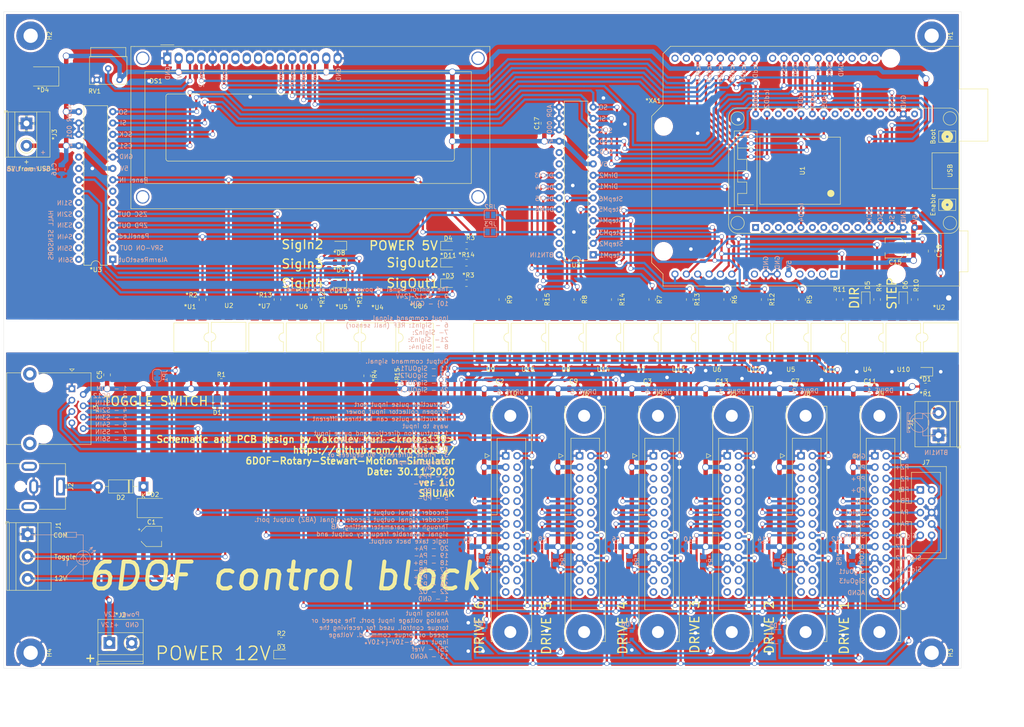
<source format=kicad_pcb>
(kicad_pcb (version 20171130) (host pcbnew "(5.1.8)-1")
  (title_block (title "6DOF control block") (date 2020-11-30) (rev "ver 1.0") (company SHUIAK) (comment 2 "Author: Yakovlev Yuri <krotos139>") (comment 3 "Licence: GPL v3") (comment 4 "Project: 6DOF Racing Simalator"))
  (layers (0 F.Cu signal) (31 B.Cu signal) (34 B.Paste user) (35 F.Paste user) (36 B.SilkS user) (37 F.SilkS user) (38 B.Mask user) (39 F.Mask user) (44 Edge.Cuts user))
  (net 0 "")
  (net 1 5V)
  (net 2 Earth_Protective)
  (net 3 DC12)
  (net 4 COM)
  (net 5 SM1)
  (net 6 DM1)
  (net 7 DM2)
  (net 8 SM2)
  (net 9 SM3)
  (net 10 DM3)
  (net 11 SM4)
  (net 12 DM4)
  (net 13 DM5)
  (net 14 SM5)
  (net 15 DM6)
  (net 16 SM6)
  (net 17 /DirM1)
  (net 18 PanelLED)
  (net 19 /DirM2)
  (net 20 /DirM3)
  (net 21 /DirM4)
  (net 22 /DirM5)
  (net 23 /DirM6)
  (net 24 /StepM1)
  (net 25 /StepM2)
  (net 26 /StepM3)
  (net 27 /StepM4)
  (net 28 /StepM5)
  (net 29 /StepM6)
  (net 30 BTN1IN)
  (net 31 PanelIN)
  (net 32 SCK)
  (net 33 SI)
  (net 34 SO)
  (net 35 CS0)
  (net 36 LCDD7)
  (net 37 LCDD6)
  (net 38 LCDD5)
  (net 39 LCDD4)
  (net 40 LCDD3)
  (net 41 LCDD2)
  (net 42 "Net-(DS1-Pad3)")
  (net 43 SigOut1M1)
  (net 44 SigOut1M2)
  (net 45 NotSigOut1IN)
  (net 46 SigOut1M4)
  (net 47 SigOut1M3)
  (net 48 SigOut1M6)
  (net 49 SigOut1M5)
  (net 50 SigOut2IN)
  (net 51 "#SigIn3")
  (net 52 "#SigIn4")
  (net 53 SigIn3)
  (net 54 SigIn4)
  (net 55 SigOut2)
  (net 56 SigIn2)
  (net 57 SigIn1M1)
  (net 58 SigIn1M2)
  (net 59 SigIn1M3)
  (net 60 SigIn1M4)
  (net 61 SigIn1M5)
  (net 62 SigIn1M6)
  (net 63 "#SigIn2")
  (net 64 CSigIn1M1)
  (net 65 "Net-(*D1-Pad2)")
  (net 66 "Net-(*D10-Pad2)")
  (net 67 "Net-(*D11-Pad2)")
  (net 68 "Net-(*J2-Pad1)")
  (net 69 "Net-(D3-Pad2)")
  (net 70 "Net-(D4-Pad2)")
  (net 71 "Net-(J4-Pad24)")
  (net 72 "Net-(J4-Pad18)")
  (net 73 "Net-(J4-Pad14)")
  (net 74 "Net-(J4-Pad12)")
  (net 75 "Net-(J4-Pad10)")
  (net 76 "Net-(J4-Pad8)")
  (net 77 "Net-(J4-Pad6)")
  (net 78 "Net-(J4-Pad4)")
  (net 79 "Net-(J4-Pad25)")
  (net 80 "Net-(R5-Pad2)")
  (net 81 "Net-(R6-Pad2)")
  (net 82 "Net-(R7-Pad2)")
  (net 83 "Net-(R9-Pad2)")
  (net 84 "Net-(R11-Pad2)")
  (net 85 "Net-(R12-Pad2)")
  (net 86 "Net-(R13-Pad2)")
  (net 87 "Net-(*D9-Pad2)")
  (net 88 "Net-(D5-Pad2)")
  (net 89 "Net-(R8-Pad2)")
  (net 90 "Net-(R14-Pad2)")
  (net 91 "Net-(JP2-Pad1)")
  (net 92 "Net-(JP3-Pad1)")
  (net 93 "Net-(*D5-Pad3)")
  (net 94 "Net-(*D8-Pad2)")
  (net 95 "Net-(*R2-Pad1)")
  (net 96 "Net-(*R4-Pad1)")
  (net 97 "Net-(*R15-Pad2)")
  (net 98 "Net-(*U1-Pad4)")
  (net 99 "Net-(D1-Pad2)")
  (net 100 "Net-(D6-Pad2)")
  (net 101 "Net-(J1-Pad2)")
  (net 102 "Net-(R15-Pad2)")
  (module Connector_BarrelJack:BarrelJack_CUI_PJ-063AH_Horizontal (layer F.Cu) (at 43.18 113.792 270)
    (fp_text reference J2 (at 0 -2.3 90) (layer F.SilkS))
    (fp_text value DS-201)
    (pad "" np_thru_hole circle (at 0 9 270) (size 1.6 1.6) (drill 1.6) (layers *.Cu *.Mask))
    (pad MP thru_hole oval (at 4.5 7 270) (size 2 3.5) (drill oval 1 2.5) (layers *.Cu *.Mask))
    (pad MP thru_hole oval (at -4.5 7 270) (size 2 3.5) (drill oval 1 2.5) (layers *.Cu *.Mask))
    (pad 2 thru_hole oval (at 0 6 270) (size 3.3 2) (drill oval 2.3 1) (layers *.Cu *.Mask) (net 4 COM))
    (pad 1 thru_hole rect (at 0 0 270) (size 4 2) (drill oval 3 1) (layers *.Cu *.Mask) (net 68 "Net-(*J2-Pad1)"))
  )
  (module Jumper:SolderJumper-2_P1.3mm_Open_Pad1.0x1.5mm (layer B.Cu) (at 139.304 56.896 180)
    (fp_text reference JP3 (at 0 1.8) (layer B.SilkS) (effects (justify mirror)))
    (fp_text value SolderJumper_2_Open)
    (pad 1 smd rect (at -0.65 0 180) (size 1 1.5) (layers B.Cu B.Mask) (net 92 "Net-(JP3-Pad1)"))
    (pad 2 smd rect (at 0.65 0 180) (size 1 1.5) (layers B.Cu B.Mask) (net 31 PanelIN))
  )
  (module Jumper:SolderJumper-2_P1.3mm_Open_Pad1.0x1.5mm (layer B.Cu) (at 139.334 53.086 180)
    (fp_text reference JP2 (at 0 1.8) (layer B.SilkS) (effects (justify mirror)))
    (fp_text value SolderJumper_2_Open)
    (pad 1 smd rect (at -0.65 0 180) (size 1 1.5) (layers B.Cu B.Mask) (net 91 "Net-(JP2-Pad1)"))
    (pad 2 smd rect (at 0.65 0 180) (size 1 1.5) (layers B.Cu B.Mask) (net 18 PanelLED))
  )
  (module Capacitor_SMD:C_0805_2012Metric (layer B.Cu) (at 200.472 127.254 180)
    (fp_text reference C14 (at 0 1.68) (layer B.SilkS) (effects (justify mirror)))
    (fp_text value "0.1uF 50V")
    (pad 2 smd roundrect (at 0.95 0 180) (size 1 1.45) (layers B.Cu B.Paste B.Mask) (net 4 COM))
    (pad 1 smd roundrect (at -0.95 0 180) (size 1 1.45) (layers B.Cu B.Paste B.Mask) (net 3 DC12))
  )
  (module Capacitor_SMD:C_0805_2012Metric (layer B.Cu) (at 216.982 127.254 180)
    (fp_text reference C12 (at 0 1.68) (layer B.SilkS) (effects (justify mirror)))
    (fp_text value "0.1uF 50V")
    (pad 2 smd roundrect (at 0.95 0 180) (size 1 1.45) (layers B.Cu B.Paste B.Mask) (net 4 COM))
    (pad 1 smd roundrect (at -0.95 0 180) (size 1 1.45) (layers B.Cu B.Paste B.Mask) (net 3 DC12))
  )
  (module Capacitor_SMD:C_0805_2012Metric (layer B.Cu) (at 183.962 127.254 180)
    (fp_text reference C10 (at 0 1.68) (layer B.SilkS) (effects (justify mirror)))
    (fp_text value "0.1uF 50V")
    (pad 2 smd roundrect (at 0.95 0 180) (size 1 1.45) (layers B.Cu B.Paste B.Mask) (net 4 COM))
    (pad 1 smd roundrect (at -0.95 0 180) (size 1 1.45) (layers B.Cu B.Paste B.Mask) (net 3 DC12))
  )
  (module Capacitor_SMD:C_0805_2012Metric (layer B.Cu) (at 150.942 127.254 180)
    (fp_text reference C8 (at 0 1.68) (layer B.SilkS) (effects (justify mirror)))
    (fp_text value "0.1uF 50V")
    (pad 2 smd roundrect (at 0.95 0 180) (size 1 1.45) (layers B.Cu B.Paste B.Mask) (net 4 COM))
    (pad 1 smd roundrect (at -0.95 0 180) (size 1 1.45) (layers B.Cu B.Paste B.Mask) (net 3 DC12))
  )
  (module Capacitor_SMD:C_0805_2012Metric (layer B.Cu) (at 167.452 127.254 180)
    (fp_text reference C6 (at 0 1.68) (layer B.SilkS) (effects (justify mirror)))
    (fp_text value "0.1uF 50V")
    (pad 2 smd roundrect (at 0.95 0 180) (size 1 1.45) (layers B.Cu B.Paste B.Mask) (net 4 COM))
    (pad 1 smd roundrect (at -0.95 0 180) (size 1 1.45) (layers B.Cu B.Paste B.Mask) (net 3 DC12))
  )
  (module Capacitor_SMD:C_0805_2012Metric (layer B.Cu) (at 134.178 127.254 180)
    (fp_text reference C4 (at 0 1.68) (layer B.SilkS) (effects (justify mirror)))
    (fp_text value "0.1uF 50V")
    (pad 2 smd roundrect (at 0.95 0 180) (size 1 1.45) (layers B.Cu B.Paste B.Mask) (net 4 COM))
    (pad 1 smd roundrect (at -0.95 0 180) (size 1 1.45) (layers B.Cu B.Paste B.Mask) (net 3 DC12))
  )
  (module Capacitor_SMD:C_0805_2012Metric (layer F.Cu) (at 191.074 91.948)
    (fp_text reference C13 (at 0 -1.68) (layer F.SilkS))
    (fp_text value "0.1uF 50V")
    (pad 2 smd roundrect (at 0.95 0) (size 1 1.45) (layers F.Cu F.Paste F.Mask) (net 4 COM))
    (pad 1 smd roundrect (at -0.95 0) (size 1 1.45) (layers F.Cu F.Paste F.Mask) (net 3 DC12))
  )
  (module Capacitor_SMD:C_0805_2012Metric (layer F.Cu) (at 224.216 91.948)
    (fp_text reference C11 (at 0 -1.68) (layer F.SilkS))
    (fp_text value "0.1uF 50V")
    (pad 2 smd roundrect (at 0.95 0) (size 1 1.45) (layers F.Cu F.Paste F.Mask) (net 4 COM))
    (pad 1 smd roundrect (at -0.95 0) (size 1 1.45) (layers F.Cu F.Paste F.Mask) (net 3 DC12))
  )
  (module Capacitor_SMD:C_0805_2012Metric (layer F.Cu) (at 157.922 91.948)
    (fp_text reference C9 (at 0 -1.68) (layer F.SilkS))
    (fp_text value "0.1uF 50V")
    (pad 2 smd roundrect (at 0.95 0) (size 1 1.45) (layers F.Cu F.Paste F.Mask) (net 4 COM))
    (pad 1 smd roundrect (at -0.95 0) (size 1 1.45) (layers F.Cu F.Paste F.Mask) (net 3 DC12))
  )
  (module Capacitor_SMD:C_0805_2012Metric (layer F.Cu) (at 237.998 61.148 270)
    (fp_text reference C18 (at 0 -1.68 90) (layer F.SilkS))
    (fp_text value "0.1uF 50V")
    (pad 2 smd roundrect (at 0.95 0 270) (size 1 1.45) (layers F.Cu F.Paste F.Mask) (net 2 Earth_Protective))
    (pad 1 smd roundrect (at -0.95 0 270) (size 1 1.45) (layers F.Cu F.Paste F.Mask) (net 1 5V))
  )
  (module Capacitor_SMD:C_0805_2012Metric (layer F.Cu) (at 151.384 32.578 90)
    (fp_text reference C17 (at 0 -1.68 90) (layer F.SilkS))
    (fp_text value "0.1uF 50V")
    (pad 2 smd roundrect (at 0.95 0 90) (size 1 1.45) (layers F.Cu F.Paste F.Mask) (net 2 Earth_Protective))
    (pad 1 smd roundrect (at -0.95 0 90) (size 1 1.45) (layers F.Cu F.Paste F.Mask) (net 1 5V))
  )
  (module Capacitor_SMD:C_0805_2012Metric (layer B.Cu) (at 43.434 42.86 270)
    (fp_text reference C16 (at 0 1.68 270) (layer B.SilkS) (effects (justify mirror)))
    (fp_text value "0.1uF 50V")
    (pad 2 smd roundrect (at 0.95 0 270) (size 1 1.45) (layers B.Cu B.Paste B.Mask) (net 2 Earth_Protective))
    (pad 1 smd roundrect (at -0.95 0 270) (size 1 1.45) (layers B.Cu B.Paste B.Mask) (net 1 5V))
  )
  (module Capacitor_SMD:C_0805_2012Metric (layer F.Cu) (at 207.452 91.948)
    (fp_text reference C7 (at 0 -1.68) (layer F.SilkS))
    (fp_text value "0.1uF 50V")
    (pad 2 smd roundrect (at 0.95 0) (size 1 1.45) (layers F.Cu F.Paste F.Mask) (net 4 COM))
    (pad 1 smd roundrect (at -0.95 0) (size 1 1.45) (layers F.Cu F.Paste F.Mask) (net 3 DC12))
  )
  (module Capacitor_SMD:C_0805_2012Metric (layer F.Cu) (at 53.594 88.834 90)
    (fp_text reference C5 (at 0 -1.68 90) (layer F.SilkS))
    (fp_text value "0.1uF 50V")
    (pad 2 smd roundrect (at 0.95 0 90) (size 1 1.45) (layers F.Cu F.Paste F.Mask) (net 4 COM))
    (pad 1 smd roundrect (at -0.95 0 90) (size 1 1.45) (layers F.Cu F.Paste F.Mask) (net 3 DC12))
  )
  (module Capacitor_SMD:C_0805_2012Metric (layer F.Cu) (at 174.432 91.948)
    (fp_text reference C3 (at 0 -1.68) (layer F.SilkS))
    (fp_text value "0.1uF 50V")
    (pad 2 smd roundrect (at 0.95 0) (size 1 1.45) (layers F.Cu F.Paste F.Mask) (net 4 COM))
    (pad 1 smd roundrect (at -0.95 0) (size 1 1.45) (layers F.Cu F.Paste F.Mask) (net 3 DC12))
  )
  (module Capacitor_SMD:C_0805_2012Metric (layer F.Cu) (at 141.412 91.948)
    (fp_text reference C2 (at 0 -1.68) (layer F.SilkS))
    (fp_text value "0.1uF 50V")
    (pad 2 smd roundrect (at 0.95 0) (size 1 1.45) (layers F.Cu F.Paste F.Mask) (net 4 COM))
    (pad 1 smd roundrect (at -0.95 0) (size 1 1.45) (layers F.Cu F.Paste F.Mask) (net 3 DC12))
  )
  (module TerminalBlock_Phoenix:TerminalBlock_Phoenix_MKDS-1,5-2_1x02_P5.00mm_Horizontal (layer F.Cu) (at 35.56 32.592 270)
    (fp_text reference *J3 (at 2.5 -6.26 90) (layer F.SilkS))
    (fp_text value Screw_Terminal_01x02)
    (pad 2 thru_hole circle (at 5 0 270) (size 2.6 2.6) (drill 1.3) (layers *.Cu *.Mask) (net 1 5V))
    (pad 1 thru_hole rect (at 0 0 270) (size 2.6 2.6) (drill 1.3) (layers *.Cu *.Mask) (net 2 Earth_Protective))
  )
  (module Module:Arduino_UNO_R3_WithMountingHoles (layer F.Cu) (at 216.154 66.294 180)
    (fp_text reference *XA1 (at 40.4368 38.7604 180) (layer F.SilkS))
    (fp_text value Arduino_Uno_Shield)
    (pad "" np_thru_hole circle (at 38.1 5.08 270) (size 3.2 3.2) (drill 3.2) (layers *.Cu *.Mask))
    (pad "" np_thru_hole circle (at 38.1 33.02 270) (size 3.2 3.2) (drill 3.2) (layers *.Cu *.Mask))
    (pad "" np_thru_hole circle (at -12.7 48.26 270) (size 3.2 3.2) (drill 3.2) (layers *.Cu *.Mask))
    (pad "" np_thru_hole circle (at -13.97 0 270) (size 3.2 3.2) (drill 3.2) (layers *.Cu *.Mask))
    (pad 16 thru_hole oval (at 33.02 48.26 270) (size 1.6 1.6) (drill 1) (layers *.Cu *.Mask))
    (pad 15 thru_hole oval (at 35.56 48.26 270) (size 1.6 1.6) (drill 1) (layers *.Cu *.Mask))
    (pad 30 thru_hole oval (at -4.06 48.26 270) (size 1.6 1.6) (drill 1) (layers *.Cu *.Mask))
    (pad 14 thru_hole oval (at 35.56 0 270) (size 1.6 1.6) (drill 1) (layers *.Cu *.Mask) (net 20 /DirM3))
    (pad 29 thru_hole oval (at -1.52 48.26 270) (size 1.6 1.6) (drill 1) (layers *.Cu *.Mask) (net 2 Earth_Protective))
    (pad 13 thru_hole oval (at 33.02 0 270) (size 1.6 1.6) (drill 1) (layers *.Cu *.Mask) (net 26 /StepM3))
    (pad 28 thru_hole oval (at 1.02 48.26 270) (size 1.6 1.6) (drill 1) (layers *.Cu *.Mask) (net 32 SCK))
    (pad 12 thru_hole oval (at 30.48 0 270) (size 1.6 1.6) (drill 1) (layers *.Cu *.Mask) (net 19 /DirM2))
    (pad 27 thru_hole oval (at 3.56 48.26 270) (size 1.6 1.6) (drill 1) (layers *.Cu *.Mask) (net 34 SO))
    (pad 11 thru_hole oval (at 27.94 0 270) (size 1.6 1.6) (drill 1) (layers *.Cu *.Mask) (net 25 /StepM2))
    (pad 26 thru_hole oval (at 6.1 48.26 270) (size 1.6 1.6) (drill 1) (layers *.Cu *.Mask) (net 33 SI))
    (pad 10 thru_hole oval (at 25.4 0 270) (size 1.6 1.6) (drill 1) (layers *.Cu *.Mask) (net 17 /DirM1))
    (pad 25 thru_hole oval (at 8.64 48.26 270) (size 1.6 1.6) (drill 1) (layers *.Cu *.Mask) (net 35 CS0))
    (pad 9 thru_hole oval (at 22.86 0 270) (size 1.6 1.6) (drill 1) (layers *.Cu *.Mask) (net 24 /StepM1))
    (pad 24 thru_hole oval (at 11.18 48.26 270) (size 1.6 1.6) (drill 1) (layers *.Cu *.Mask) (net 64 CSigIn1M1))
    (pad 8 thru_hole oval (at 17.78 0 270) (size 1.6 1.6) (drill 1) (layers *.Cu *.Mask))
    (pad 23 thru_hole oval (at 13.72 48.26 270) (size 1.6 1.6) (drill 1) (layers *.Cu *.Mask))
    (pad 7 thru_hole oval (at 15.24 0 270) (size 1.6 1.6) (drill 1) (layers *.Cu *.Mask) (net 2 Earth_Protective))
    (pad 22 thru_hole oval (at 17.78 48.26 270) (size 1.6 1.6) (drill 1) (layers *.Cu *.Mask) (net 36 LCDD7))
    (pad 6 thru_hole oval (at 12.7 0 270) (size 1.6 1.6) (drill 1) (layers *.Cu *.Mask) (net 2 Earth_Protective))
    (pad 21 thru_hole oval (at 20.32 48.26 270) (size 1.6 1.6) (drill 1) (layers *.Cu *.Mask) (net 37 LCDD6))
    (pad 5 thru_hole oval (at 10.16 0 270) (size 1.6 1.6) (drill 1) (layers *.Cu *.Mask) (net 1 5V))
    (pad 20 thru_hole oval (at 22.86 48.26 270) (size 1.6 1.6) (drill 1) (layers *.Cu *.Mask) (net 38 LCDD5))
    (pad 4 thru_hole oval (at 7.62 0 270) (size 1.6 1.6) (drill 1) (layers *.Cu *.Mask))
    (pad 19 thru_hole oval (at 25.4 48.26 270) (size 1.6 1.6) (drill 1) (layers *.Cu *.Mask) (net 39 LCDD4))
    (pad 3 thru_hole oval (at 5.08 0 270) (size 1.6 1.6) (drill 1) (layers *.Cu *.Mask))
    (pad 18 thru_hole oval (at 27.94 48.26 270) (size 1.6 1.6) (drill 1) (layers *.Cu *.Mask) (net 40 LCDD3))
    (pad 2 thru_hole oval (at 2.54 0 270) (size 1.6 1.6) (drill 1) (layers *.Cu *.Mask))
    (pad 17 thru_hole oval (at 30.48 48.26 270) (size 1.6 1.6) (drill 1) (layers *.Cu *.Mask) (net 41 LCDD2))
    (pad 1 thru_hole rect (at 0 0 270) (size 1.6 1.6) (drill 1) (layers *.Cu *.Mask))
    (pad 31 thru_hole oval (at -6.6 48.26 270) (size 1.6 1.6) (drill 1) (layers *.Cu *.Mask))
    (pad 32 thru_hole oval (at -9.14 48.26 270) (size 1.6 1.6) (drill 1) (layers *.Cu *.Mask))
  )
  (module Package_DIP:DIP-28_W7.62mm (layer F.Cu) (at 162.306 61.976 180)
    (fp_text reference U3 (at 3.81 -2.33) (layer F.SilkS))
    (fp_text value MCP23SigIn1M17_SP)
    (pad 28 thru_hole oval (at 7.62 0 180) (size 1.6 1.6) (drill 0.8) (layers *.Cu *.Mask) (net 30 BTN1IN))
    (pad 14 thru_hole oval (at 0 33.02 180) (size 1.6 1.6) (drill 0.8) (layers *.Cu *.Mask) (net 34 SO))
    (pad 27 thru_hole oval (at 7.62 2.54 180) (size 1.6 1.6) (drill 0.8) (layers *.Cu *.Mask))
    (pad 13 thru_hole oval (at 0 30.48 180) (size 1.6 1.6) (drill 0.8) (layers *.Cu *.Mask) (net 33 SI))
    (pad 26 thru_hole oval (at 7.62 5.08 180) (size 1.6 1.6) (drill 0.8) (layers *.Cu *.Mask) (net 92 "Net-(JP3-Pad1)"))
    (pad 12 thru_hole oval (at 0 27.94 180) (size 1.6 1.6) (drill 0.8) (layers *.Cu *.Mask) (net 32 SCK))
    (pad 25 thru_hole oval (at 7.62 7.62 180) (size 1.6 1.6) (drill 0.8) (layers *.Cu *.Mask) (net 91 "Net-(JP2-Pad1)"))
    (pad 11 thru_hole oval (at 0 25.4 180) (size 1.6 1.6) (drill 0.8) (layers *.Cu *.Mask) (net 35 CS0))
    (pad 24 thru_hole oval (at 7.62 10.16 180) (size 1.6 1.6) (drill 0.8) (layers *.Cu *.Mask) (net 23 /DirM6))
    (pad 10 thru_hole oval (at 0 22.86 180) (size 1.6 1.6) (drill 0.8) (layers *.Cu *.Mask) (net 2 Earth_Protective))
    (pad 23 thru_hole oval (at 7.62 12.7 180) (size 1.6 1.6) (drill 0.8) (layers *.Cu *.Mask) (net 22 /DirM5))
    (pad 9 thru_hole oval (at 0 20.32 180) (size 1.6 1.6) (drill 0.8) (layers *.Cu *.Mask) (net 1 5V))
    (pad 22 thru_hole oval (at 7.62 15.24 180) (size 1.6 1.6) (drill 0.8) (layers *.Cu *.Mask) (net 21 /DirM4))
    (pad 8 thru_hole oval (at 0 17.78 180) (size 1.6 1.6) (drill 0.8) (layers *.Cu *.Mask) (net 19 /DirM2))
    (pad 21 thru_hole oval (at 7.62 17.78 180) (size 1.6 1.6) (drill 0.8) (layers *.Cu *.Mask) (net 20 /DirM3))
    (pad 7 thru_hole oval (at 0 15.24 180) (size 1.6 1.6) (drill 0.8) (layers *.Cu *.Mask) (net 17 /DirM1))
    (pad 20 thru_hole oval (at 7.62 20.32 180) (size 1.6 1.6) (drill 0.8) (layers *.Cu *.Mask))
    (pad 6 thru_hole oval (at 0 12.7 180) (size 1.6 1.6) (drill 0.8) (layers *.Cu *.Mask) (net 29 /StepM6))
    (pad 19 thru_hole oval (at 7.62 22.86 180) (size 1.6 1.6) (drill 0.8) (layers *.Cu *.Mask))
    (pad 5 thru_hole oval (at 0 10.16 180) (size 1.6 1.6) (drill 0.8) (layers *.Cu *.Mask) (net 28 /StepM5))
    (pad 18 thru_hole oval (at 7.62 25.4 180) (size 1.6 1.6) (drill 0.8) (layers *.Cu *.Mask) (net 1 5V))
    (pad 4 thru_hole oval (at 0 7.62 180) (size 1.6 1.6) (drill 0.8) (layers *.Cu *.Mask) (net 27 /StepM4))
    (pad 17 thru_hole oval (at 7.62 27.94 180) (size 1.6 1.6) (drill 0.8) (layers *.Cu *.Mask) (net 2 Earth_Protective))
    (pad 3 thru_hole oval (at 0 5.08 180) (size 1.6 1.6) (drill 0.8) (layers *.Cu *.Mask) (net 26 /StepM3))
    (pad 16 thru_hole oval (at 7.62 30.48 180) (size 1.6 1.6) (drill 0.8) (layers *.Cu *.Mask) (net 2 Earth_Protective))
    (pad 2 thru_hole oval (at 0 2.54 180) (size 1.6 1.6) (drill 0.8) (layers *.Cu *.Mask) (net 25 /StepM2))
    (pad 15 thru_hole oval (at 7.62 33.02 180) (size 1.6 1.6) (drill 0.8) (layers *.Cu *.Mask) (net 2 Earth_Protective))
    (pad 1 thru_hole rect (at 0 0 180) (size 1.6 1.6) (drill 0.8) (layers *.Cu *.Mask) (net 24 /StepM1))
  )
  (module Connector_IDC:IDC-Header_2x05_P2.54mm_Vertical (layer F.Cu) (at 235.458 114.554)
    (fp_text reference J7 (at 1.27 -6.1) (layer F.SilkS))
    (fp_text value Conn_02x05_Top_Bottom)
    (pad 1 thru_hole roundrect (at 0 0) (size 1.7 1.7) (drill 1) (layers *.Cu *.Mask) (roundrect_rratio 0.1470588235294118) (net 76 "Net-(J4-Pad8)"))
    (pad 3 thru_hole circle (at 0 2.54) (size 1.7 1.7) (drill 1) (layers *.Cu *.Mask) (net 75 "Net-(J4-Pad10)"))
    (pad 5 thru_hole circle (at 0 5.08) (size 1.7 1.7) (drill 1) (layers *.Cu *.Mask) (net 74 "Net-(J4-Pad12)"))
    (pad 7 thru_hole circle (at 0 7.62) (size 1.7 1.7) (drill 1) (layers *.Cu *.Mask) (net 73 "Net-(J4-Pad14)"))
    (pad 9 thru_hole circle (at 0 10.16) (size 1.7 1.7) (drill 1) (layers *.Cu *.Mask) (net 72 "Net-(J4-Pad18)"))
    (pad 2 thru_hole circle (at 2.54 0) (size 1.7 1.7) (drill 1) (layers *.Cu *.Mask) (net 77 "Net-(J4-Pad6)"))
    (pad 4 thru_hole circle (at 2.54 2.54) (size 1.7 1.7) (drill 1) (layers *.Cu *.Mask) (net 78 "Net-(J4-Pad4)"))
    (pad 6 thru_hole circle (at 2.54 5.08) (size 1.7 1.7) (drill 1) (layers *.Cu *.Mask) (net 4 COM))
    (pad 8 thru_hole circle (at 2.54 7.62) (size 1.7 1.7) (drill 1) (layers *.Cu *.Mask) (net 79 "Net-(J4-Pad25)"))
    (pad 10 thru_hole circle (at 2.54 10.16) (size 1.7 1.7) (drill 1) (layers *.Cu *.Mask) (net 71 "Net-(J4-Pad24)"))
  )
  (module Package_DIP:DIP-28_W7.62mm (layer F.Cu) (at 54.864 62.992 180)
    (fp_text reference *U3 (at 3.81 -2.33) (layer F.SilkS))
    (fp_text value MCP23SigIn1M17_SP)
    (pad 28 thru_hole oval (at 7.62 0 180) (size 1.6 1.6) (drill 0.8) (layers *.Cu *.Mask))
    (pad 14 thru_hole oval (at 0 33.02 180) (size 1.6 1.6) (drill 0.8) (layers *.Cu *.Mask) (net 34 SO))
    (pad 27 thru_hole oval (at 7.62 2.54 180) (size 1.6 1.6) (drill 0.8) (layers *.Cu *.Mask))
    (pad 13 thru_hole oval (at 0 30.48 180) (size 1.6 1.6) (drill 0.8) (layers *.Cu *.Mask) (net 33 SI))
    (pad 26 thru_hole oval (at 7.62 5.08 180) (size 1.6 1.6) (drill 0.8) (layers *.Cu *.Mask))
    (pad 12 thru_hole oval (at 0 27.94 180) (size 1.6 1.6) (drill 0.8) (layers *.Cu *.Mask) (net 32 SCK))
    (pad 25 thru_hole oval (at 7.62 7.62 180) (size 1.6 1.6) (drill 0.8) (layers *.Cu *.Mask))
    (pad 11 thru_hole oval (at 0 25.4 180) (size 1.6 1.6) (drill 0.8) (layers *.Cu *.Mask) (net 64 CSigIn1M1))
    (pad 24 thru_hole oval (at 7.62 10.16 180) (size 1.6 1.6) (drill 0.8) (layers *.Cu *.Mask))
    (pad 10 thru_hole oval (at 0 22.86 180) (size 1.6 1.6) (drill 0.8) (layers *.Cu *.Mask) (net 2 Earth_Protective))
    (pad 23 thru_hole oval (at 7.62 12.7 180) (size 1.6 1.6) (drill 0.8) (layers *.Cu *.Mask))
    (pad 9 thru_hole oval (at 0 20.32 180) (size 1.6 1.6) (drill 0.8) (layers *.Cu *.Mask) (net 1 5V))
    (pad 22 thru_hole oval (at 7.62 15.24 180) (size 1.6 1.6) (drill 0.8) (layers *.Cu *.Mask) (net 45 NotSigOut1IN))
    (pad 8 thru_hole oval (at 0 17.78 180) (size 1.6 1.6) (drill 0.8) (layers *.Cu *.Mask) (net 31 PanelIN))
    (pad 21 thru_hole oval (at 7.62 17.78 180) (size 1.6 1.6) (drill 0.8) (layers *.Cu *.Mask) (net 50 SigOut2IN))
    (pad 7 thru_hole oval (at 0 15.24 180) (size 1.6 1.6) (drill 0.8) (layers *.Cu *.Mask))
    (pad 20 thru_hole oval (at 7.62 20.32 180) (size 1.6 1.6) (drill 0.8) (layers *.Cu *.Mask))
    (pad 6 thru_hole oval (at 0 12.7 180) (size 1.6 1.6) (drill 0.8) (layers *.Cu *.Mask))
    (pad 19 thru_hole oval (at 7.62 22.86 180) (size 1.6 1.6) (drill 0.8) (layers *.Cu *.Mask))
    (pad 5 thru_hole oval (at 0 10.16 180) (size 1.6 1.6) (drill 0.8) (layers *.Cu *.Mask) (net 18 PanelLED))
    (pad 18 thru_hole oval (at 7.62 25.4 180) (size 1.6 1.6) (drill 0.8) (layers *.Cu *.Mask) (net 1 5V))
    (pad 4 thru_hole oval (at 0 7.62 180) (size 1.6 1.6) (drill 0.8) (layers *.Cu *.Mask) (net 52 "#SigIn4"))
    (pad 17 thru_hole oval (at 7.62 27.94 180) (size 1.6 1.6) (drill 0.8) (layers *.Cu *.Mask) (net 2 Earth_Protective))
    (pad 3 thru_hole oval (at 0 5.08 180) (size 1.6 1.6) (drill 0.8) (layers *.Cu *.Mask) (net 51 "#SigIn3"))
    (pad 16 thru_hole oval (at 7.62 30.48 180) (size 1.6 1.6) (drill 0.8) (layers *.Cu *.Mask) (net 2 Earth_Protective))
    (pad 2 thru_hole oval (at 0 2.54 180) (size 1.6 1.6) (drill 0.8) (layers *.Cu *.Mask))
    (pad 15 thru_hole oval (at 7.62 33.02 180) (size 1.6 1.6) (drill 0.8) (layers *.Cu *.Mask) (net 1 5V))
    (pad 1 thru_hole rect (at 0 0 180) (size 1.6 1.6) (drill 0.8) (layers *.Cu *.Mask) (net 63 "#SigIn2"))
  )
  (module ESP32_DevKit_V1_DOIT:esp32_devkit_v1_doit (layer F.Cu) (at 198.628 43.18 90)
    (fp_text reference U1 (at 0 10.47 90) (layer F.SilkS))
    (fp_text value ESP32_DevKit_V1_DOIT)
    (fp_text user Enable (at -7.62 39.68 90) (layer F.SilkS))
    (fp_text user Boot (at 7.62 39.68 90) (layer F.SilkS))
    (fp_text user USB (at 0 43.49 90) (layer F.SilkS))
    (pad 30 thru_hole circle (at 12.7 0 90) (size 1.524 1.524) (drill 0.762) (layers *.Cu *.Mask) (net 37 LCDD6))
    (pad 29 thru_hole circle (at 12.7 2.54 90) (size 1.524 1.524) (drill 0.762) (layers *.Cu *.Mask) (net 41 LCDD2))
    (pad 28 thru_hole circle (at 12.7 5.08 90) (size 1.524 1.524) (drill 0.762) (layers *.Cu *.Mask))
    (pad 27 thru_hole circle (at 12.7 7.62 90) (size 1.524 1.524) (drill 0.762) (layers *.Cu *.Mask))
    (pad 26 thru_hole circle (at 12.7 10.16 90) (size 1.524 1.524) (drill 0.762) (layers *.Cu *.Mask) (net 40 LCDD3))
    (pad 25 thru_hole circle (at 12.7 12.7 90) (size 1.524 1.524) (drill 0.762) (layers *.Cu *.Mask) (net 36 LCDD7))
    (pad 24 thru_hole circle (at 12.7 15.24 90) (size 1.524 1.524) (drill 0.762) (layers *.Cu *.Mask) (net 38 LCDD5))
    (pad 23 thru_hole circle (at 12.7 17.78 90) (size 1.524 1.524) (drill 0.762) (layers *.Cu *.Mask))
    (pad 22 thru_hole circle (at 12.7 20.32 90) (size 1.524 1.524) (drill 0.762) (layers *.Cu *.Mask))
    (pad 21 thru_hole circle (at 12.7 22.86 90) (size 1.524 1.524) (drill 0.762) (layers *.Cu *.Mask) (net 64 CSigIn1M1))
    (pad 20 thru_hole circle (at 12.7 25.4 90) (size 1.524 1.524) (drill 0.762) (layers *.Cu *.Mask))
    (pad 19 thru_hole circle (at 12.7 27.94 90) (size 1.524 1.524) (drill 0.762) (layers *.Cu *.Mask))
    (pad 18 thru_hole circle (at 12.7 30.48 90) (size 1.524 1.524) (drill 0.762) (layers *.Cu *.Mask) (net 35 CS0))
    (pad 17 thru_hole circle (at 12.7 33.02 90) (size 1.524 1.524) (drill 0.762) (layers *.Cu *.Mask) (net 2 Earth_Protective))
    (pad 16 thru_hole circle (at 12.7 35.56 90) (size 1.524 1.524) (drill 0.762) (layers *.Cu *.Mask))
    (pad 15 thru_hole circle (at -12.7 35.56 90) (size 1.524 1.524) (drill 0.762) (layers *.Cu *.Mask) (net 1 5V))
    (pad 14 thru_hole circle (at -12.7 33.02 90) (size 1.524 1.524) (drill 0.762) (layers *.Cu *.Mask) (net 2 Earth_Protective))
    (pad 13 thru_hole circle (at -12.7 30.48 90) (size 1.524 1.524) (drill 0.762) (layers *.Cu *.Mask) (net 33 SI))
    (pad 12 thru_hole circle (at -12.7 27.94 90) (size 1.524 1.524) (drill 0.762) (layers *.Cu *.Mask) (net 34 SO))
    (pad 11 thru_hole circle (at -12.7 25.4 90) (size 1.524 1.524) (drill 0.762) (layers *.Cu *.Mask) (net 32 SCK))
    (pad 10 thru_hole circle (at -12.7 22.86 90) (size 1.524 1.524) (drill 0.762) (layers *.Cu *.Mask))
    (pad 9 thru_hole circle (at -12.7 20.32 90) (size 1.524 1.524) (drill 0.762) (layers *.Cu *.Mask))
    (pad 8 thru_hole circle (at -12.7 17.78 90) (size 1.524 1.524) (drill 0.762) (layers *.Cu *.Mask))
    (pad 7 thru_hole circle (at -12.7 15.24 90) (size 1.524 1.524) (drill 0.762) (layers *.Cu *.Mask))
    (pad 6 thru_hole circle (at -12.7 12.7 90) (size 1.524 1.524) (drill 0.762) (layers *.Cu *.Mask))
    (pad 5 thru_hole circle (at -12.7 10.16 90) (size 1.524 1.524) (drill 0.762) (layers *.Cu *.Mask) (net 39 LCDD4))
    (pad 4 thru_hole circle (at -12.7 7.62 90) (size 1.524 1.524) (drill 0.762) (layers *.Cu *.Mask))
    (pad 3 thru_hole circle (at -12.7 5.08 90) (size 1.524 1.524) (drill 0.762) (layers *.Cu *.Mask))
    (pad 2 thru_hole circle (at -12.7 2.54 90) (size 1.524 1.524) (drill 0.762) (layers *.Cu *.Mask))
    (pad 1 thru_hole rect (at -12.7 0 90) (size 1.524 1.524) (drill 0.762) (layers *.Cu *.Mask))
  )
  (module Potentiometer_THT:Potentiometer_Bourns_3339W_Horizontal (layer F.Cu) (at 51.308 22.86 90)
    (fp_text reference RV1 (at -2.54 -0.508 180) (layer F.SilkS))
    (fp_text value R_POT)
    (pad 1 thru_hole circle (at 0 0 90) (size 1.44 1.44) (drill 0.8) (layers *.Cu *.Mask) (net 2 Earth_Protective))
    (pad 2 thru_hole circle (at 2.54 2.54 90) (size 1.44 1.44) (drill 0.8) (layers *.Cu *.Mask) (net 42 "Net-(DS1-Pad3)"))
    (pad 3 thru_hole circle (at 0 5.08 90) (size 1.44 1.44) (drill 0.8) (layers *.Cu *.Mask) (net 1 5V))
  )
  (module Jumper:SolderJumper-2_P1.3mm_Bridged_RoundedPad1.0x1.5mm (layer B.Cu) (at 64.77 89.012 90)
    (fp_text reference JP1 (at 0 1.8 90) (layer B.SilkS) (effects (justify mirror)))
    (fp_text value SolderJumper_2_Bridged)
    (fp_poly (pts (xy 0.25 0.3) (xy -0.25 0.3) (xy -0.25 -0.3) (xy 0.25 -0.3)) (layer B.Cu) (width 0))
    (pad 1 smd custom (at -0.65 0 90) (size 1 0.5) (layers B.Cu B.Mask) (net 3 DC12) (options (clearance outline) (anchor rect)) (primitives (gr_circle (center 0 -0.25) (end 0.5 -0.25) (width 0)) (gr_circle (center 0 0.25) (end 0.5 0.25) (width 0)) (gr_poly (pts (xy 0 0.75) (xy 0.5 0.75) (xy 0.5 -0.75) (xy 0 -0.75)) (width 0))))
    (pad 2 smd custom (at 0.65 0 90) (size 1 0.5) (layers B.Cu B.Mask) (net 98 "Net-(*U1-Pad4)") (options (clearance outline) (anchor rect)) (primitives (gr_circle (center 0 -0.25) (end 0.5 -0.25) (width 0)) (gr_circle (center 0 0.25) (end 0.5 0.25) (width 0)) (gr_poly (pts (xy 0 0.75) (xy -0.5 0.75) (xy -0.5 -0.75) (xy 0 -0.75)) (width 0))))
  )
  (module Display:WC1602A (layer F.Cu) (at 67.056 18.034)
    (fp_text reference DS1 (at -2.54 5.08) (layer F.SilkS))
    (fp_text value WC1602A)
    (pad "" thru_hole circle (at 69.5 0) (size 3 3) (drill 2.5) (layers *.Cu *.Mask))
    (pad "" thru_hole circle (at 69.49948 31.0007) (size 3 3) (drill 2.5) (layers *.Cu *.Mask))
    (pad "" thru_hole circle (at -5.4991 31.0007) (size 3 3) (drill 2.5) (layers *.Cu *.Mask))
    (pad "" thru_hole circle (at -5.4991 0) (size 3 3) (drill 2.5) (layers *.Cu *.Mask))
    (pad 16 thru_hole oval (at 38.1 0) (size 1.8 2.6) (drill 1.2) (layers *.Cu *.Mask) (net 2 Earth_Protective))
    (pad 15 thru_hole oval (at 35.56 0) (size 1.8 2.6) (drill 1.2) (layers *.Cu *.Mask) (net 1 5V))
    (pad 14 thru_hole oval (at 33.02 0) (size 1.8 2.6) (drill 1.2) (layers *.Cu *.Mask) (net 36 LCDD7))
    (pad 13 thru_hole oval (at 30.48 0) (size 1.8 2.6) (drill 1.2) (layers *.Cu *.Mask) (net 37 LCDD6))
    (pad 12 thru_hole oval (at 27.94 0) (size 1.8 2.6) (drill 1.2) (layers *.Cu *.Mask) (net 38 LCDD5))
    (pad 11 thru_hole oval (at 25.4 0) (size 1.8 2.6) (drill 1.2) (layers *.Cu *.Mask) (net 39 LCDD4))
    (pad 10 thru_hole oval (at 22.86 0) (size 1.8 2.6) (drill 1.2) (layers *.Cu *.Mask))
    (pad 9 thru_hole oval (at 20.32 0) (size 1.8 2.6) (drill 1.2) (layers *.Cu *.Mask))
    (pad 8 thru_hole oval (at 17.78 0) (size 1.8 2.6) (drill 1.2) (layers *.Cu *.Mask))
    (pad 7 thru_hole oval (at 15.24 0) (size 1.8 2.6) (drill 1.2) (layers *.Cu *.Mask))
    (pad 6 thru_hole oval (at 12.7 0) (size 1.8 2.6) (drill 1.2) (layers *.Cu *.Mask) (net 40 LCDD3))
    (pad 5 thru_hole oval (at 10.16 0) (size 1.8 2.6) (drill 1.2) (layers *.Cu *.Mask) (net 2 Earth_Protective))
    (pad 4 thru_hole oval (at 7.62 0) (size 1.8 2.6) (drill 1.2) (layers *.Cu *.Mask) (net 41 LCDD2))
    (pad 3 thru_hole oval (at 5.08 0) (size 1.8 2.6) (drill 1.2) (layers *.Cu *.Mask) (net 42 "Net-(DS1-Pad3)"))
    (pad 2 thru_hole oval (at 2.54 0) (size 1.8 2.6) (drill 1.2) (layers *.Cu *.Mask) (net 1 5V))
    (pad 1 thru_hole rect (at 0 0) (size 1.8 2.6) (drill 1.2) (layers *.Cu *.Mask) (net 2 Earth_Protective))
  )
  (module Capacitor_SMD:CP_Elec_4x5.7 (layer F.Cu) (at 229.848 60.452 180)
    (fp_text reference C15 (at 0 -3.2) (layer F.SilkS))
    (fp_text value "1uF, 50V")
    (pad 2 smd roundrect (at 1.8 0 180) (size 2.6 1.6) (layers F.Cu F.Paste F.Mask) (roundrect_rratio 0.15625) (net 2 Earth_Protective))
    (pad 1 smd roundrect (at -1.8 0 180) (size 2.6 1.6) (layers F.Cu F.Paste F.Mask) (roundrect_rratio 0.15625) (net 1 5V))
  )
  (module Capacitor_SMD:CP_Elec_4x5.7 (layer F.Cu) (at 63.522 124.968)
    (fp_text reference C1 (at 0 -3.2) (layer F.SilkS))
    (fp_text value "1uF, 50V")
    (pad 1 smd roundrect (at -1.8 0) (size 2.6 1.6) (layers F.Cu F.Paste F.Mask) (roundrect_rratio 0.15625) (net 3 DC12))
    (pad 2 smd roundrect (at 1.8 0) (size 2.6 1.6) (layers F.Cu F.Paste F.Mask) (roundrect_rratio 0.15625) (net 4 COM))
  )
  (module Package_TO_SOT_SMD:SOT-23 (layer B.Cu) (at 202.962 147.386 180)
    (fp_text reference *D5 (at 0 2.5 180) (layer B.SilkS) (effects (justify mirror)))
    (fp_text value BAV23)
    (pad 3 smd rect (at 1 0 180) (size 0.9 0.8) (layers B.Cu B.Paste B.Mask) (net 93 "Net-(*D5-Pad3)"))
    (pad 2 smd rect (at -1 -0.95 180) (size 0.9 0.8) (layers B.Cu B.Paste B.Mask) (net 43 SigOut1M1))
    (pad 1 smd rect (at -1 0.95 180) (size 0.9 0.8) (layers B.Cu B.Paste B.Mask) (net 44 SigOut1M2))
  )
  (module LED_SMD:LED_0805_2012Metric (layer F.Cu) (at 129.8725 59.944)
    (fp_text reference D4 (at 0 -1.65) (layer F.SilkS))
    (fp_text value BL-LS0805UYC)
    (pad 2 smd roundrect (at 0.9375 0) (size 0.975 1.4) (layers F.Cu F.Paste F.Mask) (net 70 "Net-(D4-Pad2)"))
    (pad 1 smd roundrect (at -0.9375 0) (size 0.975 1.4) (layers F.Cu F.Paste F.Mask) (net 2 Earth_Protective))
  )
  (module Diode_SMD:D_SMB (layer F.Cu) (at 39.252 22.098 180)
    (fp_text reference *D4 (at 0 -3) (layer F.SilkS))
    (fp_text value SM6T22A)
    (pad 1 smd rect (at -2.15 0 180) (size 2.5 2.3) (layers F.Cu F.Paste F.Mask) (net 1 5V))
    (pad 2 smd rect (at 2.15 0 180) (size 2.5 2.3) (layers F.Cu F.Paste F.Mask) (net 2 Earth_Protective))
  )
  (module LED_SMD:LED_0805_2012Metric (layer F.Cu) (at 236.5525 88.138 180)
    (fp_text reference *D1 (at 0 -1.65) (layer F.SilkS))
    (fp_text value BL-LS0805UYC)
    (pad 1 smd roundrect (at -0.9375 0 180) (size 0.975 1.4) (layers F.Cu F.Paste F.Mask) (net 4 COM))
    (pad 2 smd roundrect (at 0.9375 0 180) (size 0.975 1.4) (layers F.Cu F.Paste F.Mask) (net 65 "Net-(*D1-Pad2)"))
  )
  (module LED_SMD:LED_0805_2012Metric (layer F.Cu) (at 78.232 94.5665 90)
    (fp_text reference D1 (at -2.7155 0 180) (layer F.SilkS))
    (fp_text value BL-LS0805UYC)
    (pad 2 smd roundrect (at 0.9375 0 90) (size 0.975 1.4) (layers F.Cu F.Paste F.Mask) (net 99 "Net-(D1-Pad2)"))
    (pad 1 smd roundrect (at -0.9375 0 90) (size 0.975 1.4) (layers F.Cu F.Paste F.Mask) (net 4 COM))
  )
  (module LED_SMD:LED_0805_2012Metric (layer F.Cu) (at 129.8725 68.326)
    (fp_text reference *D3 (at 0 -1.65) (layer F.SilkS))
    (fp_text value BL-LS0805UYC)
    (pad 1 smd roundrect (at -0.9375 0) (size 0.975 1.4) (layers F.Cu F.Paste F.Mask) (net 2 Earth_Protective))
    (pad 2 smd roundrect (at 0.9375 0) (size 0.975 1.4) (layers F.Cu F.Paste F.Mask) (net 45 NotSigOut1IN))
  )
  (module Diode_THT:D_DO-41_SOD81_P10.16mm_Horizontal (layer F.Cu) (at 61.722 113.792 180)
    (fp_text reference D2 (at 5.08 -2.47) (layer F.SilkS))
    (fp_text value 1N4003)
    (fp_text user K (at 0 -2.1) (layer F.SilkS))
    (pad 1 thru_hole rect (at 0 0 180) (size 2.2 2.2) (drill 1.1) (layers *.Cu *.Mask) (net 3 DC12))
    (pad 2 thru_hole oval (at 10.16 0 180) (size 2.2 2.2) (drill 1.1) (layers *.Cu *.Mask) (net 68 "Net-(*J2-Pad1)"))
  )
  (module Diode_SMD:D_SMB (layer F.Cu) (at 63.872 118.618)
    (fp_text reference *D2 (at 0 -3) (layer F.SilkS))
    (fp_text value SM6T22A)
    (pad 2 smd rect (at 2.15 0) (size 2.5 2.3) (layers F.Cu F.Paste F.Mask) (net 4 COM))
    (pad 1 smd rect (at -2.15 0) (size 2.5 2.3) (layers F.Cu F.Paste F.Mask) (net 3 DC12))
  )
  (module LED_SMD:LED_0805_2012Metric (layer F.Cu) (at 92.5345 151.384)
    (fp_text reference D3 (at 0 -1.65) (layer F.SilkS))
    (fp_text value BL-LS0805UYC)
    (pad 2 smd roundrect (at 0.9375 0) (size 0.975 1.4) (layers F.Cu F.Paste F.Mask) (net 69 "Net-(D3-Pad2)"))
    (pad 1 smd roundrect (at -0.9375 0) (size 0.975 1.4) (layers F.Cu F.Paste F.Mask) (net 4 COM))
  )
  (module Package_TO_SOT_SMD:SOT-23 (layer B.Cu) (at 169.91 147.066 180)
    (fp_text reference *D6 (at 0 2.5) (layer B.SilkS) (effects (justify mirror)))
    (fp_text value BAV23)
    (pad 1 smd rect (at -1 0.95 180) (size 0.9 0.8) (layers B.Cu B.Paste B.Mask) (net 46 SigOut1M4))
    (pad 2 smd rect (at -1 -0.95 180) (size 0.9 0.8) (layers B.Cu B.Paste B.Mask) (net 47 SigOut1M3))
    (pad 3 smd rect (at 1 0 180) (size 0.9 0.8) (layers B.Cu B.Paste B.Mask) (net 93 "Net-(*D5-Pad3)"))
  )
  (module Package_TO_SOT_SMD:SOT-23 (layer B.Cu) (at 136.89 146.878 180)
    (fp_text reference *D7 (at 0 2.5) (layer B.SilkS) (effects (justify mirror)))
    (fp_text value BAV23)
    (pad 1 smd rect (at -1 0.95 180) (size 0.9 0.8) (layers B.Cu B.Paste B.Mask) (net 48 SigOut1M6))
    (pad 2 smd rect (at -1 -0.95 180) (size 0.9 0.8) (layers B.Cu B.Paste B.Mask) (net 49 SigOut1M5))
    (pad 3 smd rect (at 1 0 180) (size 0.9 0.8) (layers B.Cu B.Paste B.Mask) (net 93 "Net-(*D5-Pad3)"))
  )
  (module LED_SMD:LED_0805_2012Metric (layer F.Cu) (at 223.266 71.9605 270)
    (fp_text reference D5 (at -3.1773 -0.4064 90) (layer F.SilkS))
    (fp_text value BL-LS0805UYC)
    (pad 2 smd roundrect (at 0.9375 0 270) (size 0.975 1.4) (layers F.Cu F.Paste F.Mask) (net 88 "Net-(D5-Pad2)"))
    (pad 1 smd roundrect (at -0.9375 0 270) (size 0.975 1.4) (layers F.Cu F.Paste F.Mask) (net 2 Earth_Protective))
  )
  (module LED_SMD:LED_0805_2012Metric (layer F.Cu) (at 129.8725 63.754)
    (fp_text reference *D11 (at 0 -1.65) (layer F.SilkS))
    (fp_text value BL-LS0805UYC)
    (pad 2 smd roundrect (at 0.9375 0) (size 0.975 1.4) (layers F.Cu F.Paste F.Mask) (net 67 "Net-(*D11-Pad2)"))
    (pad 1 smd roundrect (at -0.9375 0) (size 0.975 1.4) (layers F.Cu F.Paste F.Mask) (net 50 SigOut2IN))
  )
  (module LED_SMD:LED_0805_2012Metric (layer F.Cu) (at 105.4885 59.944 180)
    (fp_text reference *D8 (at 0 -1.65) (layer F.SilkS))
    (fp_text value BL-LS0805UYC)
    (pad 1 smd roundrect (at -0.9375 0 180) (size 0.975 1.4) (layers F.Cu F.Paste F.Mask) (net 2 Earth_Protective))
    (pad 2 smd roundrect (at 0.9375 0 180) (size 0.975 1.4) (layers F.Cu F.Paste F.Mask) (net 94 "Net-(*D8-Pad2)"))
  )
  (module LED_SMD:LED_0805_2012Metric (layer F.Cu) (at 105.4885 63.754 180)
    (fp_text reference *D9 (at 0 -1.65) (layer F.SilkS))
    (fp_text value BL-LS0805UYC)
    (pad 2 smd roundrect (at 0.9375 0 180) (size 0.975 1.4) (layers F.Cu F.Paste F.Mask) (net 87 "Net-(*D9-Pad2)"))
    (pad 1 smd roundrect (at -0.9375 0 180) (size 0.975 1.4) (layers F.Cu F.Paste F.Mask) (net 2 Earth_Protective))
  )
  (module LED_SMD:LED_0805_2012Metric (layer F.Cu) (at 105.4885 68.326 180)
    (fp_text reference *D10 (at 0 -1.65) (layer F.SilkS))
    (fp_text value BL-LS0805UYC)
    (pad 2 smd roundrect (at 0.9375 0 180) (size 0.975 1.4) (layers F.Cu F.Paste F.Mask) (net 66 "Net-(*D10-Pad2)"))
    (pad 1 smd roundrect (at -0.9375 0 180) (size 0.975 1.4) (layers F.Cu F.Paste F.Mask) (net 2 Earth_Protective))
  )
  (module LED_SMD:LED_0805_2012Metric (layer F.Cu) (at 231.648 71.9605 270)
    (fp_text reference D6 (at -3.2281 -0.4572 90) (layer F.SilkS))
    (fp_text value BL-LS0805UYC)
    (pad 1 smd roundrect (at -0.9375 0 270) (size 0.975 1.4) (layers F.Cu F.Paste F.Mask) (net 2 Earth_Protective))
    (pad 2 smd roundrect (at 0.9375 0 270) (size 0.975 1.4) (layers F.Cu F.Paste F.Mask) (net 100 "Net-(D6-Pad2)"))
  )
  (module MountingHole:MountingHole_3.2mm_M3_Pad (layer F.Cu) (at 238 13 270)
    (fp_text reference H1 (at 0 -4.2 90) (layer F.SilkS))
    (fp_text value MountingHole_Pad)
    (pad 1 thru_hole circle (at 0 0 270) (size 6.4 6.4) (drill 3.2) (layers *.Cu *.Mask))
  )
  (module MountingHole:MountingHole_3.2mm_M3_Pad (layer F.Cu) (at 36.5 13 270)
    (fp_text reference H2 (at 0 -4.2 90) (layer F.SilkS))
    (fp_text value MountingHole_Pad)
    (pad 1 thru_hole circle (at 0 0 270) (size 6.4 6.4) (drill 3.2) (layers *.Cu *.Mask))
  )
  (module MountingHole:MountingHole_3.2mm_M3_Pad (layer F.Cu) (at 238 151 270)
    (fp_text reference H3 (at 0 -4.2 90) (layer F.SilkS))
    (fp_text value MountingHole_Pad)
    (pad 1 thru_hole circle (at 0 0 270) (size 6.4 6.4) (drill 3.2) (layers *.Cu *.Mask) (net 4 COM))
  )
  (module MountingHole:MountingHole_3.2mm_M3_Pad (layer F.Cu) (at 36.5 151 270)
    (fp_text reference H4 (at 0 -4.2 90) (layer F.SilkS))
    (fp_text value MountingHole_Pad)
    (pad 1 thru_hole circle (at 0 0 270) (size 6.4 6.4) (drill 3.2) (layers *.Cu *.Mask) (net 4 COM))
  )
  (module TerminalBlock_Phoenix:TerminalBlock_Phoenix_MKDS-1,5-2_1x02_P5.00mm_Horizontal (layer F.Cu) (at 239.522 102.362 90)
    (fp_text reference *J1 (at 2.5 -6.26 90) (layer F.SilkS))
    (fp_text value Screw_Terminal_01x02)
    (pad 2 thru_hole circle (at 5 0 90) (size 2.6 2.6) (drill 1.3) (layers *.Cu *.Mask) (net 65 "Net-(*D1-Pad2)"))
    (pad 1 thru_hole rect (at 0 0 90) (size 2.6 2.6) (drill 1.3) (layers *.Cu *.Mask) (net 4 COM))
  )
  (module TerminalBlock_Phoenix:TerminalBlock_Phoenix_MKDS-1,5-3_1x03_P5.00mm_Horizontal (layer F.Cu) (at 35.814 124.46 270)
    (fp_text reference J1 (at -1.8796 -6.858 90) (layer F.SilkS))
    (fp_text value Screw_Terminal_01x03)
    (pad 1 thru_hole rect (at 0 0 270) (size 2.6 2.6) (drill 1.3) (layers *.Cu *.Mask) (net 4 COM))
    (pad 2 thru_hole circle (at 5 0 270) (size 2.6 2.6) (drill 1.3) (layers *.Cu *.Mask) (net 101 "Net-(J1-Pad2)"))
    (pad 3 thru_hole circle (at 10 0 270) (size 2.6 2.6) (drill 1.3) (layers *.Cu *.Mask) (net 98 "Net-(*U1-Pad4)"))
  )
  (module TerminalBlock_Phoenix:TerminalBlock_Phoenix_MKDS-1,5-2_1x02_P5.00mm_Horizontal (layer F.Cu) (at 54.102 148.7932)
    (fp_text reference *J2 (at 2.5 -6.26) (layer F.SilkS))
    (fp_text value Screw_Terminal_01x02)
    (pad 1 thru_hole rect (at 0 0) (size 2.6 2.6) (drill 1.3) (layers *.Cu *.Mask) (net 68 "Net-(*J2-Pad1)"))
    (pad 2 thru_hole circle (at 5 0) (size 2.6 2.6) (drill 1.3) (layers *.Cu *.Mask) (net 4 COM))
  )
  (module Connector_RJ:RJ45_Ninigi_GE (layer F.Cu) (at 45.72 91.948 270)
    (fp_text reference J3 (at 4.445 -5.34 90) (layer F.SilkS))
    (fp_text value RJ45)
    (pad "" np_thru_hole circle (at 10.16 6.35 90) (size 3.25 3.25) (drill 3.25) (layers *.Cu *.Mask))
    (pad SH thru_hole circle (at 12.215 9.4 90) (size 3 3) (drill 1.6) (layers *.Cu *.Mask))
    (pad "" np_thru_hole circle (at -1.27 6.35 270) (size 3.25 3.25) (drill 3.25) (layers *.Cu *.Mask))
    (pad 3 thru_hole circle (at 2.54 0 90) (size 1.5 1.5) (drill 0.9) (layers *.Cu *.Mask) (net 57 SigIn1M1))
    (pad 5 thru_hole circle (at 5.08 0 90) (size 1.5 1.5) (drill 0.9) (layers *.Cu *.Mask) (net 59 SigIn1M3))
    (pad 4 thru_hole circle (at 3.81 -2.54 90) (size 1.5 1.5) (drill 0.9) (layers *.Cu *.Mask) (net 58 SigIn1M2))
    (pad 7 thru_hole circle (at 7.62 0 90) (size 1.5 1.5) (drill 0.9) (layers *.Cu *.Mask) (net 61 SigIn1M5))
    (pad 1 thru_hole rect (at 0 0 90) (size 1.5 1.5) (drill 0.9) (layers *.Cu *.Mask) (net 4 COM))
    (pad 2 thru_hole circle (at 1.27 -2.54 90) (size 1.5 1.5) (drill 0.9) (layers *.Cu *.Mask) (net 3 DC12))
    (pad SH thru_hole circle (at -3.325 9.4 270) (size 3 3) (drill 1.6) (layers *.Cu *.Mask))
    (pad 8 thru_hole circle (at 8.89 -2.54 90) (size 1.5 1.5) (drill 0.9) (layers *.Cu *.Mask) (net 62 SigIn1M6))
    (pad 6 thru_hole circle (at 6.35 -2.54 90) (size 1.5 1.5) (drill 0.9) (layers *.Cu *.Mask) (net 60 SigIn1M4))
  )
  (module Connector_IDC:IDC-Header_2x13-1MP_P2.54mm_Latch_Vertical (layer F.Cu) (at 225.298 106.934)
    (fp_text reference J4 (at 1.27 -13.94) (layer F.SilkS))
    (fp_text value Conn_02x13_Top_Bottom)
    (pad MP thru_hole circle (at 1.02 39.42) (size 8 8) (drill 2.69) (layers *.Cu *.Mask))
    (pad MP thru_hole circle (at 1.02 -8.94) (size 8 8) (drill 2.69) (layers *.Cu *.Mask))
    (pad 26 thru_hole circle (at 2.54 30.48) (size 1.7 1.7) (drill 1) (layers *.Cu *.Mask))
    (pad 24 thru_hole circle (at 2.54 27.94) (size 1.7 1.7) (drill 1) (layers *.Cu *.Mask) (net 71 "Net-(J4-Pad24)"))
    (pad 22 thru_hole circle (at 2.54 25.4) (size 1.7 1.7) (drill 1) (layers *.Cu *.Mask))
    (pad 20 thru_hole circle (at 2.54 22.86) (size 1.7 1.7) (drill 1) (layers *.Cu *.Mask) (net 55 SigOut2))
    (pad 18 thru_hole circle (at 2.54 20.32) (size 1.7 1.7) (drill 1) (layers *.Cu *.Mask) (net 72 "Net-(J4-Pad18)"))
    (pad 16 thru_hole circle (at 2.54 17.78) (size 1.7 1.7) (drill 1) (layers *.Cu *.Mask) (net 53 SigIn3))
    (pad 14 thru_hole circle (at 2.54 15.24) (size 1.7 1.7) (drill 1) (layers *.Cu *.Mask) (net 73 "Net-(J4-Pad14)"))
    (pad 12 thru_hole circle (at 2.54 12.7) (size 1.7 1.7) (drill 1) (layers *.Cu *.Mask) (net 74 "Net-(J4-Pad12)"))
    (pad 10 thru_hole circle (at 2.54 10.16) (size 1.7 1.7) (drill 1) (layers *.Cu *.Mask) (net 75 "Net-(J4-Pad10)"))
    (pad 8 thru_hole circle (at 2.54 7.62) (size 1.7 1.7) (drill 1) (layers *.Cu *.Mask) (net 76 "Net-(J4-Pad8)"))
    (pad 6 thru_hole circle (at 2.54 5.08) (size 1.7 1.7) (drill 1) (layers *.Cu *.Mask) (net 77 "Net-(J4-Pad6)"))
    (pad 4 thru_hole circle (at 2.54 2.54) (size 1.7 1.7) (drill 1) (layers *.Cu *.Mask) (net 78 "Net-(J4-Pad4)"))
    (pad 2 thru_hole circle (at 2.54 0) (size 1.7 1.7) (drill 1) (layers *.Cu *.Mask) (net 5 SM1))
    (pad 25 thru_hole circle (at 0 30.48) (size 1.7 1.7) (drill 1) (layers *.Cu *.Mask) (net 79 "Net-(J4-Pad25)"))
    (pad 23 thru_hole circle (at 0 27.94) (size 1.7 1.7) (drill 1) (layers *.Cu *.Mask))
    (pad 21 thru_hole circle (at 0 25.4) (size 1.7 1.7) (drill 1) (layers *.Cu *.Mask) (net 43 SigOut1M1))
    (pad 19 thru_hole circle (at 0 22.86) (size 1.7 1.7) (drill 1) (layers *.Cu *.Mask) (net 4 COM))
    (pad 17 thru_hole circle (at 0 20.32) (size 1.7 1.7) (drill 1) (layers *.Cu *.Mask) (net 3 DC12))
    (pad 15 thru_hole circle (at 0 17.78) (size 1.7 1.7) (drill 1) (layers *.Cu *.Mask) (net 54 SigIn4))
    (pad 13 thru_hole circle (at 0 15.24) (size 1.7 1.7) (drill 1) (layers *.Cu *.Mask) (net 56 SigIn2))
    (pad 11 thru_hole circle (at 0 12.7) (size 1.7 1.7) (drill 1) (layers *.Cu *.Mask) (net 57 SigIn1M1))
    (pad 9 thru_hole circle (at 0 10.16) (size 1.7 1.7) (drill 1) (layers *.Cu *.Mask) (net 6 DM1))
    (pad 7 thru_hole circle (at 0 7.62) (size 1.7 1.7) (drill 1) (layers *.Cu *.Mask))
    (pad 5 thru_hole circle (at 0 5.08) (size 1.7 1.7) (drill 1) (layers *.Cu *.Mask))
    (pad 3 thru_hole circle (at 0 2.54) (size 1.7 1.7) (drill 1) (layers *.Cu *.Mask) (net 3 DC12))
    (pad 1 thru_hole roundrect (at 0 0) (size 1.7 1.7) (drill 1) (layers *.Cu *.Mask) (roundrect_rratio 0.1470588235294118) (net 4 COM))
  )
  (module Connector_IDC:IDC-Header_2x13-1MP_P2.54mm_Latch_Vertical (layer F.Cu) (at 208.788 106.934)
    (fp_text reference J8 (at 1.27 -13.94) (layer F.SilkS))
    (fp_text value Conn_02x13_Top_Bottom)
    (pad 1 thru_hole roundrect (at 0 0) (size 1.7 1.7) (drill 1) (layers *.Cu *.Mask) (roundrect_rratio 0.1470588235294118) (net 4 COM))
    (pad 3 thru_hole circle (at 0 2.54) (size 1.7 1.7) (drill 1) (layers *.Cu *.Mask) (net 3 DC12))
    (pad 5 thru_hole circle (at 0 5.08) (size 1.7 1.7) (drill 1) (layers *.Cu *.Mask))
    (pad 7 thru_hole circle (at 0 7.62) (size 1.7 1.7) (drill 1) (layers *.Cu *.Mask))
    (pad 9 thru_hole circle (at 0 10.16) (size 1.7 1.7) (drill 1) (layers *.Cu *.Mask) (net 7 DM2))
    (pad 11 thru_hole circle (at 0 12.7) (size 1.7 1.7) (drill 1) (layers *.Cu *.Mask) (net 58 SigIn1M2))
    (pad 13 thru_hole circle (at 0 15.24) (size 1.7 1.7) (drill 1) (layers *.Cu *.Mask) (net 56 SigIn2))
    (pad 15 thru_hole circle (at 0 17.78) (size 1.7 1.7) (drill 1) (layers *.Cu *.Mask) (net 54 SigIn4))
    (pad 17 thru_hole circle (at 0 20.32) (size 1.7 1.7) (drill 1) (layers *.Cu *.Mask) (net 3 DC12))
    (pad 19 thru_hole circle (at 0 22.86) (size 1.7 1.7) (drill 1) (layers *.Cu *.Mask) (net 4 COM))
    (pad 21 thru_hole circle (at 0 25.4) (size 1.7 1.7) (drill 1) (layers *.Cu *.Mask) (net 44 SigOut1M2))
    (pad 23 thru_hole circle (at 0 27.94) (size 1.7 1.7) (drill 1) (layers *.Cu *.Mask))
    (pad 25 thru_hole circle (at 0 30.48) (size 1.7 1.7) (drill 1) (layers *.Cu *.Mask))
    (pad 2 thru_hole circle (at 2.54 0) (size 1.7 1.7) (drill 1) (layers *.Cu *.Mask) (net 8 SM2))
    (pad 4 thru_hole circle (at 2.54 2.54) (size 1.7 1.7) (drill 1) (layers *.Cu *.Mask))
    (pad 6 thru_hole circle (at 2.54 5.08) (size 1.7 1.7) (drill 1) (layers *.Cu *.Mask))
    (pad 8 thru_hole circle (at 2.54 7.62) (size 1.7 1.7) (drill 1) (layers *.Cu *.Mask))
    (pad 10 thru_hole circle (at 2.54 10.16) (size 1.7 1.7) (drill 1) (layers *.Cu *.Mask))
    (pad 12 thru_hole circle (at 2.54 12.7) (size 1.7 1.7) (drill 1) (layers *.Cu *.Mask))
    (pad 14 thru_hole circle (at 2.54 15.24) (size 1.7 1.7) (drill 1) (layers *.Cu *.Mask))
    (pad 16 thru_hole circle (at 2.54 17.78) (size 1.7 1.7) (drill 1) (layers *.Cu *.Mask) (net 53 SigIn3))
    (pad 18 thru_hole circle (at 2.54 20.32) (size 1.7 1.7) (drill 1) (layers *.Cu *.Mask))
    (pad 20 thru_hole circle (at 2.54 22.86) (size 1.7 1.7) (drill 1) (layers *.Cu *.Mask) (net 55 SigOut2))
    (pad 22 thru_hole circle (at 2.54 25.4) (size 1.7 1.7) (drill 1) (layers *.Cu *.Mask))
    (pad 24 thru_hole circle (at 2.54 27.94) (size 1.7 1.7) (drill 1) (layers *.Cu *.Mask))
    (pad 26 thru_hole circle (at 2.54 30.48) (size 1.7 1.7) (drill 1) (layers *.Cu *.Mask))
    (pad MP thru_hole circle (at 1.02 -8.94) (size 8 8) (drill 2.69) (layers *.Cu *.Mask))
    (pad MP thru_hole circle (at 1.02 39.42) (size 8 8) (drill 2.69) (layers *.Cu *.Mask))
  )
  (module Connector_IDC:IDC-Header_2x13-1MP_P2.54mm_Latch_Vertical (layer F.Cu) (at 192.278 106.934)
    (fp_text reference J5 (at 1.27 -13.94) (layer F.SilkS))
    (fp_text value Conn_02x13_Top_Bottom)
    (pad MP thru_hole circle (at 1.02 39.42) (size 8 8) (drill 2.69) (layers *.Cu *.Mask))
    (pad MP thru_hole circle (at 1.02 -8.94) (size 8 8) (drill 2.69) (layers *.Cu *.Mask))
    (pad 26 thru_hole circle (at 2.54 30.48) (size 1.7 1.7) (drill 1) (layers *.Cu *.Mask))
    (pad 24 thru_hole circle (at 2.54 27.94) (size 1.7 1.7) (drill 1) (layers *.Cu *.Mask))
    (pad 22 thru_hole circle (at 2.54 25.4) (size 1.7 1.7) (drill 1) (layers *.Cu *.Mask))
    (pad 20 thru_hole circle (at 2.54 22.86) (size 1.7 1.7) (drill 1) (layers *.Cu *.Mask) (net 55 SigOut2))
    (pad 18 thru_hole circle (at 2.54 20.32) (size 1.7 1.7) (drill 1) (layers *.Cu *.Mask))
    (pad 16 thru_hole circle (at 2.54 17.78) (size 1.7 1.7) (drill 1) (layers *.Cu *.Mask) (net 53 SigIn3))
    (pad 14 thru_hole circle (at 2.54 15.24) (size 1.7 1.7) (drill 1) (layers *.Cu *.Mask))
    (pad 12 thru_hole circle (at 2.54 12.7) (size 1.7 1.7) (drill 1) (layers *.Cu *.Mask))
    (pad 10 thru_hole circle (at 2.54 10.16) (size 1.7 1.7) (drill 1) (layers *.Cu *.Mask))
    (pad 8 thru_hole circle (at 2.54 7.62) (size 1.7 1.7) (drill 1) (layers *.Cu *.Mask))
    (pad 6 thru_hole circle (at 2.54 5.08) (size 1.7 1.7) (drill 1) (layers *.Cu *.Mask))
    (pad 4 thru_hole circle (at 2.54 2.54) (size 1.7 1.7) (drill 1) (layers *.Cu *.Mask))
    (pad 2 thru_hole circle (at 2.54 0) (size 1.7 1.7) (drill 1) (layers *.Cu *.Mask) (net 9 SM3))
    (pad 25 thru_hole circle (at 0 30.48) (size 1.7 1.7) (drill 1) (layers *.Cu *.Mask))
    (pad 23 thru_hole circle (at 0 27.94) (size 1.7 1.7) (drill 1) (layers *.Cu *.Mask))
    (pad 21 thru_hole circle (at 0 25.4) (size 1.7 1.7) (drill 1) (layers *.Cu *.Mask) (net 47 SigOut1M3))
    (pad 19 thru_hole circle (at 0 22.86) (size 1.7 1.7) (drill 1) (layers *.Cu *.Mask) (net 4 COM))
    (pad 17 thru_hole circle (at 0 20.32) (size 1.7 1.7) (drill 1) (layers *.Cu *.Mask) (net 3 DC12))
    (pad 15 thru_hole circle (at 0 17.78) (size 1.7 1.7) (drill 1) (layers *.Cu *.Mask) (net 54 SigIn4))
    (pad 13 thru_hole circle (at 0 15.24) (size 1.7 1.7) (drill 1) (layers *.Cu *.Mask) (net 56 SigIn2))
    (pad 11 thru_hole circle (at 0 12.7) (size 1.7 1.7) (drill 1) (layers *.Cu *.Mask) (net 59 SigIn1M3))
    (pad 9 thru_hole circle (at 0 10.16) (size 1.7 1.7) (drill 1) (layers *.Cu *.Mask) (net 10 DM3))
    (pad 7 thru_hole circle (at 0 7.62) (size 1.7 1.7) (drill 1) (layers *.Cu *.Mask))
    (pad 5 thru_hole circle (at 0 5.08) (size 1.7 1.7) (drill 1) (layers *.Cu *.Mask))
    (pad 3 thru_hole circle (at 0 2.54) (size 1.7 1.7) (drill 1) (layers *.Cu *.Mask) (net 3 DC12))
    (pad 1 thru_hole roundrect (at 0 0) (size 1.7 1.7) (drill 1) (layers *.Cu *.Mask) (roundrect_rratio 0.1470588235294118) (net 4 COM))
  )
  (module Connector_IDC:IDC-Header_2x13-1MP_P2.54mm_Latch_Vertical (layer F.Cu) (at 175.768 106.934)
    (fp_text reference J9 (at 1.27 -13.94) (layer F.SilkS))
    (fp_text value Conn_02x13_Top_Bottom)
    (pad MP thru_hole circle (at 1.02 39.42) (size 8 8) (drill 2.69) (layers *.Cu *.Mask))
    (pad MP thru_hole circle (at 1.02 -8.94) (size 8 8) (drill 2.69) (layers *.Cu *.Mask))
    (pad 26 thru_hole circle (at 2.54 30.48) (size 1.7 1.7) (drill 1) (layers *.Cu *.Mask))
    (pad 24 thru_hole circle (at 2.54 27.94) (size 1.7 1.7) (drill 1) (layers *.Cu *.Mask))
    (pad 22 thru_hole circle (at 2.54 25.4) (size 1.7 1.7) (drill 1) (layers *.Cu *.Mask))
    (pad 20 thru_hole circle (at 2.54 22.86) (size 1.7 1.7) (drill 1) (layers *.Cu *.Mask) (net 55 SigOut2))
    (pad 18 thru_hole circle (at 2.54 20.32) (size 1.7 1.7) (drill 1) (layers *.Cu *.Mask))
    (pad 16 thru_hole circle (at 2.54 17.78) (size 1.7 1.7) (drill 1) (layers *.Cu *.Mask) (net 53 SigIn3))
    (pad 14 thru_hole circle (at 2.54 15.24) (size 1.7 1.7) (drill 1) (layers *.Cu *.Mask))
    (pad 12 thru_hole circle (at 2.54 12.7) (size 1.7 1.7) (drill 1) (layers *.Cu *.Mask))
    (pad 10 thru_hole circle (at 2.54 10.16) (size 1.7 1.7) (drill 1) (layers *.Cu *.Mask))
    (pad 8 thru_hole circle (at 2.54 7.62) (size 1.7 1.7) (drill 1) (layers *.Cu *.Mask))
    (pad 6 thru_hole circle (at 2.54 5.08) (size 1.7 1.7) (drill 1) (layers *.Cu *.Mask))
    (pad 4 thru_hole circle (at 2.54 2.54) (size 1.7 1.7) (drill 1) (layers *.Cu *.Mask))
    (pad 2 thru_hole circle (at 2.54 0) (size 1.7 1.7) (drill 1) (layers *.Cu *.Mask) (net 11 SM4))
    (pad 25 thru_hole circle (at 0 30.48) (size 1.7 1.7) (drill 1) (layers *.Cu *.Mask))
    (pad 23 thru_hole circle (at 0 27.94) (size 1.7 1.7) (drill 1) (layers *.Cu *.Mask))
    (pad 21 thru_hole circle (at 0 25.4) (size 1.7 1.7) (drill 1) (layers *.Cu *.Mask) (net 46 SigOut1M4))
    (pad 19 thru_hole circle (at 0 22.86) (size 1.7 1.7) (drill 1) (layers *.Cu *.Mask) (net 4 COM))
    (pad 17 thru_hole circle (at 0 20.32) (size 1.7 1.7) (drill 1) (layers *.Cu *.Mask) (net 3 DC12))
    (pad 15 thru_hole circle (at 0 17.78) (size 1.7 1.7) (drill 1) (layers *.Cu *.Mask) (net 54 SigIn4))
    (pad 13 thru_hole circle (at 0 15.24) (size 1.7 1.7) (drill 1) (layers *.Cu *.Mask) (net 56 SigIn2))
    (pad 11 thru_hole circle (at 0 12.7) (size 1.7 1.7) (drill 1) (layers *.Cu *.Mask) (net 60 SigIn1M4))
    (pad 9 thru_hole circle (at 0 10.16) (size 1.7 1.7) (drill 1) (layers *.Cu *.Mask) (net 12 DM4))
    (pad 7 thru_hole circle (at 0 7.62) (size 1.7 1.7) (drill 1) (layers *.Cu *.Mask))
    (pad 5 thru_hole circle (at 0 5.08) (size 1.7 1.7) (drill 1) (layers *.Cu *.Mask))
    (pad 3 thru_hole circle (at 0 2.54) (size 1.7 1.7) (drill 1) (layers *.Cu *.Mask) (net 3 DC12))
    (pad 1 thru_hole roundrect (at 0 0) (size 1.7 1.7) (drill 1) (layers *.Cu *.Mask) (roundrect_rratio 0.1470588235294118) (net 4 COM))
  )
  (module Connector_IDC:IDC-Header_2x13-1MP_P2.54mm_Latch_Vertical (layer F.Cu) (at 159.258 106.934)
    (fp_text reference J6 (at 1.27 -13.94) (layer F.SilkS))
    (fp_text value Conn_02x13_Top_Bottom)
    (pad 1 thru_hole roundrect (at 0 0) (size 1.7 1.7) (drill 1) (layers *.Cu *.Mask) (roundrect_rratio 0.1470588235294118) (net 4 COM))
    (pad 3 thru_hole circle (at 0 2.54) (size 1.7 1.7) (drill 1) (layers *.Cu *.Mask) (net 3 DC12))
    (pad 5 thru_hole circle (at 0 5.08) (size 1.7 1.7) (drill 1) (layers *.Cu *.Mask))
    (pad 7 thru_hole circle (at 0 7.62) (size 1.7 1.7) (drill 1) (layers *.Cu *.Mask))
    (pad 9 thru_hole circle (at 0 10.16) (size 1.7 1.7) (drill 1) (layers *.Cu *.Mask) (net 13 DM5))
    (pad 11 thru_hole circle (at 0 12.7) (size 1.7 1.7) (drill 1) (layers *.Cu *.Mask) (net 61 SigIn1M5))
    (pad 13 thru_hole circle (at 0 15.24) (size 1.7 1.7) (drill 1) (layers *.Cu *.Mask) (net 56 SigIn2))
    (pad 15 thru_hole circle (at 0 17.78) (size 1.7 1.7) (drill 1) (layers *.Cu *.Mask) (net 54 SigIn4))
    (pad 17 thru_hole circle (at 0 20.32) (size 1.7 1.7) (drill 1) (layers *.Cu *.Mask) (net 3 DC12))
    (pad 19 thru_hole circle (at 0 22.86) (size 1.7 1.7) (drill 1) (layers *.Cu *.Mask) (net 4 COM))
    (pad 21 thru_hole circle (at 0 25.4) (size 1.7 1.7) (drill 1) (layers *.Cu *.Mask) (net 49 SigOut1M5))
    (pad 23 thru_hole circle (at 0 27.94) (size 1.7 1.7) (drill 1) (layers *.Cu *.Mask))
    (pad 25 thru_hole circle (at 0 30.48) (size 1.7 1.7) (drill 1) (layers *.Cu *.Mask))
    (pad 2 thru_hole circle (at 2.54 0) (size 1.7 1.7) (drill 1) (layers *.Cu *.Mask) (net 14 SM5))
    (pad 4 thru_hole circle (at 2.54 2.54) (size 1.7 1.7) (drill 1) (layers *.Cu *.Mask))
    (pad 6 thru_hole circle (at 2.54 5.08) (size 1.7 1.7) (drill 1) (layers *.Cu *.Mask))
    (pad 8 thru_hole circle (at 2.54 7.62) (size 1.7 1.7) (drill 1) (layers *.Cu *.Mask))
    (pad 10 thru_hole circle (at 2.54 10.16) (size 1.7 1.7) (drill 1) (layers *.Cu *.Mask))
    (pad 12 thru_hole circle (at 2.54 12.7) (size 1.7 1.7) (drill 1) (layers *.Cu *.Mask))
    (pad 14 thru_hole circle (at 2.54 15.24) (size 1.7 1.7) (drill 1) (layers *.Cu *.Mask))
    (pad 16 thru_hole circle (at 2.54 17.78) (size 1.7 1.7) (drill 1) (layers *.Cu *.Mask) (net 53 SigIn3))
    (pad 18 thru_hole circle (at 2.54 20.32) (size 1.7 1.7) (drill 1) (layers *.Cu *.Mask))
    (pad 20 thru_hole circle (at 2.54 22.86) (size 1.7 1.7) (drill 1) (layers *.Cu *.Mask) (net 55 SigOut2))
    (pad 22 thru_hole circle (at 2.54 25.4) (size 1.7 1.7) (drill 1) (layers *.Cu *.Mask))
    (pad 24 thru_hole circle (at 2.54 27.94) (size 1.7 1.7) (drill 1) (layers *.Cu *.Mask))
    (pad 26 thru_hole circle (at 2.54 30.48) (size 1.7 1.7) (drill 1) (layers *.Cu *.Mask))
    (pad MP thru_hole circle (at 1.02 -8.94) (size 8 8) (drill 2.69) (layers *.Cu *.Mask))
    (pad MP thru_hole circle (at 1.02 39.42) (size 8 8) (drill 2.69) (layers *.Cu *.Mask))
  )
  (module Connector_IDC:IDC-Header_2x13-1MP_P2.54mm_Latch_Vertical (layer F.Cu) (at 142.748 106.934)
    (fp_text reference J10 (at 1.27 -13.94) (layer F.SilkS))
    (fp_text value Conn_02x13_Top_Bottom)
    (pad 1 thru_hole roundrect (at 0 0) (size 1.7 1.7) (drill 1) (layers *.Cu *.Mask) (roundrect_rratio 0.1470588235294118) (net 4 COM))
    (pad 3 thru_hole circle (at 0 2.54) (size 1.7 1.7) (drill 1) (layers *.Cu *.Mask) (net 3 DC12))
    (pad 5 thru_hole circle (at 0 5.08) (size 1.7 1.7) (drill 1) (layers *.Cu *.Mask))
    (pad 7 thru_hole circle (at 0 7.62) (size 1.7 1.7) (drill 1) (layers *.Cu *.Mask))
    (pad 9 thru_hole circle (at 0 10.16) (size 1.7 1.7) (drill 1) (layers *.Cu *.Mask) (net 15 DM6))
    (pad 11 thru_hole circle (at 0 12.7) (size 1.7 1.7) (drill 1) (layers *.Cu *.Mask) (net 62 SigIn1M6))
    (pad 13 thru_hole circle (at 0 15.24) (size 1.7 1.7) (drill 1) (layers *.Cu *.Mask) (net 56 SigIn2))
    (pad 15 thru_hole circle (at 0 17.78) (size 1.7 1.7) (drill 1) (layers *.Cu *.Mask) (net 54 SigIn4))
    (pad 17 thru_hole circle (at 0 20.32) (size 1.7 1.7) (drill 1) (layers *.Cu *.Mask) (net 3 DC12))
    (pad 19 thru_hole circle (at 0 22.86) (size 1.7 1.7) (drill 1) (layers *.Cu *.Mask) (net 4 COM))
    (pad 21 thru_hole circle (at 0 25.4) (size 1.7 1.7) (drill 1) (layers *.Cu *.Mask) (net 48 SigOut1M6))
    (pad 23 thru_hole circle (at 0 27.94) (size 1.7 1.7) (drill 1) (layers *.Cu *.Mask))
    (pad 25 thru_hole circle (at 0 30.48) (size 1.7 1.7) (drill 1) (layers *.Cu *.Mask))
    (pad 2 thru_hole circle (at 2.54 0) (size 1.7 1.7) (drill 1) (layers *.Cu *.Mask) (net 16 SM6))
    (pad 4 thru_hole circle (at 2.54 2.54) (size 1.7 1.7) (drill 1) (layers *.Cu *.Mask))
    (pad 6 thru_hole circle (at 2.54 5.08) (size 1.7 1.7) (drill 1) (layers *.Cu *.Mask))
    (pad 8 thru_hole circle (at 2.54 7.62) (size 1.7 1.7) (drill 1) (layers *.Cu *.Mask))
    (pad 10 thru_hole circle (at 2.54 10.16) (size 1.7 1.7) (drill 1) (layers *.Cu *.Mask))
    (pad 12 thru_hole circle (at 2.54 12.7) (size 1.7 1.7) (drill 1) (layers *.Cu *.Mask))
    (pad 14 thru_hole circle (at 2.54 15.24) (size 1.7 1.7) (drill 1) (layers *.Cu *.Mask))
    (pad 16 thru_hole circle (at 2.54 17.78) (size 1.7 1.7) (drill 1) (layers *.Cu *.Mask) (net 53 SigIn3))
    (pad 18 thru_hole circle (at 2.54 20.32) (size 1.7 1.7) (drill 1) (layers *.Cu *.Mask))
    (pad 20 thru_hole circle (at 2.54 22.86) (size 1.7 1.7) (drill 1) (layers *.Cu *.Mask) (net 55 SigOut2))
    (pad 22 thru_hole circle (at 2.54 25.4) (size 1.7 1.7) (drill 1) (layers *.Cu *.Mask))
    (pad 24 thru_hole circle (at 2.54 27.94) (size 1.7 1.7) (drill 1) (layers *.Cu *.Mask))
    (pad 26 thru_hole circle (at 2.54 30.48) (size 1.7 1.7) (drill 1) (layers *.Cu *.Mask))
    (pad MP thru_hole circle (at 1.02 -8.94) (size 8 8) (drill 2.69) (layers *.Cu *.Mask))
    (pad MP thru_hole circle (at 1.02 39.42) (size 8 8) (drill 2.69) (layers *.Cu *.Mask))
  )
  (module Resistor_SMD:R_0805_2012Metric (layer F.Cu) (at 225.806 71.9855 270)
    (fp_text reference R4 (at -2.6943 -0.4572 90) (layer F.SilkS))
    (fp_text value 100)
    (pad 2 smd roundrect (at 0.9125 0 270) (size 1.025 1.4) (layers F.Cu F.Paste F.Mask) (roundrect_rratio 0.2439004878048781) (net 88 "Net-(D5-Pad2)"))
    (pad 1 smd roundrect (at -0.9125 0 270) (size 1.025 1.4) (layers F.Cu F.Paste F.Mask) (roundrect_rratio 0.2439004878048781) (net 17 /DirM1))
  )
  (module Resistor_SMD:R_0805_2012Metric (layer F.Cu) (at 134.0085 59.944 180)
    (fp_text reference R3 (at -0.8655 1.778) (layer F.SilkS))
    (fp_text value 330)
    (pad 2 smd roundrect (at 0.9125 0 180) (size 1.025 1.4) (layers F.Cu F.Paste F.Mask) (roundrect_rratio 0.2439004878048781) (net 70 "Net-(D4-Pad2)"))
    (pad 1 smd roundrect (at -0.9125 0 180) (size 1.025 1.4) (layers F.Cu F.Paste F.Mask) (roundrect_rratio 0.2439004878048781) (net 1 5V))
  )
  (module Resistor_SMD:R_0805_2012Metric (layer F.Cu) (at 236.6245 91.44 180)
    (fp_text reference *R1 (at 0 -1.65) (layer F.SilkS))
    (fp_text value 330)
    (pad 1 smd roundrect (at -0.9125 0 180) (size 1.025 1.4) (layers F.Cu F.Paste F.Mask) (roundrect_rratio 0.2439004878048781) (net 65 "Net-(*D1-Pad2)"))
    (pad 2 smd roundrect (at 0.9125 0 180) (size 1.025 1.4) (layers F.Cu F.Paste F.Mask) (roundrect_rratio 0.2439004878048781) (net 3 DC12))
  )
  (module Resistor_SMD:R_0805_2012Metric (layer F.Cu) (at 79.1445 90.424)
    (fp_text reference R1 (at 0 -1.65) (layer F.SilkS))
    (fp_text value 330)
    (pad 1 smd roundrect (at -0.9125 0) (size 1.025 1.4) (layers F.Cu F.Paste F.Mask) (roundrect_rratio 0.2439004878048781) (net 99 "Net-(D1-Pad2)"))
    (pad 2 smd roundrect (at 0.9125 0) (size 1.025 1.4) (layers F.Cu F.Paste F.Mask) (roundrect_rratio 0.2439004878048781) (net 101 "Net-(J1-Pad2)"))
  )
  (module Resistor_SMD:R_0805_2012Metric (layer F.Cu) (at 133.9615 68.326 180)
    (fp_text reference *R3 (at -0.4045 1.778) (layer F.SilkS))
    (fp_text value 330)
    (pad 1 smd roundrect (at -0.9125 0 180) (size 1.025 1.4) (layers F.Cu F.Paste F.Mask) (roundrect_rratio 0.2439004878048781) (net 1 5V))
    (pad 2 smd roundrect (at 0.9125 0 180) (size 1.025 1.4) (layers F.Cu F.Paste F.Mask) (roundrect_rratio 0.2439004878048781) (net 45 NotSigOut1IN))
  )
  (module Resistor_SMD:R_0805_2012Metric (layer F.Cu) (at 92.5595 148.336)
    (fp_text reference R2 (at 0 -1.65) (layer F.SilkS))
    (fp_text value 330)
    (pad 2 smd roundrect (at 0.9125 0) (size 1.025 1.4) (layers F.Cu F.Paste F.Mask) (roundrect_rratio 0.2439004878048781) (net 69 "Net-(D3-Pad2)"))
    (pad 1 smd roundrect (at -0.9125 0) (size 1.025 1.4) (layers F.Cu F.Paste F.Mask) (roundrect_rratio 0.2439004878048781) (net 3 DC12))
  )
  (module Resistor_SMD:R_0805_2012Metric (layer F.Cu) (at 74.93 72.0325 90)
    (fp_text reference *R2 (at 1.0395 -2.4765 180) (layer F.SilkS))
    (fp_text value 100)
    (pad 1 smd roundrect (at -0.9125 0 90) (size 1.025 1.4) (layers F.Cu F.Paste F.Mask) (roundrect_rratio 0.2439004878048781) (net 95 "Net-(*R2-Pad1)"))
    (pad 2 smd roundrect (at 0.9125 0 90) (size 1.025 1.4) (layers F.Cu F.Paste F.Mask) (roundrect_rratio 0.2439004878048781) (net 18 PanelLED))
  )
  (module Resistor_SMD:R_0805_2012Metric (layer F.Cu) (at 111.76 89.0505 270)
    (fp_text reference *R4 (at 0 -1.65 90) (layer F.SilkS))
    (fp_text value 330)
    (pad 2 smd roundrect (at 0.9125 0 270) (size 1.025 1.4) (layers F.Cu F.Paste F.Mask) (roundrect_rratio 0.2439004878048781) (net 93 "Net-(*D5-Pad3)"))
    (pad 1 smd roundrect (at -0.9125 0 270) (size 1.025 1.4) (layers F.Cu F.Paste F.Mask) (roundrect_rratio 0.2439004878048781) (net 96 "Net-(*R4-Pad1)"))
  )
  (module Resistor_SMD:R_0805_2012Metric (layer B.Cu) (at 220.218 130.4055 90)
    (fp_text reference *R5 (at 0.3067 -2.8956 90) (layer B.SilkS) (effects (justify mirror)))
    (fp_text value 330)
    (pad 1 smd roundrect (at -0.9125 0 90) (size 1.025 1.4) (layers B.Cu B.Paste B.Mask) (roundrect_rratio 0.2439004878048781) (net 43 SigOut1M1))
    (pad 2 smd roundrect (at 0.9125 0 90) (size 1.025 1.4) (layers B.Cu B.Paste B.Mask) (roundrect_rratio 0.2439004878048781) (net 3 DC12))
  )
  (module Resistor_SMD:R_0805_2012Metric (layer B.Cu) (at 203.454 130.302 90)
    (fp_text reference *R6 (at 0 1.65 90) (layer B.SilkS) (effects (justify mirror)))
    (fp_text value 330)
    (pad 2 smd roundrect (at 0.9125 0 90) (size 1.025 1.4) (layers B.Cu B.Paste B.Mask) (roundrect_rratio 0.2439004878048781) (net 3 DC12))
    (pad 1 smd roundrect (at -0.9125 0 90) (size 1.025 1.4) (layers B.Cu B.Paste B.Mask) (roundrect_rratio 0.2439004878048781) (net 44 SigOut1M2))
  )
  (module Resistor_SMD:R_0805_2012Metric (layer B.Cu) (at 186.944 130.4525 90)
    (fp_text reference *R7 (at 0 1.65 90) (layer B.SilkS) (effects (justify mirror)))
    (fp_text value 330)
    (pad 1 smd roundrect (at -0.9125 0 90) (size 1.025 1.4) (layers B.Cu B.Paste B.Mask) (roundrect_rratio 0.2439004878048781) (net 47 SigOut1M3))
    (pad 2 smd roundrect (at 0.9125 0 90) (size 1.025 1.4) (layers B.Cu B.Paste B.Mask) (roundrect_rratio 0.2439004878048781) (net 3 DC12))
  )
  (module Resistor_SMD:R_0805_2012Metric (layer B.Cu) (at 170.434 130.302 90)
    (fp_text reference *R8 (at 0 1.65 90) (layer B.SilkS) (effects (justify mirror)))
    (fp_text value 330)
    (pad 2 smd roundrect (at 0.9125 0 90) (size 1.025 1.4) (layers B.Cu B.Paste B.Mask) (roundrect_rratio 0.2439004878048781) (net 3 DC12))
    (pad 1 smd roundrect (at -0.9125 0 90) (size 1.025 1.4) (layers B.Cu B.Paste B.Mask) (roundrect_rratio 0.2439004878048781) (net 46 SigOut1M4))
  )
  (module Resistor_SMD:R_0805_2012Metric (layer B.Cu) (at 153.924 130.302 90)
    (fp_text reference *R9 (at 0 1.65 90) (layer B.SilkS) (effects (justify mirror)))
    (fp_text value 330)
    (pad 1 smd roundrect (at -0.9125 0 90) (size 1.025 1.4) (layers B.Cu B.Paste B.Mask) (roundrect_rratio 0.2439004878048781) (net 49 SigOut1M5))
    (pad 2 smd roundrect (at 0.9125 0 90) (size 1.025 1.4) (layers B.Cu B.Paste B.Mask) (roundrect_rratio 0.2439004878048781) (net 3 DC12))
  )
  (module Resistor_SMD:R_0805_2012Metric (layer B.Cu) (at 137.414 130.302 90)
    (fp_text reference *R10 (at 0 1.65 90) (layer B.SilkS) (effects (justify mirror)))
    (fp_text value 330)
    (pad 2 smd roundrect (at 0.9125 0 90) (size 1.025 1.4) (layers B.Cu B.Paste B.Mask) (roundrect_rratio 0.2439004878048781) (net 3 DC12))
    (pad 1 smd roundrect (at -0.9125 0 90) (size 1.025 1.4) (layers B.Cu B.Paste B.Mask) (roundrect_rratio 0.2439004878048781) (net 48 SigOut1M6))
  )
  (module Resistor_SMD:R_0805_2012Metric (layer F.Cu) (at 209.042 71.9855 270)
    (fp_text reference R5 (at 0 -1.65 90) (layer F.SilkS))
    (fp_text value 100)
    (pad 1 smd roundrect (at -0.9125 0 270) (size 1.025 1.4) (layers F.Cu F.Paste F.Mask) (roundrect_rratio 0.2439004878048781) (net 19 /DirM2))
    (pad 2 smd roundrect (at 0.9125 0 270) (size 1.025 1.4) (layers F.Cu F.Paste F.Mask) (roundrect_rratio 0.2439004878048781) (net 80 "Net-(R5-Pad2)"))
  )
  (module Resistor_SMD:R_0805_2012Metric (layer F.Cu) (at 192.278 71.9855 270)
    (fp_text reference R6 (at 0 -1.65 90) (layer F.SilkS))
    (fp_text value 100)
    (pad 1 smd roundrect (at -0.9125 0 270) (size 1.025 1.4) (layers F.Cu F.Paste F.Mask) (roundrect_rratio 0.2439004878048781) (net 20 /DirM3))
    (pad 2 smd roundrect (at 0.9125 0 270) (size 1.025 1.4) (layers F.Cu F.Paste F.Mask) (roundrect_rratio 0.2439004878048781) (net 81 "Net-(R6-Pad2)"))
  )
  (module Resistor_SMD:R_0805_2012Metric (layer F.Cu) (at 175.514 71.9855 270)
    (fp_text reference R7 (at 0 -1.65 90) (layer F.SilkS))
    (fp_text value 100)
    (pad 1 smd roundrect (at -0.9125 0 270) (size 1.025 1.4) (layers F.Cu F.Paste F.Mask) (roundrect_rratio 0.2439004878048781) (net 21 /DirM4))
    (pad 2 smd roundrect (at 0.9125 0 270) (size 1.025 1.4) (layers F.Cu F.Paste F.Mask) (roundrect_rratio 0.2439004878048781) (net 82 "Net-(R7-Pad2)"))
  )
  (module Resistor_SMD:R_0805_2012Metric (layer F.Cu) (at 158.75 71.9855 270)
    (fp_text reference R8 (at 0 -1.65 90) (layer F.SilkS))
    (fp_text value 100)
    (pad 1 smd roundrect (at -0.9125 0 270) (size 1.025 1.4) (layers F.Cu F.Paste F.Mask) (roundrect_rratio 0.2439004878048781) (net 22 /DirM5))
    (pad 2 smd roundrect (at 0.9125 0 270) (size 1.025 1.4) (layers F.Cu F.Paste F.Mask) (roundrect_rratio 0.2439004878048781) (net 89 "Net-(R8-Pad2)"))
  )
  (module Resistor_SMD:R_0805_2012Metric (layer F.Cu) (at 141.986 71.9855 270)
    (fp_text reference R9 (at 0 -1.65 90) (layer F.SilkS))
    (fp_text value 100)
    (pad 1 smd roundrect (at -0.9125 0 270) (size 1.025 1.4) (layers F.Cu F.Paste F.Mask) (roundrect_rratio 0.2439004878048781) (net 23 /DirM6))
    (pad 2 smd roundrect (at 0.9125 0 270) (size 1.025 1.4) (layers F.Cu F.Paste F.Mask) (roundrect_rratio 0.2439004878048781) (net 83 "Net-(R9-Pad2)"))
  )
  (module Resistor_SMD:R_0805_2012Metric (layer F.Cu) (at 108.458 71.9855 270)
    (fp_text reference *R11 (at 0 -1.65 90) (layer F.SilkS))
    (fp_text value 100)
    (pad 2 smd roundrect (at 0.9125 0 270) (size 1.025 1.4) (layers F.Cu F.Paste F.Mask) (roundrect_rratio 0.2439004878048781) (net 94 "Net-(*D8-Pad2)"))
    (pad 1 smd roundrect (at -0.9125 0 270) (size 1.025 1.4) (layers F.Cu F.Paste F.Mask) (roundrect_rratio 0.2439004878048781) (net 63 "#SigIn2"))
  )
  (module Resistor_SMD:R_0805_2012Metric (layer F.Cu) (at 100.076 71.9855 270)
    (fp_text reference *R12 (at 0 -1.65 90) (layer F.SilkS))
    (fp_text value 100)
    (pad 2 smd roundrect (at 0.9125 0 270) (size 1.025 1.4) (layers F.Cu F.Paste F.Mask) (roundrect_rratio 0.2439004878048781) (net 87 "Net-(*D9-Pad2)"))
    (pad 1 smd roundrect (at -0.9125 0 270) (size 1.025 1.4) (layers F.Cu F.Paste F.Mask) (roundrect_rratio 0.2439004878048781) (net 51 "#SigIn3"))
  )
  (module Resistor_SMD:R_0805_2012Metric (layer F.Cu) (at 91.694 71.9855 270)
    (fp_text reference *R13 (at -1.0179 3.048 180) (layer F.SilkS))
    (fp_text value 100)
    (pad 2 smd roundrect (at 0.9125 0 270) (size 1.025 1.4) (layers F.Cu F.Paste F.Mask) (roundrect_rratio 0.2439004878048781) (net 66 "Net-(*D10-Pad2)"))
    (pad 1 smd roundrect (at -0.9125 0 270) (size 1.025 1.4) (layers F.Cu F.Paste F.Mask) (roundrect_rratio 0.2439004878048781) (net 52 "#SigIn4"))
  )
  (module Resistor_SMD:R_0805_2012Metric (layer F.Cu) (at 133.9615 63.754 180)
    (fp_text reference *R14 (at 0 1.778) (layer F.SilkS))
    (fp_text value 330)
    (pad 1 smd roundrect (at -0.9125 0 180) (size 1.025 1.4) (layers F.Cu F.Paste F.Mask) (roundrect_rratio 0.2439004878048781) (net 1 5V))
    (pad 2 smd roundrect (at 0.9125 0 180) (size 1.025 1.4) (layers F.Cu F.Paste F.Mask) (roundrect_rratio 0.2439004878048781) (net 67 "Net-(*D11-Pad2)"))
  )
  (module Resistor_SMD:R_0805_2012Metric (layer F.Cu) (at 120.142 89.0505 90)
    (fp_text reference *R15 (at 0 -1.65 90) (layer F.SilkS))
    (fp_text value 330)
    (pad 2 smd roundrect (at 0.9125 0 90) (size 1.025 1.4) (layers F.Cu F.Paste F.Mask) (roundrect_rratio 0.2439004878048781) (net 97 "Net-(*R15-Pad2)"))
    (pad 1 smd roundrect (at -0.9125 0 90) (size 1.025 1.4) (layers F.Cu F.Paste F.Mask) (roundrect_rratio 0.2439004878048781) (net 3 DC12))
  )
  (module Resistor_SMD:R_0805_2012Metric (layer F.Cu) (at 234.188 71.9855 270)
    (fp_text reference R10 (at -3.1515 -0.3556 90) (layer F.SilkS))
    (fp_text value 100)
    (pad 1 smd roundrect (at -0.9125 0 270) (size 1.025 1.4) (layers F.Cu F.Paste F.Mask) (roundrect_rratio 0.2439004878048781) (net 24 /StepM1))
    (pad 2 smd roundrect (at 0.9125 0 270) (size 1.025 1.4) (layers F.Cu F.Paste F.Mask) (roundrect_rratio 0.2439004878048781) (net 100 "Net-(D6-Pad2)"))
  )
  (module Resistor_SMD:R_0805_2012Metric (layer F.Cu) (at 217.424 71.9855 270)
    (fp_text reference R11 (at -2.2371 0.0508 180) (layer F.SilkS))
    (fp_text value 100)
    (pad 2 smd roundrect (at 0.9125 0 270) (size 1.025 1.4) (layers F.Cu F.Paste F.Mask) (roundrect_rratio 0.2439004878048781) (net 84 "Net-(R11-Pad2)"))
    (pad 1 smd roundrect (at -0.9125 0 270) (size 1.025 1.4) (layers F.Cu F.Paste F.Mask) (roundrect_rratio 0.2439004878048781) (net 25 /StepM2))
  )
  (module Resistor_SMD:R_0805_2012Metric (layer F.Cu) (at 200.66 71.9855 270)
    (fp_text reference R12 (at 0 -1.65 90) (layer F.SilkS))
    (fp_text value 100)
    (pad 1 smd roundrect (at -0.9125 0 270) (size 1.025 1.4) (layers F.Cu F.Paste F.Mask) (roundrect_rratio 0.2439004878048781) (net 26 /StepM3))
    (pad 2 smd roundrect (at 0.9125 0 270) (size 1.025 1.4) (layers F.Cu F.Paste F.Mask) (roundrect_rratio 0.2439004878048781) (net 85 "Net-(R12-Pad2)"))
  )
  (module Resistor_SMD:R_0805_2012Metric (layer F.Cu) (at 183.896 71.9855 270)
    (fp_text reference R13 (at 0 -1.65 90) (layer F.SilkS))
    (fp_text value 100)
    (pad 2 smd roundrect (at 0.9125 0 270) (size 1.025 1.4) (layers F.Cu F.Paste F.Mask) (roundrect_rratio 0.2439004878048781) (net 86 "Net-(R13-Pad2)"))
    (pad 1 smd roundrect (at -0.9125 0 270) (size 1.025 1.4) (layers F.Cu F.Paste F.Mask) (roundrect_rratio 0.2439004878048781) (net 27 /StepM4))
  )
  (module Resistor_SMD:R_0805_2012Metric (layer F.Cu) (at 167.132 71.9855 270)
    (fp_text reference R14 (at 0 -1.65 90) (layer F.SilkS))
    (fp_text value 100)
    (pad 1 smd roundrect (at -0.9125 0 270) (size 1.025 1.4) (layers F.Cu F.Paste F.Mask) (roundrect_rratio 0.2439004878048781) (net 28 /StepM5))
    (pad 2 smd roundrect (at 0.9125 0 270) (size 1.025 1.4) (layers F.Cu F.Paste F.Mask) (roundrect_rratio 0.2439004878048781) (net 90 "Net-(R14-Pad2)"))
  )
  (module Resistor_SMD:R_0805_2012Metric (layer F.Cu) (at 150.368 71.9855 270)
    (fp_text reference R15 (at 0 -1.65 90) (layer F.SilkS))
    (fp_text value 100)
    (pad 2 smd roundrect (at 0.9125 0 270) (size 1.025 1.4) (layers F.Cu F.Paste F.Mask) (roundrect_rratio 0.2439004878048781) (net 102 "Net-(R15-Pad2)"))
    (pad 1 smd roundrect (at -0.9125 0 270) (size 1.025 1.4) (layers F.Cu F.Paste F.Mask) (roundrect_rratio 0.2439004878048781) (net 29 /StepM6))
  )
  (module Package_DIP:SMDIP-6_W9.53mm (layer F.Cu) (at 223.266 80.518 270)
    (fp_text reference U4 (at 7.112 -0.3556 180) (layer F.SilkS))
    (fp_text value 4N35)
    (pad 1 smd rect (at -4.765 -2.54 270) (size 2 1.78) (layers F.Cu F.Paste F.Mask) (net 88 "Net-(D5-Pad2)"))
    (pad 4 smd rect (at 4.765 2.54 270) (size 2 1.78) (layers F.Cu F.Paste F.Mask) (net 4 COM))
    (pad 2 smd rect (at -4.765 0 270) (size 2 1.78) (layers F.Cu F.Paste F.Mask) (net 2 Earth_Protective))
    (pad 5 smd rect (at 4.765 0 270) (size 2 1.78) (layers F.Cu F.Paste F.Mask) (net 6 DM1))
    (pad 3 smd rect (at -4.765 2.54 270) (size 2 1.78) (layers F.Cu F.Paste F.Mask))
    (pad 6 smd rect (at 4.765 -2.54 270) (size 2 1.78) (layers F.Cu F.Paste F.Mask))
  )
  (module Package_DIP:SMDIP-6_W9.53mm (layer F.Cu) (at 72.39 80.457 270)
    (fp_text reference *U1 (at -6.8605 0.254 180) (layer F.SilkS))
    (fp_text value 4N35)
    (pad 1 smd rect (at -4.765 -2.54 270) (size 2 1.78) (layers F.Cu F.Paste F.Mask) (net 95 "Net-(*R2-Pad1)"))
    (pad 4 smd rect (at 4.765 2.54 270) (size 2 1.78) (layers F.Cu F.Paste F.Mask) (net 98 "Net-(*U1-Pad4)"))
    (pad 2 smd rect (at -4.765 0 270) (size 2 1.78) (layers F.Cu F.Paste F.Mask) (net 2 Earth_Protective))
    (pad 5 smd rect (at 4.765 0 270) (size 2 1.78) (layers F.Cu F.Paste F.Mask) (net 3 DC12))
    (pad 3 smd rect (at -4.765 2.54 270) (size 2 1.78) (layers F.Cu F.Paste F.Mask))
    (pad 6 smd rect (at 4.765 -2.54 270) (size 2 1.78) (layers F.Cu F.Paste F.Mask))
  )
  (module Package_DIP:SMDIP-6_W9.53mm (layer F.Cu) (at 240.03 80.457 90)
    (fp_text reference *U2 (at 6.6954 -0.4064 180) (layer F.SilkS))
    (fp_text value 4N35)
    (pad 6 smd rect (at 4.765 -2.54 90) (size 2 1.78) (layers F.Cu F.Paste F.Mask))
    (pad 3 smd rect (at -4.765 2.54 90) (size 2 1.78) (layers F.Cu F.Paste F.Mask))
    (pad 5 smd rect (at 4.765 0 90) (size 2 1.78) (layers F.Cu F.Paste F.Mask) (net 30 BTN1IN))
    (pad 2 smd rect (at -4.765 0 90) (size 2 1.78) (layers F.Cu F.Paste F.Mask) (net 4 COM))
    (pad 4 smd rect (at 4.765 2.54 90) (size 2 1.78) (layers F.Cu F.Paste F.Mask) (net 2 Earth_Protective))
    (pad 1 smd rect (at -4.765 -2.54 90) (size 2 1.78) (layers F.Cu F.Paste F.Mask) (net 65 "Net-(*D1-Pad2)"))
  )
  (module Package_DIP:SMDIP-6_W9.53mm (layer F.Cu) (at 80.772 80.325 90)
    (fp_text reference U2 (at 6.9698 0.0508 180) (layer F.SilkS))
    (fp_text value 4N35)
    (pad 6 smd rect (at 4.765 -2.54 90) (size 2 1.78) (layers F.Cu F.Paste F.Mask))
    (pad 3 smd rect (at -4.765 2.54 90) (size 2 1.78) (layers F.Cu F.Paste F.Mask))
    (pad 5 smd rect (at 4.765 0 90) (size 2 1.78) (layers F.Cu F.Paste F.Mask) (net 31 PanelIN))
    (pad 2 smd rect (at -4.765 0 90) (size 2 1.78) (layers F.Cu F.Paste F.Mask) (net 4 COM))
    (pad 4 smd rect (at 4.765 2.54 90) (size 2 1.78) (layers F.Cu F.Paste F.Mask) (net 2 Earth_Protective))
    (pad 1 smd rect (at -4.765 -2.54 90) (size 2 1.78) (layers F.Cu F.Paste F.Mask) (net 99 "Net-(D1-Pad2)"))
  )
  (module Package_DIP:SMDIP-6_W9.53mm (layer F.Cu) (at 114.3 80.457 90)
    (fp_text reference *U4 (at 6.6954 -0.254 180) (layer F.SilkS))
    (fp_text value 4N35)
    (pad 6 smd rect (at 4.765 -2.54 90) (size 2 1.78) (layers F.Cu F.Paste F.Mask))
    (pad 3 smd rect (at -4.765 2.54 90) (size 2 1.78) (layers F.Cu F.Paste F.Mask))
    (pad 5 smd rect (at 4.765 0 90) (size 2 1.78) (layers F.Cu F.Paste F.Mask) (net 45 NotSigOut1IN))
    (pad 2 smd rect (at -4.765 0 90) (size 2 1.78) (layers F.Cu F.Paste F.Mask) (net 4 COM))
    (pad 4 smd rect (at 4.765 2.54 90) (size 2 1.78) (layers F.Cu F.Paste F.Mask) (net 2 Earth_Protective))
    (pad 1 smd rect (at -4.765 -2.54 90) (size 2 1.78) (layers F.Cu F.Paste F.Mask) (net 96 "Net-(*R4-Pad1)"))
  )
  (module Package_DIP:SMDIP-6_W9.53mm (layer F.Cu) (at 206.502 80.518 270)
    (fp_text reference U5 (at 7.112 0 180) (layer F.SilkS))
    (fp_text value 4N35)
    (pad 6 smd rect (at 4.765 -2.54 270) (size 2 1.78) (layers F.Cu F.Paste F.Mask))
    (pad 3 smd rect (at -4.765 2.54 270) (size 2 1.78) (layers F.Cu F.Paste F.Mask))
    (pad 5 smd rect (at 4.765 0 270) (size 2 1.78) (layers F.Cu F.Paste F.Mask) (net 7 DM2))
    (pad 2 smd rect (at -4.765 0 270) (size 2 1.78) (layers F.Cu F.Paste F.Mask) (net 2 Earth_Protective))
    (pad 4 smd rect (at 4.765 2.54 270) (size 2 1.78) (layers F.Cu F.Paste F.Mask) (net 4 COM))
    (pad 1 smd rect (at -4.765 -2.54 270) (size 2 1.78) (layers F.Cu F.Paste F.Mask) (net 80 "Net-(R5-Pad2)"))
  )
  (module Package_DIP:SMDIP-6_W9.53mm (layer F.Cu) (at 189.738 80.518 270)
    (fp_text reference U6 (at 7.112 -0.254 180) (layer F.SilkS))
    (fp_text value 4N35)
    (pad 1 smd rect (at -4.765 -2.54 270) (size 2 1.78) (layers F.Cu F.Paste F.Mask) (net 81 "Net-(R6-Pad2)"))
    (pad 4 smd rect (at 4.765 2.54 270) (size 2 1.78) (layers F.Cu F.Paste F.Mask) (net 4 COM))
    (pad 2 smd rect (at -4.765 0 270) (size 2 1.78) (layers F.Cu F.Paste F.Mask) (net 2 Earth_Protective))
    (pad 5 smd rect (at 4.765 0 270) (size 2 1.78) (layers F.Cu F.Paste F.Mask) (net 10 DM3))
    (pad 3 smd rect (at -4.765 2.54 270) (size 2 1.78) (layers F.Cu F.Paste F.Mask))
    (pad 6 smd rect (at 4.765 -2.54 270) (size 2 1.78) (layers F.Cu F.Paste F.Mask))
  )
  (module Package_DIP:SMDIP-6_W9.53mm (layer F.Cu) (at 172.974 80.518 270)
    (fp_text reference U7 (at 7.112 0 180) (layer F.SilkS))
    (fp_text value 4N35)
    (pad 6 smd rect (at 4.765 -2.54 270) (size 2 1.78) (layers F.Cu F.Paste F.Mask))
    (pad 3 smd rect (at -4.765 2.54 270) (size 2 1.78) (layers F.Cu F.Paste F.Mask))
    (pad 5 smd rect (at 4.765 0 270) (size 2 1.78) (layers F.Cu F.Paste F.Mask) (net 12 DM4))
    (pad 2 smd rect (at -4.765 0 270) (size 2 1.78) (layers F.Cu F.Paste F.Mask) (net 2 Earth_Protective))
    (pad 4 smd rect (at 4.765 2.54 270) (size 2 1.78) (layers F.Cu F.Paste F.Mask) (net 4 COM))
    (pad 1 smd rect (at -4.765 -2.54 270) (size 2 1.78) (layers F.Cu F.Paste F.Mask) (net 82 "Net-(R7-Pad2)"))
  )
  (module Package_DIP:SMDIP-6_W9.53mm (layer F.Cu) (at 156.21 80.518 270)
    (fp_text reference U8 (at 7.112 0 180) (layer F.SilkS))
    (fp_text value 4N35)
    (pad 1 smd rect (at -4.765 -2.54 270) (size 2 1.78) (layers F.Cu F.Paste F.Mask) (net 89 "Net-(R8-Pad2)"))
    (pad 4 smd rect (at 4.765 2.54 270) (size 2 1.78) (layers F.Cu F.Paste F.Mask) (net 4 COM))
    (pad 2 smd rect (at -4.765 0 270) (size 2 1.78) (layers F.Cu F.Paste F.Mask) (net 2 Earth_Protective))
    (pad 5 smd rect (at 4.765 0 270) (size 2 1.78) (layers F.Cu F.Paste F.Mask) (net 13 DM5))
    (pad 3 smd rect (at -4.765 2.54 270) (size 2 1.78) (layers F.Cu F.Paste F.Mask))
    (pad 6 smd rect (at 4.765 -2.54 270) (size 2 1.78) (layers F.Cu F.Paste F.Mask))
  )
  (module Package_DIP:SMDIP-6_W9.53mm (layer F.Cu) (at 139.446 80.518 270)
    (fp_text reference U9 (at 7.112 0.1016 180) (layer F.SilkS))
    (fp_text value 4N35)
    (pad 6 smd rect (at 4.765 -2.54 270) (size 2 1.78) (layers F.Cu F.Paste F.Mask))
    (pad 3 smd rect (at -4.765 2.54 270) (size 2 1.78) (layers F.Cu F.Paste F.Mask))
    (pad 5 smd rect (at 4.765 0 270) (size 2 1.78) (layers F.Cu F.Paste F.Mask) (net 15 DM6))
    (pad 2 smd rect (at -4.765 0 270) (size 2 1.78) (layers F.Cu F.Paste F.Mask) (net 2 Earth_Protective))
    (pad 4 smd rect (at 4.765 2.54 270) (size 2 1.78) (layers F.Cu F.Paste F.Mask) (net 4 COM))
    (pad 1 smd rect (at -4.765 -2.54 270) (size 2 1.78) (layers F.Cu F.Paste F.Mask) (net 83 "Net-(R9-Pad2)"))
  )
  (module Package_DIP:SMDIP-6_W9.53mm (layer F.Cu) (at 122.682 80.518 90)
    (fp_text reference *U8 (at 7.112 -0.0508 180) (layer F.SilkS))
    (fp_text value 4N35)
    (pad 1 smd rect (at -4.765 -2.54 90) (size 2 1.78) (layers F.Cu F.Paste F.Mask) (net 97 "Net-(*R15-Pad2)"))
    (pad 4 smd rect (at 4.765 2.54 90) (size 2 1.78) (layers F.Cu F.Paste F.Mask) (net 2 Earth_Protective))
    (pad 2 smd rect (at -4.765 0 90) (size 2 1.78) (layers F.Cu F.Paste F.Mask) (net 55 SigOut2))
    (pad 5 smd rect (at 4.765 0 90) (size 2 1.78) (layers F.Cu F.Paste F.Mask) (net 50 SigOut2IN))
    (pad 3 smd rect (at -4.765 2.54 90) (size 2 1.78) (layers F.Cu F.Paste F.Mask))
    (pad 6 smd rect (at 4.765 -2.54 90) (size 2 1.78) (layers F.Cu F.Paste F.Mask))
  )
  (module Package_DIP:SMDIP-6_W9.53mm (layer F.Cu) (at 105.918 80.457 270)
    (fp_text reference *U5 (at -6.8478 -0.1016 180) (layer F.SilkS))
    (fp_text value 4N35)
    (pad 1 smd rect (at -4.765 -2.54 270) (size 2 1.78) (layers F.Cu F.Paste F.Mask) (net 94 "Net-(*D8-Pad2)"))
    (pad 4 smd rect (at 4.765 2.54 270) (size 2 1.78) (layers F.Cu F.Paste F.Mask) (net 4 COM))
    (pad 2 smd rect (at -4.765 0 270) (size 2 1.78) (layers F.Cu F.Paste F.Mask) (net 2 Earth_Protective))
    (pad 5 smd rect (at 4.765 0 270) (size 2 1.78) (layers F.Cu F.Paste F.Mask) (net 56 SigIn2))
    (pad 3 smd rect (at -4.765 2.54 270) (size 2 1.78) (layers F.Cu F.Paste F.Mask))
    (pad 6 smd rect (at 4.765 -2.54 270) (size 2 1.78) (layers F.Cu F.Paste F.Mask))
  )
  (module Package_DIP:SMDIP-6_W9.53mm (layer F.Cu) (at 97.536 80.457 270)
    (fp_text reference *U6 (at -6.8986 0.4064 180) (layer F.SilkS))
    (fp_text value 4N35)
    (pad 1 smd rect (at -4.765 -2.54 270) (size 2 1.78) (layers F.Cu F.Paste F.Mask) (net 87 "Net-(*D9-Pad2)"))
    (pad 4 smd rect (at 4.765 2.54 270) (size 2 1.78) (layers F.Cu F.Paste F.Mask) (net 4 COM))
    (pad 2 smd rect (at -4.765 0 270) (size 2 1.78) (layers F.Cu F.Paste F.Mask) (net 2 Earth_Protective))
    (pad 5 smd rect (at 4.765 0 270) (size 2 1.78) (layers F.Cu F.Paste F.Mask) (net 53 SigIn3))
    (pad 3 smd rect (at -4.765 2.54 270) (size 2 1.78) (layers F.Cu F.Paste F.Mask))
    (pad 6 smd rect (at 4.765 -2.54 270) (size 2 1.78) (layers F.Cu F.Paste F.Mask))
  )
  (module Package_DIP:SMDIP-6_W9.53mm (layer F.Cu) (at 89.154 80.457 270)
    (fp_text reference *U7 (at -7.0002 0.4572 180) (layer F.SilkS))
    (fp_text value 4N35)
    (pad 6 smd rect (at 4.765 -2.54 270) (size 2 1.78) (layers F.Cu F.Paste F.Mask))
    (pad 3 smd rect (at -4.765 2.54 270) (size 2 1.78) (layers F.Cu F.Paste F.Mask))
    (pad 5 smd rect (at 4.765 0 270) (size 2 1.78) (layers F.Cu F.Paste F.Mask) (net 54 SigIn4))
    (pad 2 smd rect (at -4.765 0 270) (size 2 1.78) (layers F.Cu F.Paste F.Mask) (net 2 Earth_Protective))
    (pad 4 smd rect (at 4.765 2.54 270) (size 2 1.78) (layers F.Cu F.Paste F.Mask) (net 4 COM))
    (pad 1 smd rect (at -4.765 -2.54 270) (size 2 1.78) (layers F.Cu F.Paste F.Mask) (net 66 "Net-(*D10-Pad2)"))
  )
  (module Package_DIP:SMDIP-6_W9.53mm (layer F.Cu) (at 231.648 80.518 270)
    (fp_text reference U10 (at 7.112 -0.0508 180) (layer F.SilkS))
    (fp_text value 4N35)
    (pad 1 smd rect (at -4.765 -2.54 270) (size 2 1.78) (layers F.Cu F.Paste F.Mask) (net 100 "Net-(D6-Pad2)"))
    (pad 4 smd rect (at 4.765 2.54 270) (size 2 1.78) (layers F.Cu F.Paste F.Mask) (net 4 COM))
    (pad 2 smd rect (at -4.765 0 270) (size 2 1.78) (layers F.Cu F.Paste F.Mask) (net 2 Earth_Protective))
    (pad 5 smd rect (at 4.765 0 270) (size 2 1.78) (layers F.Cu F.Paste F.Mask) (net 5 SM1))
    (pad 3 smd rect (at -4.765 2.54 270) (size 2 1.78) (layers F.Cu F.Paste F.Mask))
    (pad 6 smd rect (at 4.765 -2.54 270) (size 2 1.78) (layers F.Cu F.Paste F.Mask))
  )
  (module Package_DIP:SMDIP-6_W9.53mm (layer F.Cu) (at 214.884 80.518 270)
    (fp_text reference U11 (at 7.112 -0.254 180) (layer F.SilkS))
    (fp_text value 4N35)
    (pad 6 smd rect (at 4.765 -2.54 270) (size 2 1.78) (layers F.Cu F.Paste F.Mask))
    (pad 3 smd rect (at -4.765 2.54 270) (size 2 1.78) (layers F.Cu F.Paste F.Mask))
    (pad 5 smd rect (at 4.765 0 270) (size 2 1.78) (layers F.Cu F.Paste F.Mask) (net 8 SM2))
    (pad 2 smd rect (at -4.765 0 270) (size 2 1.78) (layers F.Cu F.Paste F.Mask) (net 2 Earth_Protective))
    (pad 4 smd rect (at 4.765 2.54 270) (size 2 1.78) (layers F.Cu F.Paste F.Mask) (net 4 COM))
    (pad 1 smd rect (at -4.765 -2.54 270) (size 2 1.78) (layers F.Cu F.Paste F.Mask) (net 84 "Net-(R11-Pad2)"))
  )
  (module Package_DIP:SMDIP-6_W9.53mm (layer F.Cu) (at 198.12 80.518 270)
    (fp_text reference U12 (at 7.112 0 180) (layer F.SilkS))
    (fp_text value 4N35)
    (pad 1 smd rect (at -4.765 -2.54 270) (size 2 1.78) (layers F.Cu F.Paste F.Mask) (net 85 "Net-(R12-Pad2)"))
    (pad 4 smd rect (at 4.765 2.54 270) (size 2 1.78) (layers F.Cu F.Paste F.Mask) (net 4 COM))
    (pad 2 smd rect (at -4.765 0 270) (size 2 1.78) (layers F.Cu F.Paste F.Mask) (net 2 Earth_Protective))
    (pad 5 smd rect (at 4.765 0 270) (size 2 1.78) (layers F.Cu F.Paste F.Mask) (net 9 SM3))
    (pad 3 smd rect (at -4.765 2.54 270) (size 2 1.78) (layers F.Cu F.Paste F.Mask))
    (pad 6 smd rect (at 4.765 -2.54 270) (size 2 1.78) (layers F.Cu F.Paste F.Mask))
  )
  (module Package_DIP:SMDIP-6_W9.53mm (layer F.Cu) (at 181.356 80.518 270)
    (fp_text reference U13 (at 7.112 0 180) (layer F.SilkS))
    (fp_text value 4N35)
    (pad 1 smd rect (at -4.765 -2.54 270) (size 2 1.78) (layers F.Cu F.Paste F.Mask) (net 86 "Net-(R13-Pad2)"))
    (pad 4 smd rect (at 4.765 2.54 270) (size 2 1.78) (layers F.Cu F.Paste F.Mask) (net 4 COM))
    (pad 2 smd rect (at -4.765 0 270) (size 2 1.78) (layers F.Cu F.Paste F.Mask) (net 2 Earth_Protective))
    (pad 5 smd rect (at 4.765 0 270) (size 2 1.78) (layers F.Cu F.Paste F.Mask) (net 11 SM4))
    (pad 3 smd rect (at -4.765 2.54 270) (size 2 1.78) (layers F.Cu F.Paste F.Mask))
    (pad 6 smd rect (at 4.765 -2.54 270) (size 2 1.78) (layers F.Cu F.Paste F.Mask))
  )
  (module Package_DIP:SMDIP-6_W9.53mm (layer F.Cu) (at 164.592 80.518 270)
    (fp_text reference U14 (at 7.112 0 180) (layer F.SilkS))
    (fp_text value 4N35)
    (pad 6 smd rect (at 4.765 -2.54 270) (size 2 1.78) (layers F.Cu F.Paste F.Mask))
    (pad 3 smd rect (at -4.765 2.54 270) (size 2 1.78) (layers F.Cu F.Paste F.Mask))
    (pad 5 smd rect (at 4.765 0 270) (size 2 1.78) (layers F.Cu F.Paste F.Mask) (net 14 SM5))
    (pad 2 smd rect (at -4.765 0 270) (size 2 1.78) (layers F.Cu F.Paste F.Mask) (net 2 Earth_Protective))
    (pad 4 smd rect (at 4.765 2.54 270) (size 2 1.78) (layers F.Cu F.Paste F.Mask) (net 4 COM))
    (pad 1 smd rect (at -4.765 -2.54 270) (size 2 1.78) (layers F.Cu F.Paste F.Mask) (net 90 "Net-(R14-Pad2)"))
  )
  (module Package_DIP:SMDIP-6_W9.53mm (layer F.Cu) (at 147.828 80.518 270)
    (fp_text reference U15 (at 7.112 0.1016 180) (layer F.SilkS))
    (fp_text value 4N35)
    (pad 1 smd rect (at -4.765 -2.54 270) (size 2 1.78) (layers F.Cu F.Paste F.Mask) (net 102 "Net-(R15-Pad2)"))
    (pad 4 smd rect (at 4.765 2.54 270) (size 2 1.78) (layers F.Cu F.Paste F.Mask) (net 4 COM))
    (pad 2 smd rect (at -4.765 0 270) (size 2 1.78) (layers F.Cu F.Paste F.Mask) (net 2 Earth_Protective))
    (pad 5 smd rect (at 4.765 0 270) (size 2 1.78) (layers F.Cu F.Paste F.Mask) (net 16 SM6))
    (pad 3 smd rect (at -4.765 2.54 270) (size 2 1.78) (layers F.Cu F.Paste F.Mask))
    (pad 6 smd rect (at 4.765 -2.54 270) (size 2 1.78) (layers F.Cu F.Paste F.Mask))
  )
  (gr_text + (at 35.56 41.148) (layer F.SilkS) (effects (font (size 1 1))))
  (gr_text "5V from USB" (at 36.1188 42.7228) (layer F.SilkS) (effects (font (size 1 1))))
  (gr_text + (at 39.2684 39.0144) (layer B.SilkS) (effects (font (size 1 1)) (justify mirror)))
  (gr_text "5V from USB" (at 35.9664 42.8244) (layer B.SilkS) (effects (font (size 1 1)) (justify mirror)))
  (gr_text GND (at 217.7288 20.6756 90) (layer B.SilkS) (effects (font (size 1 1)) (justify mirror)))
  (gr_text GND (at 200.914 63.8048 90) (layer B.SilkS) (effects (font (size 1 1)) (justify mirror)))
  (gr_text GND (at 203.5048 63.7032 90) (layer B.SilkS) (effects (font (size 1 1)) (justify mirror)))
  (gr_text lcdD2 (at 185.7756 21.3868 90) (layer B.SilkS) (effects (font (size 1 1)) (justify mirror)))
  (gr_text lcdD3 (at 188.214 21.336 90) (layer B.SilkS) (effects (font (size 1 1)) (justify mirror)))
  (gr_text lcdD4 (at 190.7032 21.336 90) (layer B.SilkS) (effects (font (size 1 1)) (justify mirror)))
  (gr_text lcdD5 (at 193.3448 21.2852 90) (layer B.SilkS) (effects (font (size 1 1)) (justify mirror)))
  (gr_text lcdD6 (at 195.8848 21.2852 90) (layer B.SilkS) (effects (font (size 1 1)) (justify mirror)))
  (gr_text lcdD7 (at 198.5772 21.2852 90) (layer B.SilkS) (effects (font (size 1 1)) (justify mirror)))
  (gr_text CS1 (at 205.0288 20.7264 90) (layer B.SilkS) (effects (font (size 1 1)) (justify mirror)))
  (gr_text CS0 (at 207.518 20.7264 90) (layer B.SilkS) (effects (font (size 1 1)) (justify mirror)))
  (gr_text SI (at 210.1088 19.9644 90) (layer B.SilkS) (effects (font (size 1 1)) (justify mirror)))
  (gr_text SO (at 212.6488 20.2692 90) (layer B.SilkS) (effects (font (size 1 1)) (justify mirror)))
  (gr_text SCK (at 215.2396 20.7772 90) (layer B.SilkS) (effects (font (size 1 1)) (justify mirror)))
  (gr_text 5V (at 206.0956 64.1096 90) (layer B.SilkS) (effects (font (size 1 1)) (justify mirror)))
  (gr_text "DRIVE 6" (at 143.8148 92.71) (layer B.SilkS) (effects (font (size 1 1)) (justify mirror)))
  (gr_text "DRIVE 5" (at 160.1216 92.6592) (layer B.SilkS) (effects (font (size 1 1)) (justify mirror)))
  (gr_text "DRIVE 4" (at 176.8856 92.6084) (layer B.SilkS) (effects (font (size 1 1)) (justify mirror)))
  (gr_text "DRIVE 3" (at 193.3956 92.6084) (layer B.SilkS) (effects (font (size 1 1)) (justify mirror)))
  (gr_text "DRIVE 2" (at 209.7532 92.456) (layer B.SilkS) (effects (font (size 1 1)) (justify mirror)))
  (gr_text "DRIVE 1" (at 226.5172 92.3544) (layer B.SilkS) (effects (font (size 1 1)) (justify mirror)))
  (gr_text GND (at 67.1576 21.3868 90) (layer B.SilkS) (effects (font (size 1 1)) (justify mirror)))
  (gr_text 5V (at 69.7992 21.6916 90) (layer B.SilkS) (effects (font (size 1 1)) (justify mirror)))
  (gr_text lcdD2 (at 74.7268 22.4536 90) (layer B.SilkS) (effects (font (size 1 1)) (justify mirror)))
  (gr_text lcdD3 (at 79.8068 22.4536 90) (layer B.SilkS) (effects (font (size 1 1)) (justify mirror)))
  (gr_text lcdD4 (at 92.456 22.4536 90) (layer B.SilkS) (effects (font (size 1 1)) (justify mirror)))
  (gr_text lcdD5 (at 95.0468 22.5044 90) (layer B.SilkS) (effects (font (size 1 1)) (justify mirror)))
  (gr_text lcdD6 (at 97.536 22.4536 90) (layer B.SilkS) (effects (font (size 1 1)) (justify mirror)))
  (gr_text lcdD7 (at 100.0252 22.4536 90) (layer B.SilkS) (effects (font (size 1 1)) (justify mirror)))
  (gr_text 5V (at 102.616 21.1328 90) (layer B.SilkS) (effects (font (size 1 1)) (justify mirror)))
  (gr_text GND (at 105.3592 21.6408 90) (layer B.SilkS) (effects (font (size 1 1)) (justify mirror)))
  (gr_text "ADR 000" (at 152.5524 31.6484 90) (layer B.SilkS) (effects (font (size 1 1)) (justify mirror)))
  (gr_text GND (at 165.2016 38.9128) (layer B.SilkS) (effects (font (size 1 1)) (justify mirror)))
  (gr_text 5V (at 57.4548 42.672) (layer B.SilkS) (effects (font (size 1 1)) (justify mirror)))
  (gr_text GND (at 57.8612 40.0304) (layer B.SilkS) (effects (font (size 1 1)) (justify mirror)))
  (gr_text 5V (at 45.0088 37.7444) (layer B.SilkS) (effects (font (size 1 1)) (justify mirror)))
  (gr_text "ADDR 001" (at 45.1612 32.1564 90) (layer B.SilkS) (effects (font (size 1 1)) (justify mirror)))
  (gr_text SO (at 57.2008 30.0736) (layer B.SilkS) (effects (font (size 1 1)) (justify mirror)))
  (gr_text SI (at 57.2008 32.4612) (layer B.SilkS) (effects (font (size 1 1)) (justify mirror)))
  (gr_text SCK (at 57.7596 35.052) (layer B.SilkS) (effects (font (size 1 1)) (justify mirror)))
  (gr_text CS1 (at 57.8104 37.6428) (layer B.SilkS) (effects (font (size 1 1)) (justify mirror)))
  (gr_text "Panel IN" (at 59.5376 45.2628) (layer B.SilkS) (effects (font (size 1 1)) (justify mirror)))
  (gr_text "ZSC OUT" (at 59.3344 52.9336) (layer B.SilkS) (effects (font (size 1 1)) (justify mirror)))
  (gr_text "ZPD OUT" (at 59.3852 55.4228) (layer B.SilkS) (effects (font (size 1 1)) (justify mirror)))
  (gr_text PanelLed (at 59.6392 57.8104) (layer B.SilkS) (effects (font (size 1 1)) (justify mirror)))
  (gr_text "SRV-ON OUT" (at 61.3156 60.452) (layer B.SilkS) (effects (font (size 1 1)) (justify mirror)))
  (gr_text AlarmResetOut (at 61.6712 63.0936) (layer B.SilkS) (effects (font (size 1 1)) (justify mirror)))
  (gr_text "HALL SENSORS" (at 41.0464 57.6072 90) (layer B.SilkS) (effects (font (size 1 1)) (justify mirror)))
  (gr_text S6IN (at 44.3484 63.1444) (layer B.SilkS) (effects (font (size 1 1)) (justify mirror)))
  (gr_text S5IN (at 44.1452 60.5536) (layer B.SilkS) (effects (font (size 1 1)) (justify mirror)))
  (gr_text S4IN (at 44.1452 57.9628) (layer B.SilkS) (effects (font (size 1 1)) (justify mirror)))
  (gr_text S3IN (at 44.1452 55.372) (layer B.SilkS) (effects (font (size 1 1)) (justify mirror)))
  (gr_text S2IN (at 44.0944 52.9336) (layer B.SilkS) (effects (font (size 1 1)) (justify mirror)))
  (gr_text S1IN (at 44.0944 50.3936) (layer B.SilkS) (effects (font (size 1 1)) (justify mirror)))
  (gr_text BTN1IN (at 239.014 106.2228) (layer B.SilkS) (effects (font (size 1 1)) (justify mirror)))
  (gr_text BTN1IN (at 150.7744 62.0268) (layer B.SilkS) (effects (font (size 1 1)) (justify mirror)))
  (gr_text DirM6 (at 151.384 51.8668) (layer B.SilkS) (effects (font (size 1 1)) (justify mirror)))
  (gr_text DirM5 (at 151.384 49.4284) (layer B.SilkS) (effects (font (size 1 1)) (justify mirror)))
  (gr_text DirM4 (at 151.384 46.9392) (layer B.SilkS) (effects (font (size 1 1)) (justify mirror)))
  (gr_text DirM3 (at 151.2824 44.2468) (layer B.SilkS) (effects (font (size 1 1)) (justify mirror)))
  (gr_text 5V (at 152.4508 36.6776) (layer B.SilkS) (effects (font (size 1 1)) (justify mirror)))
  (gr_text StepM1 (at 166.37 62.0776) (layer B.SilkS) (effects (font (size 1 1)) (justify mirror)))
  (gr_text StepM2 (at 166.3192 59.5376) (layer B.SilkS) (effects (font (size 1 1)) (justify mirror)))
  (gr_text StepM3 (at 166.3192 56.9976) (layer B.SilkS) (effects (font (size 1 1)) (justify mirror)))
  (gr_text StepM4 (at 166.2176 54.3052) (layer B.SilkS) (effects (font (size 1 1)) (justify mirror)))
  (gr_text StepM5 (at 166.2176 51.816) (layer B.SilkS) (effects (font (size 1 1)) (justify mirror)))
  (gr_text StepM6 (at 166.2684 49.4792) (layer B.SilkS) (effects (font (size 1 1)) (justify mirror)))
  (gr_text DirM1 (at 165.7604 46.6852) (layer B.SilkS) (effects (font (size 1 1)) (justify mirror)))
  (gr_text DirM2 (at 165.7604 44.2468) (layer B.SilkS) (effects (font (size 1 1)) (justify mirror)))
  (gr_text 5V (at 164.6428 41.7068) (layer B.SilkS) (effects (font (size 1 1)) (justify mirror)))
  (gr_text CS0 (at 165.1508 36.6776) (layer B.SilkS) (effects (font (size 1 1)) (justify mirror)))
  (gr_text SCK (at 165.1508 34.1884) (layer B.SilkS) (effects (font (size 1 1)) (justify mirror)))
  (gr_text SI (at 164.3888 31.5468) (layer B.SilkS) (effects (font (size 1 1)) (justify mirror)))
  (gr_text SO (at 164.5412 29.0068) (layer B.SilkS) (effects (font (size 1 1)) (justify mirror)))
  (gr_text GND (at 231.6988 27.7876 90) (layer B.SilkS) (effects (font (size 1 1)) (justify mirror)))
  (gr_text GND (at 231.6988 53.4416 90) (layer B.SilkS) (effects (font (size 1 1)) (justify mirror)))
  (gr_text lcdD4 (at 208.8388 52.4764 90) (layer B.SilkS) (effects (font (size 1 1)) (justify mirror)))
  (gr_text 5V (at 234.3404 53.8988 90) (layer B.SilkS) (effects (font (size 1 1)) (justify mirror)))
  (gr_text SCK (at 224.0788 53.1876 90) (layer B.SilkS) (effects (font (size 1 1)) (justify mirror)))
  (gr_text SO (at 226.5172 53.594 90) (layer B.SilkS) (effects (font (size 1 1)) (justify mirror)))
  (gr_text SI (at 229.1588 53.848 90) (layer B.SilkS) (effects (font (size 1 1)) (justify mirror)))
  (gr_text lcdD6 (at 198.628 27.0764 90) (layer B.SilkS) (effects (font (size 1 1)) (justify mirror)))
  (gr_text lcdD2 (at 201.1172 27.0764 90) (layer B.SilkS) (effects (font (size 1 1)) (justify mirror)))
  (gr_text lcdD3 (at 208.6864 27.0764 90) (layer B.SilkS) (effects (font (size 1 1)) (justify mirror)))
  (gr_text lcdD7 (at 211.4804 27.1272 90) (layer B.SilkS) (effects (font (size 1 1)) (justify mirror)))
  (gr_text lcdD5 (at 214.0712 27.1272 90) (layer B.SilkS) (effects (font (size 1 1)) (justify mirror)))
  (gr_text CS1 (at 221.488 27.8384 90) (layer B.SilkS) (effects (font (size 1 1)) (justify mirror)))
  (gr_text CS0 (at 229.0572 27.7876 90) (layer B.SilkS) (effects (font (size 1 1)) (justify mirror)))
  (gr_text "1 - COM\n2 - DC12\n3 - S1IN\n4 - S2IN\n5 - S3IN\n6 - S4IN\n7 - S5IN\n8 - S6IN" (at 58.166 97.536) (layer B.SilkS) (effects (font (size 1 1)) (justify left mirror)))
  (gr_text "The control signal of power supply and ground\n9 - DC12~24V\n10 - COM\n\nInput command signal\n6 - SigIn1: REF (hall sensor)\n7- SigIn2:\n21- SigIn3:\n8 - SigIn4: \n\nOutput command signal.\n11 - SigOUT1：\n23 - SigOUT2： \n12 - SigOUT3：\n24 - SigOUT4： \n\nInstruction pulse input port\nPV:open collector input power\nInstruction pulse can be three different\nways to input\n1：Instruction direction and pulse input\n2： Clockwise or counterclockwise\npulse input\n3： Phase difference 90 degrees of\northogonal input\n2 - PV\n3 - PP+\n14 - PP-\n4 - PD+\n5 - PD-\n\nEncoder signal output\nEncoder signal output Encoder signal (ABZ) output port.\nThrough the parameter setting, AB \nsignal separable frequency output and\nlogic take back output.\n20 - PA+\n19 - PA-\n18 - PB+\n17 - PB-\n15 - PZ+\n16 - PZ-\n22 - OZ\n1 - GND\n\nAnalog input\nAnalog voltage input port. The speed or\ntorque control, used for receiving the\nspeed or torque command. Voltage\ninput range-10V~+10V。\n25 - Vref\n13 - AGND\n" (at 130.048 110.744) (layer B.SilkS) (effects (font (size 1 1)) (justify left mirror)))
  (gr_line (start 232.8164 99.7204) (end 234.0356 99.7204) (layer B.SilkS) (width 0.12))
  (gr_line (start 232.8164 101.3968) (end 232.8164 99.7204) (layer B.SilkS) (width 0.12))
  (gr_line (start 233.1212 101.3968) (end 232.8164 101.3968) (layer B.SilkS) (width 0.12))
  (gr_line (start 233.1212 101.7016) (end 233.1212 101.3968) (layer B.SilkS) (width 0.12))
  (gr_line (start 232.5116 101.7016) (end 233.1212 101.7016) (layer B.SilkS) (width 0.12))
  (gr_line (start 232.5116 97.282) (end 232.5116 101.7016) (layer B.SilkS) (width 0.12))
  (gr_line (start 233.172 97.282) (end 232.5116 97.282) (layer B.SilkS) (width 0.12))
  (gr_line (start 233.172 97.536) (end 233.172 97.282) (layer B.SilkS) (width 0.12))
  (gr_line (start 232.8164 97.536) (end 233.172 97.536) (layer B.SilkS) (width 0.12))
  (gr_line (start 232.8164 99.3648) (end 232.8164 97.536) (layer B.SilkS) (width 0.12))
  (gr_line (start 233.9848 99.3648) (end 232.8164 99.3648) (layer B.SilkS) (width 0.12))
  (gr_circle (center 235.2548 99.5172) (end 236.5248 101.2444) (layer B.SilkS) (width 0.12))
  (gr_line (start 235.966 97.4344) (end 239.4712 97.4344) (layer B.SilkS) (width 0.12))
  (gr_line (start 235.966 98.6028) (end 235.966 97.4344) (layer B.SilkS) (width 0.12))
  (gr_line (start 233.8324 98.6028) (end 235.966 98.6028) (layer B.SilkS) (width 0.12))
  (gr_line (start 236.0168 100.7872) (end 233.8324 98.6028) (layer B.SilkS) (width 0.12))
  (gr_line (start 236.0168 102.4636) (end 236.0168 100.7872) (layer B.SilkS) (width 0.12))
  (gr_line (start 239.4712 102.4636) (end 236.0168 102.4636) (layer B.SilkS) (width 0.12))
  (gr_text "Power 12V" (at 56.896 142.3924) (layer B.SilkS) (effects (font (size 1 1)) (justify mirror)))
  (gr_text GND (at 59.182 144.7292) (layer B.SilkS) (effects (font (size 1 1)) (justify mirror)))
  (gr_text +12V (at 54.2544 144.7292) (layer B.SilkS) (effects (font (size 1 1)) (justify mirror)))
  (gr_line (start 44.2976 124.6124) (end 35.814 124.6124) (layer B.SilkS) (width 0.12))
  (gr_line (start 46.736 124.0536) (end 44.2976 124.0536) (layer B.SilkS) (width 0.12))
  (gr_line (start 46.736 124.6124) (end 46.736 124.0536) (layer B.SilkS) (width 0.12))
  (gr_line (start 44.2976 125.1712) (end 44.2976 124.1044) (layer B.SilkS) (width 0.12))
  (gr_line (start 46.736 125.1712) (end 44.2976 125.1712) (layer B.SilkS) (width 0.12))
  (gr_line (start 46.736 124.6124) (end 46.736 125.1712) (layer B.SilkS) (width 0.12))
  (gr_line (start 48.26 124.6124) (end 46.736 124.6124) (layer B.SilkS) (width 0.12))
  (gr_line (start 50.3428 127.3556) (end 50.0888 127.9144) (layer B.SilkS) (width 0.12))
  (gr_line (start 49.784 127.5588) (end 50.3428 127.3556) (layer B.SilkS) (width 0.12))
  (gr_line (start 50.292 127.4064) (end 49.784 127.5588) (layer B.SilkS) (width 0.12))
  (gr_line (start 49.53 128.1176) (end 50.292 127.4064) (layer B.SilkS) (width 0.12))
  (gr_line (start 51.0032 128.1176) (end 50.6984 128.6256) (layer B.SilkS) (width 0.12))
  (gr_line (start 50.3936 128.1684) (end 51.0032 128.1176) (layer B.SilkS) (width 0.12))
  (gr_line (start 51.0032 128.0668) (end 50.3936 128.1684) (layer B.SilkS) (width 0.12))
  (gr_line (start 50.0888 128.7272) (end 51.0032 128.0668) (layer B.SilkS) (width 0.12))
  (gr_circle (center 48.26 129.7432) (end 49.3268 130.9116) (layer B.SilkS) (width 0.12))
  (gr_line (start 47.244 130.5052) (end 48.26 129.032) (layer B.SilkS) (width 0.12))
  (gr_line (start 49.2252 129.032) (end 47.2948 129.032) (layer B.SilkS) (width 0.12))
  (gr_line (start 48.26 129.032) (end 49.276 130.5052) (layer B.SilkS) (width 0.12))
  (gr_line (start 49.276 130.5052) (end 48.2092 130.556) (layer B.SilkS) (width 0.12))
  (gr_line (start 47.244 130.5052) (end 49.276 130.5052) (layer B.SilkS) (width 0.12))
  (gr_line (start 48.26 134.6708) (end 48.26 124.6632) (layer B.SilkS) (width 0.12))
  (gr_line (start 44.6024 134.6708) (end 48.26 134.6708) (layer B.SilkS) (width 0.12))
  (gr_line (start 44.6532 129.6924) (end 35.8648 129.6924) (layer B.SilkS) (width 0.12))
  (gr_line (start 44.6532 131.572) (end 44.6532 129.6924) (layer B.SilkS) (width 0.12))
  (gr_line (start 44.6024 133.7056) (end 46.7868 131.5212) (layer B.SilkS) (width 0.12))
  (gr_line (start 44.6024 134.6708) (end 44.6024 133.7056) (layer B.SilkS) (width 0.12))
  (gr_line (start 35.814 134.6708) (end 44.6024 134.6708) (layer B.SilkS) (width 0.12))
  (gr_text 12V (at 43.18 134.366) (layer F.SilkS) (effects (font (size 1 1))))
  (gr_text Toggle (at 44.196 129.54) (layer F.SilkS) (effects (font (size 1 1))))
  (gr_text COM (at 43.18 124.714) (layer F.SilkS) (effects (font (size 1 1))))
  (gr_text + (at 49.8348 152.0952) (layer F.SilkS) (effects (font (size 2 2) (thickness 0.3))))
  (gr_text Vref (at 231.5464 134.7724) (layer B.SilkS) (effects (font (size 1 1)) (justify mirror)))
  (gr_text SigOut4 (at 232.8672 132.334) (layer B.SilkS) (effects (font (size 1 1)) (justify mirror)))
  (gr_text SigOut2 (at 232.8164 129.794) (layer B.SilkS) (effects (font (size 1 1)) (justify mirror)))
  (gr_text OZ (at 230.886 127.3048) (layer B.SilkS) (effects (font (size 1 1)) (justify mirror)))
  (gr_text SigIn3 (at 232.3084 124.8156) (layer B.SilkS) (effects (font (size 1 1)) (justify mirror)))
  (gr_text PA+ (at 231.394 122.1232) (layer B.SilkS) (effects (font (size 1 1)) (justify mirror)))
  (gr_text PA- (at 231.2924 119.5832) (layer B.SilkS) (effects (font (size 1 1)) (justify mirror)))
  (gr_text PB+ (at 231.4448 116.9924) (layer B.SilkS) (effects (font (size 1 1)) (justify mirror)))
  (gr_text PB- (at 231.3432 114.5032) (layer B.SilkS) (effects (font (size 1 1)) (justify mirror)))
  (gr_text PZ- (at 231.3432 112.1156) (layer B.SilkS) (effects (font (size 1 1)) (justify mirror)))
  (gr_text PZ+ (at 231.3432 109.474) (layer B.SilkS) (effects (font (size 1 1)) (justify mirror)))
  (gr_text PP- (at 231.3432 107.0864) (layer B.SilkS) (effects (font (size 1 1)) (justify mirror)))
  (gr_text AGND (at 221.1324 137.5664) (layer B.SilkS) (effects (font (size 1 1)) (justify mirror)))
  (gr_text SigOut3 (at 220.218 134.9248) (layer B.SilkS) (effects (font (size 1 1)) (justify mirror)))
  (gr_text SigOut1 (at 220.0656 132.7912) (layer B.SilkS) (effects (font (size 1 1)) (justify mirror)))
  (gr_text COM (at 222.3516 129.7432 90) (layer B.SilkS) (effects (font (size 1 1)) (justify mirror)))
  (gr_text DC12 (at 221.0816 127.3048) (layer B.SilkS) (effects (font (size 1 1)) (justify mirror)))
  (gr_text SigIn4 (at 220.8276 124.7648) (layer B.SilkS) (effects (font (size 1 1)) (justify mirror)))
  (gr_text SigIN2 (at 220.7768 122.2248) (layer B.SilkS) (effects (font (size 1 1)) (justify mirror)))
  (gr_text SigIn1 (at 220.8276 119.634) (layer B.SilkS) (effects (font (size 1 1)) (justify mirror)))
  (gr_text PD- (at 221.5388 117.2464) (layer B.SilkS) (effects (font (size 1 1)) (justify mirror)))
  (gr_text PD+ (at 221.5388 114.6048) (layer B.SilkS) (effects (font (size 1 1)) (justify mirror)))
  (gr_text PP+ (at 221.5388 112.0648) (layer B.SilkS) (effects (font (size 1 1)) (justify mirror)))
  (gr_text PV (at 222.25 109.5248) (layer B.SilkS) (effects (font (size 1 1)) (justify mirror)))
  (gr_text GND (at 221.6912 107.0356) (layer B.SilkS) (effects (font (size 1 1)) (justify mirror)))
  (gr_text "Schematic and PCB design by Yakovlev Yuri <krotos139>\nhttps://github.com/krotos139/\n6DOF-Rotary-Stewart-Motion-Simulator\nDate: 30.11.2020\nver 1.0\nSHUIAK\n\n" (at 131.572 110.49) (layer F.SilkS) (effects (font (size 1.5 1.5) (thickness 0.3)) (justify right)))
  (gr_text "6DOF control block" (at 93.472 133.858) (layer F.SilkS) (effects (font (size 6 6) (thickness 0.9) italic)))
  (gr_text "DRIVE 6" (at 136.8552 145.3388 90) (layer F.SilkS) (effects (font (size 2 2) (thickness 0.3))))
  (gr_text "DRIVE 5" (at 151.8412 145.4404 90) (layer F.SilkS) (effects (font (size 2 2) (thickness 0.3))))
  (gr_text "DRIVE 4" (at 168.91 145.3896 90) (layer F.SilkS) (effects (font (size 2 2) (thickness 0.3))))
  (gr_text "DRIVE 3" (at 185.0136 145.1864 90) (layer F.SilkS) (effects (font (size 2 2) (thickness 0.3))))
  (gr_text "DRIVE 2" (at 201.676 145.288 90) (layer F.SilkS) (effects (font (size 2 2) (thickness 0.3))))
  (gr_text "DRIVE 1" (at 218.44 145.3896 90) (layer F.SilkS) (effects (font (size 2 2) (thickness 0.3))))
  (gr_text "TOGGLE SWITCH" (at 64.516 94.742) (layer F.SilkS) (effects (font (size 2 2) (thickness 0.3))))
  (gr_text STEP (at 229.108 70.612 90) (layer F.SilkS) (effects (font (size 2 2) (thickness 0.3))))
  (gr_text DIR (at 220.726 71.628 90) (layer F.SilkS) (effects (font (size 2 2) (thickness 0.3))))
  (gr_text SigIn4 (at 97.282 68.326) (layer F.SilkS) (effects (font (size 2 2) (thickness 0.3))))
  (gr_text SigIn3 (at 97.282 64.008) (layer F.SilkS) (effects (font (size 2 2) (thickness 0.3))))
  (gr_text SigIn2 (at 97.282 59.69) (layer F.SilkS) (effects (font (size 2 2) (thickness 0.3))))
  (gr_text "POWER 5V" (at 119.888 59.944) (layer F.SilkS) (effects (font (size 2 2) (thickness 0.3))))
  (gr_text SigOut2 (at 121.92 63.754) (layer F.SilkS) (effects (font (size 2 2) (thickness 0.3))))
  (gr_text SigOut1 (at 121.92 68.326) (layer F.SilkS) (effects (font (size 2 2) (thickness 0.3))))
  (gr_text "POWER 12V" (at 77.3176 151.13) (layer F.SilkS) (effects (font (size 3 3) (thickness 0.3))))
  (gr_line (start 244.602 7.62) (end 30.48 7.62) (layer Edge.Cuts) (width 0.05))
  (gr_line (start 30.48 7.62) (end 30.48 154.432) (layer Edge.Cuts) (width 0.05))
  (gr_line (start 30.48 154.432) (end 244.602 154.432) (layer Edge.Cuts) (width 0.05))
  (gr_line (start 244.602 7.62) (end 244.602 154.432) (layer Edge.Cuts) (width 0.05))
  (via (at 102.616 21.082) (size 1.5) (drill 1.2) (layers F.Cu B.Cu) (net 1))
  (segment (start 102.616 18.034) (end 102.616 21.082) (width 1) (layer F.Cu) (net 1))
  (via (at 69.596 21.082) (size 1.5) (drill 1.2) (layers F.Cu B.Cu) (net 1))
  (segment (start 102.616 21.082) (end 69.596 21.082) (width 1) (layer B.Cu) (net 1))
  (segment (start 69.596 21.082) (end 69.596 18.034) (width 1) (layer F.Cu) (net 1))
  (segment (start 205.994 66.294) (end 205.994 63.754) (width 1) (layer B.Cu) (net 1))
  (segment (start 205.994 63.754) (end 211.582 63.754) (width 1) (layer B.Cu) (net 1))
  (segment (start 228.075998 63.754) (end 228.635999 63.193999) (width 1) (layer B.Cu) (net 1))
  (segment (start 211.582 63.754) (end 228.075998 63.754) (width 1) (layer B.Cu) (net 1))
  (via (at 233.934 63.246) (size 1.5) (drill 1.2) (layers F.Cu B.Cu) (net 1))
  (segment (start 233.881999 63.193999) (end 233.934 63.246) (width 1) (layer B.Cu) (net 1))
  (segment (start 228.635999 63.193999) (end 233.881999 63.193999) (width 1) (layer B.Cu) (net 1))
  (segment (start 233.934 56.134) (end 234.188 55.88) (width 1) (layer F.Cu) (net 1))
  (segment (start 151.384 36.576) (end 154.686 36.576) (width 1) (layer B.Cu) (net 1))
  (via (at 236.728 22.606) (size 1.5) (drill 1.2) (layers F.Cu B.Cu) (net 1))
  (segment (start 233.68 54.29437) (end 234.188 54.80237) (width 1) (layer F.Cu) (net 1))
  (segment (start 233.68 52.157998) (end 233.68 54.29437) (width 1) (layer F.Cu) (net 1))
  (segment (start 234.188 54.80237) (end 234.188 55.88) (width 1) (layer F.Cu) (net 1))
  (segment (start 236.728 49.109998) (end 233.68 52.157998) (width 1) (layer F.Cu) (net 1))
  (segment (start 236.728 22.606) (end 236.728 49.109998) (width 1) (layer F.Cu) (net 1))
  (segment (start 58.166 21.082) (end 56.388 22.86) (width 1) (layer B.Cu) (net 1))
  (segment (start 69.596 21.082) (end 58.166 21.082) (width 1) (layer B.Cu) (net 1))
  (segment (start 160.630002 41.656) (end 162.306 41.656) (width 1) (layer B.Cu) (net 1))
  (segment (start 155.550002 36.576) (end 160.630002 41.656) (width 1) (layer B.Cu) (net 1))
  (segment (start 154.686 36.576) (end 155.550002 36.576) (width 1) (layer B.Cu) (net 1))
  (segment (start 141.22299 16.51101) (end 139.556001 18.177999) (width 1) (layer B.Cu) (net 1))
  (segment (start 139.556001 18.177999) (end 139.556001 19.474001) (width 1) (layer B.Cu) (net 1))
  (segment (start 175.667008 16.51101) (end 141.22299 16.51101) (width 1) (layer B.Cu) (net 1))
  (segment (start 179.489999 20.334001) (end 175.667008 16.51101) (width 1) (layer B.Cu) (net 1))
  (segment (start 226.328001 20.334001) (end 179.489999 20.334001) (width 1) (layer B.Cu) (net 1))
  (segment (start 235.256001 21.134001) (end 227.128001 21.134001) (width 1) (layer B.Cu) (net 1))
  (segment (start 139.556001 19.474001) (end 137.948002 21.082) (width 1) (layer B.Cu) (net 1))
  (segment (start 227.128001 21.134001) (end 226.328001 20.334001) (width 1) (layer B.Cu) (net 1))
  (segment (start 236.728 22.606) (end 235.256001 21.134001) (width 1) (layer B.Cu) (net 1))
  (via (at 130.81 21.082) (size 1.5) (drill 1.2) (layers F.Cu B.Cu) (net 1))
  (segment (start 137.948002 21.082) (end 130.81 21.082) (width 1) (layer B.Cu) (net 1))
  (segment (start 130.81 21.082) (end 130.81 36.576) (width 1) (layer F.Cu) (net 1))
  (segment (start 130.81 36.576) (end 130.81 36.576) (width 1) (layer B.Cu) (net 1))
  (segment (start 103.378 21.082) (end 130.81 21.082) (width 1) (layer B.Cu) (net 1))
  (segment (start 102.616 21.082) (end 103.378 21.082) (width 1) (layer B.Cu) (net 1))
  (via (at 130.81 36.576) (size 1.5) (drill 1.2) (layers F.Cu B.Cu) (net 1))
  (segment (start 134.874 68.326) (end 134.874 63.754) (width 0.5) (layer F.Cu) (net 1))
  (segment (start 134.921 58.935164) (end 134.921 59.944) (width 0.5) (layer F.Cu) (net 1))
  (segment (start 130.81 36.576) (end 130.81 52.832) (width 0.5) (layer F.Cu) (net 1))
  (segment (start 134.921 56.943) (end 134.921 58.935164) (width 0.5) (layer F.Cu) (net 1))
  (segment (start 130.81 52.832) (end 134.921 56.943) (width 0.5) (layer F.Cu) (net 1))
  (segment (start 134.874 59.991) (end 134.921 59.944) (width 0.5) (layer F.Cu) (net 1))
  (segment (start 134.874 63.754) (end 134.874 59.991) (width 0.5) (layer F.Cu) (net 1))
  (via (at 44.45 29.972) (size 1.5) (drill 1.2) (layers F.Cu B.Cu) (net 1))
  (segment (start 47.244 29.972) (end 44.45 29.972) (width 1) (layer B.Cu) (net 1))
  (via (at 44.45 17.526) (size 1.5) (drill 1.2) (layers F.Cu B.Cu) (net 1))
  (segment (start 56.388 19.574398) (end 56.388 22.86) (width 1) (layer B.Cu) (net 1))
  (segment (start 54.339602 17.526) (end 56.388 19.574398) (width 1) (layer B.Cu) (net 1))
  (segment (start 44.45 17.526) (end 54.339602 17.526) (width 1) (layer B.Cu) (net 1))
  (via (at 44.45 37.592) (size 1.5) (drill 1.2) (layers F.Cu B.Cu) (net 1))
  (segment (start 44.45 29.972) (end 44.45 37.592) (width 1) (layer F.Cu) (net 1))
  (segment (start 44.45 37.592) (end 47.244 37.592) (width 1) (layer B.Cu) (net 1))
  (segment (start 53.188002 42.672) (end 54.864 42.672) (width 1) (layer B.Cu) (net 1))
  (segment (start 48.108002 37.592) (end 53.188002 42.672) (width 1) (layer B.Cu) (net 1))
  (segment (start 47.244 37.592) (end 48.108002 37.592) (width 1) (layer B.Cu) (net 1))
  (segment (start 130.81 36.576) (end 143.51 36.576) (width 1) (layer B.Cu) (net 1))
  (segment (start 143.51 36.576) (end 151.384 36.576) (width 1) (layer B.Cu) (net 1))
  (segment (start 41.402 22.098) (end 44.196 22.098) (width 1) (layer F.Cu) (net 1))
  (segment (start 44.45 21.844) (end 44.45 17.526) (width 1) (layer F.Cu) (net 1))
  (segment (start 44.196 22.098) (end 44.45 21.844) (width 1) (layer F.Cu) (net 1))
  (segment (start 44.45 29.972) (end 44.45 21.844) (width 1) (layer F.Cu) (net 1))
  (segment (start 233.68 60.452) (end 233.934 60.706) (width 1) (layer F.Cu) (net 1))
  (segment (start 233.934 60.706) (end 233.934 56.134) (width 1) (layer F.Cu) (net 1))
  (segment (start 231.648 60.452) (end 233.68 60.452) (width 1) (layer F.Cu) (net 1))
  (segment (start 233.934 63.246) (end 233.934 60.706) (width 1) (layer F.Cu) (net 1))
  (segment (start 44.45 37.592) (end 35.56 37.592) (width 1) (layer F.Cu) (net 1))
  (via (at 151.384 36.576) (size 1.5) (drill 1.2) (layers F.Cu B.Cu) (net 1))
  (segment (start 151.384 36.576) (end 151.384 33.62801) (width 1) (layer F.Cu) (net 1))
  (segment (start 237.998 57.523998) (end 237.998 60.09799) (width 1) (layer F.Cu) (net 1))
  (segment (start 236.354002 55.88) (end 237.998 57.523998) (width 1) (layer F.Cu) (net 1))
  (segment (start 234.188 55.88) (end 236.354002 55.88) (width 1) (layer F.Cu) (net 1))
  (segment (start 44.45 40.79399) (end 43.434 41.80999) (width 1) (layer B.Cu) (net 1))
  (segment (start 44.45 37.592) (end 44.45 40.79399) (width 1) (layer B.Cu) (net 1))
  (via (at 241.808 71.628) (size 1.5) (drill 1.2) (layers F.Cu B.Cu) (net 2))
  (via (at 184.15 60.706) (size 1) (drill 0.8) (layers F.Cu B.Cu) (net 2))
  (via (at 185.674 34.798) (size 1) (drill 0.8) (layers F.Cu B.Cu) (net 2))
  (via (at 157.988 56.896) (size 1) (drill 0.8) (layers F.Cu B.Cu) (net 2))
  (via (at 157.734 46.482) (size 1) (drill 0.8) (layers F.Cu B.Cu) (net 2))
  (via (at 85.598 26.67) (size 1) (drill 0.8) (layers F.Cu B.Cu) (net 2))
  (via (at 62.992 23.114) (size 1) (drill 0.8) (layers F.Cu B.Cu) (net 2))
  (via (at 50.292 42.672) (size 1) (drill 0.8) (layers F.Cu B.Cu) (net 2))
  (via (at 169.418 32.766) (size 1) (drill 0.8) (layers F.Cu B.Cu) (net 2))
  (via (at 164.592 26.924) (size 1) (drill 0.8) (layers F.Cu B.Cu) (net 2))
  (via (at 194.818 31.75) (size 1) (drill 0.8) (layers F.Cu B.Cu) (net 2))
  (via (at 220.472 109.474) (size 1.5) (drill 1.2) (layers F.Cu B.Cu) (net 3))
  (via (at 220.472 91.948) (size 1.5) (drill 1.2) (layers F.Cu B.Cu) (net 3))
  (via (at 220.472 127.254) (size 1.5) (drill 1.2) (layers F.Cu B.Cu) (net 3))
  (segment (start 220.472 127.254) (end 225.298 127.254) (width 1) (layer B.Cu) (net 3))
  (via (at 203.962 109.474) (size 1.5) (drill 1.2) (layers F.Cu B.Cu) (net 3))
  (segment (start 208.788 109.474) (end 203.962 109.474) (width 1) (layer B.Cu) (net 3))
  (via (at 203.962 91.948) (size 1.5) (drill 1.2) (layers F.Cu B.Cu) (net 3))
  (segment (start 220.472 91.948) (end 203.962 91.948) (width 1) (layer B.Cu) (net 3))
  (via (at 203.962 127.254) (size 1.5) (drill 1.2) (layers F.Cu B.Cu) (net 3))
  (segment (start 208.788 127.254) (end 203.962 127.254) (width 1) (layer B.Cu) (net 3))
  (segment (start 192.278 109.474) (end 187.452 109.474) (width 1) (layer B.Cu) (net 3))
  (via (at 187.452 109.474) (size 1.5) (drill 1.2) (layers F.Cu B.Cu) (net 3))
  (via (at 187.452 91.948) (size 1.5) (drill 1.2) (layers F.Cu B.Cu) (net 3))
  (segment (start 187.452 91.948) (end 203.962 91.948) (width 1) (layer B.Cu) (net 3))
  (via (at 187.452 127.254) (size 1.5) (drill 1.2) (layers F.Cu B.Cu) (net 3))
  (segment (start 187.452 127.254) (end 192.278 127.254) (width 1) (layer B.Cu) (net 3))
  (segment (start 175.768 109.474) (end 175.514 109.474) (width 1) (layer F.Cu) (net 3))
  (via (at 170.942 109.474) (size 1.5) (drill 1.2) (layers F.Cu B.Cu) (net 3))
  (segment (start 175.514 109.474) (end 170.942 109.474) (width 1) (layer B.Cu) (net 3))
  (via (at 170.942 91.948) (size 1.5) (drill 1.2) (layers F.Cu B.Cu) (net 3))
  (segment (start 159.258 109.474) (end 154.432 109.474) (width 1) (layer B.Cu) (net 3))
  (via (at 154.432 109.474) (size 1.5) (drill 1.2) (layers F.Cu B.Cu) (net 3))
  (via (at 137.922 109.474) (size 1.5) (drill 1.2) (layers F.Cu B.Cu) (net 3))
  (segment (start 142.748 109.474) (end 137.922 109.474) (width 1) (layer B.Cu) (net 3))
  (via (at 170.942 127.254) (size 1.5) (drill 1.2) (layers F.Cu B.Cu) (net 3))
  (via (at 154.432 91.948) (size 1.5) (drill 1.2) (layers F.Cu B.Cu) (net 3))
  (segment (start 154.432 91.948) (end 170.942 91.948) (width 1) (layer B.Cu) (net 3))
  (via (at 137.922 91.948) (size 1.5) (drill 1.2) (layers F.Cu B.Cu) (net 3))
  (segment (start 137.922 91.948) (end 154.432 91.948) (width 1) (layer B.Cu) (net 3))
  (via (at 137.922 127.254) (size 1.5) (drill 1.2) (layers F.Cu B.Cu) (net 3))
  (segment (start 137.922 127.254) (end 142.748 127.254) (width 1) (layer B.Cu) (net 3))
  (via (at 154.432 127.254) (size 1.5) (drill 1.2) (layers F.Cu B.Cu) (net 3))
  (segment (start 154.432 127.254) (end 159.258 127.254) (width 1) (layer B.Cu) (net 3))
  (segment (start 170.942 127.254) (end 175.768 127.254) (width 1) (layer B.Cu) (net 3))
  (segment (start 220.472 129.05149) (end 220.218 129.30549) (width 1) (layer B.Cu) (net 3))
  (segment (start 220.472 127.254) (end 220.472 129.05149) (width 1) (layer B.Cu) (net 3))
  (segment (start 203.962 128.69399) (end 203.454 129.20199) (width 1) (layer B.Cu) (net 3))
  (segment (start 203.962 127.254) (end 203.962 128.69399) (width 1) (layer B.Cu) (net 3))
  (via (at 72.39 91.948) (size 1.5) (drill 1.2) (layers F.Cu B.Cu) (net 3))
  (segment (start 72.39 91.948) (end 72.39 89.154) (width 0.5) (layer F.Cu) (net 3))
  (segment (start 72.39 89.154) (end 70.80801 89.154) (width 0.5) (layer F.Cu) (net 3))
  (segment (start 72.39 89.154) (end 72.39 85.222) (width 0.5) (layer F.Cu) (net 3))
  (segment (start 225.298 109.474) (end 220.472 109.474) (width 1) (layer B.Cu) (net 3))
  (segment (start 220.472 109.474) (end 220.472 127.254) (width 1) (layer F.Cu) (net 3))
  (segment (start 203.962 127.254) (end 203.962 109.474) (width 1) (layer F.Cu) (net 3))
  (segment (start 187.452 109.474) (end 187.452 127.254) (width 1) (layer F.Cu) (net 3))
  (segment (start 170.942 109.474) (end 170.942 127.254) (width 1) (layer F.Cu) (net 3))
  (segment (start 154.432 109.474) (end 154.432 127.254) (width 1) (layer F.Cu) (net 3))
  (segment (start 137.922 109.474) (end 137.922 127.254) (width 1) (layer F.Cu) (net 3))
  (segment (start 186.944 127.762) (end 187.452 127.254) (width 0.5) (layer B.Cu) (net 3))
  (segment (start 186.944 129.54) (end 186.944 127.762) (width 0.5) (layer B.Cu) (net 3))
  (via (at 233.648 91.44) (size 1.5) (drill 1.2) (layers F.Cu B.Cu) (net 3))
  (segment (start 72.39 91.948) (end 128.524 91.948) (width 1) (layer B.Cu) (net 3))
  (segment (start 128.524 91.948) (end 137.414 91.948) (width 1) (layer B.Cu) (net 3))
  (segment (start 233.648 91.44) (end 235.712 91.44) (width 0.5) (layer F.Cu) (net 3))
  (segment (start 170.942 128.8815) (end 170.434 129.3895) (width 0.5) (layer B.Cu) (net 3))
  (segment (start 170.942 127.254) (end 170.942 128.8815) (width 0.5) (layer B.Cu) (net 3))
  (segment (start 154.432 128.8815) (end 153.924 129.3895) (width 0.5) (layer B.Cu) (net 3))
  (segment (start 154.432 127.254) (end 154.432 128.8815) (width 0.5) (layer B.Cu) (net 3))
  (segment (start 137.922 128.8815) (end 137.414 129.3895) (width 0.5) (layer B.Cu) (net 3))
  (segment (start 137.922 127.254) (end 137.922 128.8815) (width 0.5) (layer B.Cu) (net 3))
  (segment (start 187.452 91.948) (end 170.942 91.948) (width 1) (layer B.Cu) (net 3))
  (segment (start 233.14 91.948) (end 233.648 91.44) (width 1) (layer B.Cu) (net 3))
  (segment (start 220.472 91.948) (end 233.14 91.948) (width 1) (layer B.Cu) (net 3))
  (segment (start 220.472 109.474) (end 220.472 91.948) (width 1) (layer F.Cu) (net 3))
  (segment (start 203.962 109.474) (end 203.962 91.948) (width 1) (layer F.Cu) (net 3))
  (segment (start 170.942 109.474) (end 170.942 91.948) (width 1) (layer F.Cu) (net 3))
  (segment (start 154.432 91.948) (end 154.432 109.474) (width 1) (layer F.Cu) (net 3))
  (segment (start 137.922 91.948) (end 137.922 109.474) (width 1) (layer F.Cu) (net 3))
  (segment (start 187.452 109.474) (end 187.452 91.948) (width 1) (layer F.Cu) (net 3))
  (segment (start 170.942 91.948) (end 173.38199 91.948) (width 1) (layer F.Cu) (net 3))
  (segment (start 203.962 91.948) (end 206.40199 91.948) (width 1) (layer F.Cu) (net 3))
  (segment (start 137.922 91.948) (end 140.36199 91.948) (width 1) (layer F.Cu) (net 3))
  (segment (start 49.53 91.948) (end 48.26 93.218) (width 1) (layer B.Cu) (net 3))
  (via (at 53.594 91.948) (size 1.5) (drill 1.2) (layers F.Cu B.Cu) (net 3))
  (segment (start 53.594 91.948) (end 49.53 91.948) (width 1) (layer B.Cu) (net 3))
  (segment (start 53.594 91.948) (end 53.594 89.88401) (width 1) (layer F.Cu) (net 3))
  (via (at 120.142 91.948) (size 1.5) (drill 1.2) (layers F.Cu B.Cu) (net 3))
  (segment (start 120.142 91.948) (end 120.142 89.963) (width 0.5) (layer F.Cu) (net 3))
  (via (at 61.722 91.948) (size 1.5) (drill 1.2) (layers F.Cu B.Cu) (net 3))
  (segment (start 61.722 91.948) (end 53.594 91.948) (width 1) (layer B.Cu) (net 3))
  (segment (start 61.722 113.792) (end 61.722 91.948) (width 1) (layer F.Cu) (net 3))
  (segment (start 61.722 113.792) (end 61.722 124.968) (width 1) (layer F.Cu) (net 3))
  (segment (start 79.081998 148.336) (end 91.45949 148.336) (width 1) (layer F.Cu) (net 3))
  (segment (start 61.722 130.976002) (end 79.081998 148.336) (width 1) (layer F.Cu) (net 3))
  (segment (start 61.722 124.968) (end 61.722 130.976002) (width 1) (layer F.Cu) (net 3))
  (segment (start 154.432 91.948) (end 156.87199 91.948) (width 1) (layer F.Cu) (net 3))
  (segment (start 187.452 91.948) (end 190.02399 91.948) (width 1) (layer F.Cu) (net 3))
  (segment (start 220.472 91.948) (end 223.16599 91.948) (width 1) (layer F.Cu) (net 3))
  (segment (start 220.472 127.254) (end 218.03201 127.254) (width 1) (layer B.Cu) (net 3))
  (segment (start 203.962 127.254) (end 201.52201 127.254) (width 1) (layer B.Cu) (net 3))
  (segment (start 187.452 127.254) (end 185.01201 127.254) (width 1) (layer B.Cu) (net 3))
  (segment (start 170.942 127.254) (end 168.50201 127.254) (width 1) (layer B.Cu) (net 3))
  (segment (start 154.432 127.254) (end 151.99201 127.254) (width 1) (layer B.Cu) (net 3))
  (segment (start 137.922 127.254) (end 135.22801 127.254) (width 1) (layer B.Cu) (net 3))
  (segment (start 64.77 91.948) (end 64.77 90.11201) (width 0.5) (layer B.Cu) (net 3))
  (segment (start 72.39 91.948) (end 64.77 91.948) (width 1) (layer B.Cu) (net 3))
  (segment (start 64.77 91.948) (end 61.722 91.948) (width 1) (layer B.Cu) (net 3))
  (via (at 229.108 88.138) (size 1) (drill 0.8) (layers F.Cu B.Cu) (net 4))
  (segment (start 221.234 88.138) (end 219.456 89.916) (width 1) (layer B.Cu) (net 4))
  (segment (start 219.456 89.916) (end 213.36 89.916) (width 1) (layer B.Cu) (net 4))
  (via (at 213.36 89.916) (size 1) (drill 0.8) (layers F.Cu B.Cu) (net 4))
  (segment (start 229.108 88.138) (end 221.234 88.138) (width 1) (layer B.Cu) (net 4))
  (via (at 221.234 88.138) (size 1) (drill 0.8) (layers F.Cu B.Cu) (net 4))
  (via (at 240.03 88.138) (size 1) (drill 0.8) (layers F.Cu B.Cu) (net 4))
  (segment (start 240.03 88.138) (end 229.108 88.138) (width 1) (layer B.Cu) (net 4))
  (via (at 148.59 109.474) (size 1) (drill 0.8) (layers F.Cu B.Cu) (net 4))
  (via (at 165.1 109.474) (size 1) (drill 0.8) (layers F.Cu B.Cu) (net 4))
  (via (at 181.61 109.474) (size 1) (drill 0.8) (layers F.Cu B.Cu) (net 4))
  (via (at 198.12 109.474) (size 1) (drill 0.8) (layers F.Cu B.Cu) (net 4))
  (via (at 214.884 109.474) (size 1) (drill 0.8) (layers F.Cu B.Cu) (net 4))
  (via (at 134.366 144.272) (size 1) (drill 0.8) (layers F.Cu B.Cu) (net 4))
  (via (at 180.086 93.98) (size 1) (drill 0.8) (layers F.Cu B.Cu) (net 4))
  (via (at 163.576 93.98) (size 1) (drill 0.8) (layers F.Cu B.Cu) (net 4))
  (via (at 140.208 94.234) (size 1) (drill 0.8) (layers F.Cu B.Cu) (net 4))
  (via (at 151.892 146.05) (size 1) (drill 0.8) (layers F.Cu B.Cu) (net 4))
  (via (at 185.166 146.558) (size 1) (drill 0.8) (layers F.Cu B.Cu) (net 4))
  (via (at 167.64 144.526) (size 1) (drill 0.8) (layers F.Cu B.Cu) (net 4))
  (via (at 200.152 144.78) (size 1) (drill 0.8) (layers F.Cu B.Cu) (net 4))
  (via (at 201.676 151.13) (size 1) (drill 0.8) (layers F.Cu B.Cu) (net 4))
  (via (at 170.942 150.368) (size 1) (drill 0.8) (layers F.Cu B.Cu) (net 4))
  (via (at 137.668 150.622) (size 1) (drill 0.8) (layers F.Cu B.Cu) (net 4))
  (via (at 218.186 147.066) (size 1) (drill 0.8) (layers F.Cu B.Cu) (net 4))
  (via (at 201.93 88.392) (size 1) (drill 0.8) (layers F.Cu B.Cu) (net 4))
  (segment (start 211.836 88.392) (end 201.93 88.392) (width 1) (layer B.Cu) (net 4))
  (segment (start 213.36 89.916) (end 211.836 88.392) (width 1) (layer B.Cu) (net 4))
  (via (at 195.58 89.662) (size 1) (drill 0.8) (layers F.Cu B.Cu) (net 4))
  (segment (start 200.66 89.662) (end 195.58 89.662) (width 1) (layer B.Cu) (net 4))
  (segment (start 201.93 88.392) (end 200.66 89.662) (width 1) (layer B.Cu) (net 4))
  (via (at 187.452 87.884) (size 1) (drill 0.8) (layers F.Cu B.Cu) (net 4))
  (segment (start 189.23 89.662) (end 187.452 87.884) (width 1) (layer B.Cu) (net 4))
  (segment (start 195.58 89.662) (end 189.23 89.662) (width 1) (layer B.Cu) (net 4))
  (via (at 178.816 89.408) (size 1) (drill 0.8) (layers F.Cu B.Cu) (net 4))
  (segment (start 185.928 89.408) (end 178.816 89.408) (width 1) (layer B.Cu) (net 4))
  (segment (start 187.452 87.884) (end 185.928 89.408) (width 1) (layer B.Cu) (net 4))
  (via (at 168.91 88.9) (size 1) (drill 0.8) (layers F.Cu B.Cu) (net 4))
  (segment (start 169.418 89.408) (end 168.91 88.9) (width 1) (layer B.Cu) (net 4))
  (segment (start 178.816 89.408) (end 169.418 89.408) (width 1) (layer B.Cu) (net 4))
  (via (at 162.052 88.646) (size 1) (drill 0.8) (layers F.Cu B.Cu) (net 4))
  (segment (start 168.656 88.646) (end 162.052 88.646) (width 0.5) (layer B.Cu) (net 4))
  (segment (start 168.91 88.9) (end 168.656 88.646) (width 0.5) (layer B.Cu) (net 4))
  (via (at 153.67 88.646) (size 1) (drill 0.8) (layers F.Cu B.Cu) (net 4))
  (segment (start 162.052 88.646) (end 153.67 88.646) (width 0.5) (layer B.Cu) (net 4))
  (via (at 147.32 93.98) (size 1) (drill 0.8) (layers F.Cu B.Cu) (net 4))
  (via (at 145.288 88.646) (size 1) (drill 0.8) (layers F.Cu B.Cu) (net 4))
  (segment (start 153.67 88.646) (end 145.288 88.646) (width 0.5) (layer B.Cu) (net 4))
  (via (at 134.366 88.646) (size 1) (drill 0.8) (layers F.Cu B.Cu) (net 4))
  (segment (start 145.288 88.646) (end 134.366 88.646) (width 0.5) (layer B.Cu) (net 4))
  (via (at 134.366 150.622) (size 1) (drill 0.8) (layers F.Cu B.Cu) (net 4))
  (segment (start 227.838 106.934) (end 231.648 106.934) (width 0.5) (layer B.Cu) (net 5))
  (via (at 231.648 106.934) (size 1) (drill 0.8) (layers F.Cu B.Cu) (net 5))
  (segment (start 231.648 88.392) (end 231.648 85.283) (width 0.5) (layer F.Cu) (net 5))
  (segment (start 231.648 106.934) (end 231.648 88.392) (width 0.5) (layer F.Cu) (net 5))
  (via (at 218.186 117.094) (size 1) (drill 0.8) (layers F.Cu B.Cu) (net 6))
  (segment (start 219.511999 89.439999) (end 218.186 90.765998) (width 0.5) (layer F.Cu) (net 6))
  (segment (start 218.186 90.765998) (end 218.186 117.094) (width 0.5) (layer F.Cu) (net 6))
  (segment (start 221.964001 89.439999) (end 219.511999 89.439999) (width 0.5) (layer F.Cu) (net 6))
  (segment (start 223.266 88.138) (end 221.964001 89.439999) (width 0.5) (layer F.Cu) (net 6))
  (segment (start 223.266 85.283) (end 223.266 88.138) (width 0.5) (layer F.Cu) (net 6))
  (segment (start 218.186 117.094) (end 225.298 117.094) (width 0.5) (layer B.Cu) (net 6))
  (segment (start 208.788 117.094) (end 201.676 117.094) (width 0.5) (layer B.Cu) (net 7))
  (via (at 201.676 117.094) (size 1) (drill 0.8) (layers F.Cu B.Cu) (net 7))
  (segment (start 201.676 90.765998) (end 204.049998 88.392) (width 0.5) (layer F.Cu) (net 7))
  (segment (start 201.676 117.094) (end 201.676 90.765998) (width 0.5) (layer F.Cu) (net 7))
  (segment (start 204.049998 88.392) (end 205.486 88.392) (width 0.5) (layer F.Cu) (net 7))
  (segment (start 206.502 87.376) (end 206.502 85.283) (width 0.5) (layer F.Cu) (net 7))
  (segment (start 205.486 88.392) (end 206.502 87.376) (width 0.5) (layer F.Cu) (net 7))
  (segment (start 211.328 106.934) (end 214.884 106.934) (width 0.5) (layer B.Cu) (net 8))
  (segment (start 214.884 106.934) (end 214.884 106.934) (width 0.5) (layer F.Cu) (net 8))
  (via (at 214.884 106.934) (size 1) (drill 0.8) (layers F.Cu B.Cu) (net 8))
  (segment (start 214.884 88.646) (end 214.884 85.283) (width 0.5) (layer F.Cu) (net 8))
  (segment (start 214.884 106.934) (end 214.884 88.646) (width 0.5) (layer F.Cu) (net 8))
  (segment (start 194.818 106.934) (end 198.12 106.934) (width 0.5) (layer B.Cu) (net 9))
  (via (at 198.12 106.934) (size 1) (drill 0.8) (layers F.Cu B.Cu) (net 9))
  (segment (start 198.12 88.646) (end 198.12 85.283) (width 0.5) (layer F.Cu) (net 9))
  (segment (start 198.12 106.934) (end 198.12 88.646) (width 0.5) (layer F.Cu) (net 9))
  (via (at 185.42 117.094) (size 1) (drill 0.8) (layers F.Cu B.Cu) (net 10))
  (segment (start 192.278 117.094) (end 185.42 117.094) (width 0.5) (layer B.Cu) (net 10))
  (segment (start 189.738 88.646) (end 189.738 85.283) (width 0.5) (layer F.Cu) (net 10))
  (segment (start 185.42 91.019998) (end 186.523998 89.916) (width 0.5) (layer F.Cu) (net 10))
  (segment (start 185.42 117.094) (end 185.42 91.019998) (width 0.5) (layer F.Cu) (net 10))
  (segment (start 188.468 89.916) (end 189.738 88.646) (width 0.5) (layer F.Cu) (net 10))
  (segment (start 186.523998 89.916) (end 188.468 89.916) (width 0.5) (layer F.Cu) (net 10))
  (via (at 181.61 106.934) (size 1) (drill 0.8) (layers F.Cu B.Cu) (net 11))
  (segment (start 178.308 106.934) (end 181.61 106.934) (width 0.5) (layer B.Cu) (net 11))
  (segment (start 181.356 85.283) (end 181.356 88.392) (width 0.5) (layer F.Cu) (net 11))
  (segment (start 181.61 88.646) (end 181.356 88.392) (width 0.5) (layer F.Cu) (net 11))
  (segment (start 181.61 106.934) (end 181.61 88.646) (width 0.5) (layer F.Cu) (net 11))
  (via (at 168.91 117.094) (size 1) (drill 0.8) (layers F.Cu B.Cu) (net 12))
  (segment (start 175.768 117.094) (end 168.91 117.094) (width 0.5) (layer B.Cu) (net 12))
  (segment (start 172.974 86.447998) (end 172.974 85.283) (width 0.5) (layer F.Cu) (net 12))
  (segment (start 168.91 117.094) (end 168.91 90.511998) (width 0.5) (layer F.Cu) (net 12))
  (segment (start 169.418 90.511998) (end 170.013998 89.916) (width 0.5) (layer F.Cu) (net 12))
  (segment (start 168.91 90.511998) (end 169.418 90.511998) (width 0.5) (layer F.Cu) (net 12))
  (segment (start 170.013998 89.916) (end 172.72 89.916) (width 0.5) (layer F.Cu) (net 12))
  (segment (start 172.974 89.662) (end 172.974 86.447998) (width 0.5) (layer F.Cu) (net 12))
  (segment (start 172.72 89.916) (end 172.974 89.662) (width 0.5) (layer F.Cu) (net 12))
  (via (at 152.146 117.094) (size 1) (drill 0.8) (layers F.Cu B.Cu) (net 13))
  (segment (start 159.258 117.094) (end 152.146 117.094) (width 0.5) (layer B.Cu) (net 13))
  (segment (start 156.21 88.646) (end 156.21 85.283) (width 0.5) (layer F.Cu) (net 13))
  (segment (start 152.146 91.273998) (end 153.503998 89.916) (width 0.5) (layer F.Cu) (net 13))
  (segment (start 152.146 117.094) (end 152.146 91.273998) (width 0.5) (layer F.Cu) (net 13))
  (segment (start 154.94 89.916) (end 156.21 88.646) (width 0.5) (layer F.Cu) (net 13))
  (segment (start 153.503998 89.916) (end 154.94 89.916) (width 0.5) (layer F.Cu) (net 13))
  (via (at 165.1 106.934) (size 1) (drill 0.8) (layers F.Cu B.Cu) (net 14))
  (segment (start 161.798 106.934) (end 165.1 106.934) (width 0.5) (layer B.Cu) (net 14))
  (segment (start 164.592 88.646) (end 164.592 85.283) (width 0.5) (layer F.Cu) (net 14))
  (segment (start 165.1 89.154) (end 164.592 88.646) (width 0.5) (layer F.Cu) (net 14))
  (segment (start 165.1 106.934) (end 165.1 89.154) (width 0.5) (layer F.Cu) (net 14))
  (via (at 135.89 117.094) (size 1) (drill 0.8) (layers F.Cu B.Cu) (net 15))
  (segment (start 142.748 117.094) (end 135.89 117.094) (width 0.5) (layer B.Cu) (net 15))
  (segment (start 139.446 88.646) (end 139.446 85.283) (width 0.5) (layer F.Cu) (net 15))
  (segment (start 137.755998 88.646) (end 139.446 88.646) (width 0.5) (layer F.Cu) (net 15))
  (segment (start 135.89 90.511998) (end 137.755998 88.646) (width 0.5) (layer F.Cu) (net 15))
  (segment (start 135.89 117.094) (end 135.89 90.511998) (width 0.5) (layer F.Cu) (net 15))
  (via (at 148.59 106.934) (size 1) (drill 0.8) (layers F.Cu B.Cu) (net 16))
  (segment (start 145.288 106.934) (end 148.59 106.934) (width 0.5) (layer B.Cu) (net 16))
  (segment (start 148.59 106.934) (end 148.59 88.392) (width 0.5) (layer F.Cu) (net 16))
  (segment (start 147.828 87.63) (end 147.828 85.283) (width 0.5) (layer F.Cu) (net 16))
  (segment (start 148.59 88.392) (end 147.828 87.63) (width 0.5) (layer F.Cu) (net 16))
  (via (at 225.806 59.69) (size 1) (drill 0.8) (layers F.Cu B.Cu) (net 17))
  (segment (start 225.786 59.67) (end 225.806 59.69) (width 0.5) (layer B.Cu) (net 17))
  (segment (start 195.326 59.67) (end 225.786 59.67) (width 0.5) (layer B.Cu) (net 17))
  (segment (start 225.806 59.69) (end 225.806 71.073) (width 0.5) (layer F.Cu) (net 17))
  (segment (start 162.306 46.736) (end 191.77 46.736) (width 0.5) (layer B.Cu) (net 17))
  (via (at 191.77 46.736) (size 1) (drill 0.8) (layers F.Cu B.Cu) (net 17))
  (via (at 192.617883 60.029883) (size 1) (drill 0.8) (layers F.Cu B.Cu) (net 17))
  (segment (start 192.278001 59.690001) (end 192.617883 60.029883) (width 0.5) (layer F.Cu) (net 17))
  (segment (start 192.278001 47.244001) (end 192.278001 59.690001) (width 0.5) (layer F.Cu) (net 17))
  (segment (start 191.77 46.736) (end 192.278001 47.244001) (width 0.5) (layer F.Cu) (net 17))
  (segment (start 194.966117 60.029883) (end 195.326 59.67) (width 0.5) (layer B.Cu) (net 17))
  (segment (start 192.617883 60.029883) (end 194.966117 60.029883) (width 0.5) (layer B.Cu) (net 17))
  (segment (start 192.617883 64.430117) (end 190.754 66.294) (width 0.5) (layer F.Cu) (net 17))
  (segment (start 192.617883 60.029883) (end 192.617883 64.430117) (width 0.5) (layer F.Cu) (net 17))
  (segment (start 74.93 71.12) (end 74.93 57.912) (width 0.5) (layer F.Cu) (net 18))
  (segment (start 74.93 57.912) (end 54.864 57.912) (width 0.5) (layer B.Cu) (net 18))
  (via (at 74.93 57.912) (size 1) (drill 0.8) (layers F.Cu B.Cu) (net 18))
  (segment (start 126.165998 53.086) (end 138.684 53.086) (width 0.5) (layer B.Cu) (net 18))
  (segment (start 121.339998 57.912) (end 126.165998 53.086) (width 0.5) (layer B.Cu) (net 18))
  (segment (start 74.93 57.912) (end 121.339998 57.912) (width 0.5) (layer B.Cu) (net 18))
  (via (at 209.042 69.596) (size 1) (drill 0.8) (layers F.Cu B.Cu) (net 19))
  (segment (start 209.042 71.073) (end 209.042 69.596) (width 0.5) (layer F.Cu) (net 19))
  (segment (start 207.791999 68.345999) (end 199.663999 68.345999) (width 0.5) (layer B.Cu) (net 19))
  (segment (start 209.042 69.596) (end 207.791999 68.345999) (width 0.5) (layer B.Cu) (net 19))
  (via (at 196.596 68.346) (size 1) (drill 0.8) (layers F.Cu B.Cu) (net 19))
  (segment (start 199.663998 68.346) (end 196.596 68.346) (width 0.5) (layer B.Cu) (net 19))
  (segment (start 199.663999 68.345999) (end 199.663998 68.346) (width 0.5) (layer B.Cu) (net 19))
  (segment (start 162.306 44.196) (end 196.596 44.196) (width 0.5) (layer B.Cu) (net 19))
  (via (at 196.596 44.196) (size 1) (drill 0.8) (layers F.Cu B.Cu) (net 19))
  (segment (start 196.596 68.346) (end 196.596 44.196) (width 0.5) (layer F.Cu) (net 19))
  (segment (start 187.726 68.346) (end 185.674 66.294) (width 0.5) (layer F.Cu) (net 19))
  (segment (start 196.596 68.346) (end 187.726 68.346) (width 0.5) (layer F.Cu) (net 19))
  (via (at 151.13 44.196) (size 1) (drill 0.8) (layers F.Cu B.Cu) (net 20))
  (segment (start 154.686 44.196) (end 151.13 44.196) (width 0.5) (layer B.Cu) (net 20))
  (segment (start 151.13 44.196) (end 148.59 46.736) (width 0.5) (layer F.Cu) (net 20))
  (via (at 192.278 69.596) (size 1) (drill 0.8) (layers F.Cu B.Cu) (net 20))
  (segment (start 192.278 69.596) (end 192.278 71.073) (width 0.5) (layer F.Cu) (net 20))
  (segment (start 178.270228 68.326) (end 176.258228 66.313999) (width 0.5) (layer B.Cu) (net 20))
  (segment (start 185.746002 69.596) (end 184.476002 68.326) (width 0.5) (layer B.Cu) (net 20))
  (segment (start 192.278 69.596) (end 185.746002 69.596) (width 0.5) (layer B.Cu) (net 20))
  (via (at 148.61 65.024) (size 1) (drill 0.8) (layers F.Cu B.Cu) (net 20))
  (segment (start 148.59 65.004) (end 148.61 65.024) (width 0.5) (layer F.Cu) (net 20))
  (segment (start 148.59 46.736) (end 148.59 65.004) (width 0.5) (layer F.Cu) (net 20))
  (segment (start 173.738226 63.793999) (end 169.886001 63.793999) (width 0.5) (layer B.Cu) (net 20))
  (segment (start 176.258228 66.313999) (end 173.738226 63.793999) (width 0.5) (layer B.Cu) (net 20))
  (segment (start 168.656 65.024) (end 148.61 65.024) (width 0.5) (layer B.Cu) (net 20))
  (segment (start 169.886001 63.793999) (end 168.656 65.024) (width 0.5) (layer B.Cu) (net 20))
  (segment (start 180.594 66.294) (end 180.594 68.326) (width 0.5) (layer B.Cu) (net 20))
  (segment (start 180.594 68.326) (end 178.270228 68.326) (width 0.5) (layer B.Cu) (net 20))
  (segment (start 184.476002 68.326) (end 180.594 68.326) (width 0.5) (layer B.Cu) (net 20))
  (via (at 151.13 46.736) (size 1) (drill 0.8) (layers F.Cu B.Cu) (net 21))
  (segment (start 154.686 46.736) (end 151.13 46.736) (width 0.5) (layer B.Cu) (net 21))
  (segment (start 151.13 46.736) (end 149.86 48.006) (width 0.5) (layer F.Cu) (net 21))
  (via (at 175.514 68.834) (size 1) (drill 0.8) (layers F.Cu B.Cu) (net 21))
  (segment (start 175.514 68.834) (end 175.514 71.073) (width 0.5) (layer F.Cu) (net 21))
  (via (at 149.86 66.294) (size 1) (drill 0.8) (layers F.Cu B.Cu) (net 21))
  (segment (start 149.86 48.006) (end 149.86 66.294) (width 0.5) (layer F.Cu) (net 21))
  (segment (start 172.974 66.294) (end 175.514 68.834) (width 0.5) (layer B.Cu) (net 21))
  (segment (start 149.86 66.294) (end 172.974 66.294) (width 0.5) (layer B.Cu) (net 21))
  (via (at 151.13 49.276) (size 1) (drill 0.8) (layers F.Cu B.Cu) (net 22))
  (segment (start 151.13 49.276) (end 154.686 49.276) (width 0.5) (layer B.Cu) (net 22))
  (via (at 158.75 69.088) (size 1) (drill 0.8) (layers F.Cu B.Cu) (net 22))
  (segment (start 158.75 71.073) (end 158.75 69.088) (width 0.5) (layer F.Cu) (net 22))
  (via (at 151.139745 67.801759) (size 1) (drill 0.8) (layers F.Cu B.Cu) (net 22))
  (segment (start 157.463759 67.801759) (end 151.139745 67.801759) (width 0.5) (layer B.Cu) (net 22))
  (segment (start 158.75 69.088) (end 157.463759 67.801759) (width 0.5) (layer B.Cu) (net 22))
  (segment (start 151.139745 49.285745) (end 151.13 49.276) (width 0.5) (layer F.Cu) (net 22))
  (segment (start 151.13 67.792014) (end 151.139745 67.801759) (width 0.5) (layer F.Cu) (net 22))
  (segment (start 151.13 49.276) (end 151.13 67.792014) (width 0.5) (layer F.Cu) (net 22))
  (segment (start 149.098 51.816) (end 154.686 51.816) (width 0.5) (layer B.Cu) (net 23))
  (via (at 141.986 51.816) (size 1) (drill 0.8) (layers F.Cu B.Cu) (net 23))
  (segment (start 149.098 51.816) (end 141.986 51.816) (width 0.5) (layer B.Cu) (net 23))
  (segment (start 141.986 71.073) (end 141.986 51.816) (width 0.5) (layer F.Cu) (net 23))
  (via (at 235.934 58.42) (size 1) (drill 0.8) (layers F.Cu B.Cu) (net 24))
  (segment (start 235.934 69.327) (end 234.188 71.073) (width 0.5) (layer F.Cu) (net 24))
  (segment (start 235.934 58.42) (end 235.934 69.327) (width 0.5) (layer F.Cu) (net 24))
  (segment (start 187.315997 63.564001) (end 192.459998 58.42) (width 0.5) (layer B.Cu) (net 24))
  (segment (start 176.925999 63.564001) (end 187.315997 63.564001) (width 0.5) (layer B.Cu) (net 24))
  (segment (start 175.337998 61.976) (end 176.925999 63.564001) (width 0.5) (layer B.Cu) (net 24))
  (segment (start 162.306 61.976) (end 175.337998 61.976) (width 0.5) (layer B.Cu) (net 24))
  (via (at 194.818 58.42) (size 1) (drill 0.8) (layers F.Cu B.Cu) (net 24))
  (segment (start 192.459998 58.42) (end 194.818 58.42) (width 0.5) (layer B.Cu) (net 24))
  (segment (start 194.818 58.42) (end 235.934 58.42) (width 0.5) (layer B.Cu) (net 24))
  (segment (start 194.818 64.77) (end 193.294 66.294) (width 0.5) (layer F.Cu) (net 24))
  (segment (start 194.818 58.42) (end 194.818 64.77) (width 0.5) (layer F.Cu) (net 24))
  (segment (start 217.424 71.073) (end 217.704001 70.792999) (width 0.5) (layer F.Cu) (net 25))
  (via (at 191.008 61.722) (size 1) (drill 0.8) (layers F.Cu B.Cu) (net 25))
  (segment (start 191.008 61.722) (end 191.008 58.928) (width 0.5) (layer F.Cu) (net 25))
  (via (at 217.932 61.754) (size 1) (drill 0.8) (layers F.Cu B.Cu) (net 25))
  (segment (start 217.932 70.565) (end 217.932 61.754) (width 0.5) (layer F.Cu) (net 25))
  (segment (start 217.424 71.073) (end 217.932 70.565) (width 0.5) (layer F.Cu) (net 25))
  (segment (start 191.04 61.754) (end 191.008 61.722) (width 0.5) (layer B.Cu) (net 25))
  (segment (start 217.932 61.754) (end 191.04 61.754) (width 0.5) (layer B.Cu) (net 25))
  (via (at 191.028 57.912) (size 1) (drill 0.8) (layers F.Cu B.Cu) (net 25))
  (segment (start 163.83 57.912) (end 191.028 57.912) (width 0.5) (layer B.Cu) (net 25))
  (segment (start 162.306 59.436) (end 163.83 57.912) (width 0.5) (layer B.Cu) (net 25))
  (segment (start 191.028 58.908) (end 191.008 58.928) (width 0.5) (layer F.Cu) (net 25))
  (segment (start 191.028 57.912) (end 191.028 58.908) (width 0.5) (layer F.Cu) (net 25))
  (segment (start 188.286002 66.294) (end 188.214 66.294) (width 0.5) (layer F.Cu) (net 25))
  (segment (start 191.008 63.572002) (end 188.286002 66.294) (width 0.5) (layer F.Cu) (net 25))
  (segment (start 191.008 61.722) (end 191.008 63.572002) (width 0.5) (layer F.Cu) (net 25))
  (via (at 200.66 69.596) (size 1) (drill 0.8) (layers F.Cu B.Cu) (net 26))
  (segment (start 200.66 71.073) (end 200.66 69.596) (width 0.5) (layer F.Cu) (net 26))
  (segment (start 162.306 56.896) (end 163.105999 56.096001) (width 0.5) (layer B.Cu) (net 26))
  (via (at 188.976 55.88) (size 1) (drill 0.8) (layers F.Cu B.Cu) (net 26))
  (segment (start 188.759999 56.096001) (end 188.976 55.88) (width 0.5) (layer B.Cu) (net 26))
  (segment (start 163.105999 56.096001) (end 188.759999 56.096001) (width 0.5) (layer B.Cu) (net 26))
  (via (at 189.484 63.246) (size 1) (drill 0.8) (layers F.Cu B.Cu) (net 26))
  (segment (start 189.484 56.388) (end 189.484 63.246) (width 0.5) (layer F.Cu) (net 26))
  (segment (start 188.976 55.88) (end 189.484 56.388) (width 0.5) (layer F.Cu) (net 26))
  (segment (start 195.58 69.596) (end 200.66 69.596) (width 0.5) (layer B.Cu) (net 26))
  (segment (start 195.072 69.088) (end 195.58 69.596) (width 0.5) (layer B.Cu) (net 26))
  (segment (start 195.072 65.332894) (end 195.072 69.088) (width 0.5) (layer B.Cu) (net 26))
  (segment (start 192.985106 63.246) (end 195.072 65.332894) (width 0.5) (layer B.Cu) (net 26))
  (segment (start 189.484 63.246) (end 192.985106 63.246) (width 0.5) (layer B.Cu) (net 26))
  (segment (start 183.379998 66.294) (end 183.134 66.294) (width 0.5) (layer F.Cu) (net 26))
  (segment (start 186.427998 63.246) (end 183.379998 66.294) (width 0.5) (layer F.Cu) (net 26))
  (segment (start 189.484 63.246) (end 186.427998 63.246) (width 0.5) (layer F.Cu) (net 26))
  (via (at 183.896 69.596) (size 1) (drill 0.8) (layers F.Cu B.Cu) (net 27))
  (segment (start 183.896 71.073) (end 183.896 69.596) (width 0.5) (layer F.Cu) (net 27))
  (segment (start 178.126002 69.596) (end 176.094002 67.564) (width 0.5) (layer B.Cu) (net 27))
  (segment (start 183.896 69.596) (end 178.126002 69.596) (width 0.5) (layer B.Cu) (net 27))
  (segment (start 164.592 54.356) (end 162.306 54.356) (width 0.5) (layer B.Cu) (net 27))
  (via (at 170.688 65.044) (size 1) (drill 0.8) (layers F.Cu B.Cu) (net 27))
  (segment (start 173.574002 65.044) (end 170.688 65.044) (width 0.5) (layer B.Cu) (net 27))
  (segment (start 176.094002 67.564) (end 173.574002 65.044) (width 0.5) (layer B.Cu) (net 27))
  (via (at 170.688 54.356) (size 1) (drill 0.8) (layers F.Cu B.Cu) (net 27))
  (segment (start 170.688 65.044) (end 170.688 54.356) (width 0.5) (layer F.Cu) (net 27))
  (segment (start 170.688 54.356) (end 164.592 54.356) (width 0.5) (layer B.Cu) (net 27))
  (via (at 159.512 51.816) (size 1) (drill 0.8) (layers F.Cu B.Cu) (net 28))
  (segment (start 159.512 51.816) (end 162.306 51.816) (width 0.5) (layer B.Cu) (net 28))
  (segment (start 167.132 69.342) (end 167.132 71.073) (width 0.5) (layer F.Cu) (net 28))
  (segment (start 162.052 69.342) (end 167.132 69.342) (width 0.5) (layer F.Cu) (net 28))
  (segment (start 159.512 66.802) (end 162.052 69.342) (width 0.5) (layer F.Cu) (net 28))
  (segment (start 159.512 51.816) (end 159.512 66.802) (width 0.5) (layer F.Cu) (net 28))
  (via (at 156.486003 49.276) (size 1) (drill 0.8) (layers F.Cu B.Cu) (net 29))
  (segment (start 156.486003 49.276) (end 162.306 49.276) (width 0.5) (layer B.Cu) (net 29))
  (via (at 150.368 69.088) (size 1) (drill 0.8) (layers F.Cu B.Cu) (net 29))
  (segment (start 150.368 71.073) (end 150.368 69.088) (width 0.5) (layer F.Cu) (net 29))
  (via (at 156.464 69.088) (size 1) (drill 0.8) (layers F.Cu B.Cu) (net 29))
  (segment (start 150.368 69.088) (end 156.464 69.088) (width 0.5) (layer B.Cu) (net 29))
  (segment (start 156.464 49.298003) (end 156.486003 49.276) (width 0.5) (layer F.Cu) (net 29))
  (segment (start 156.464 69.088) (end 156.464 49.298003) (width 0.5) (layer F.Cu) (net 29))
  (via (at 169.164 52.07) (size 1) (drill 0.8) (layers F.Cu B.Cu) (net 30))
  (segment (start 234.696 52.07) (end 169.164 52.07) (width 0.5) (layer B.Cu) (net 30))
  (via (at 168.143116 63.769116) (size 1) (drill 0.8) (layers F.Cu B.Cu) (net 30))
  (segment (start 169.164 62.748232) (end 168.143116 63.769116) (width 0.5) (layer F.Cu) (net 30))
  (segment (start 169.164 52.07) (end 169.164 62.748232) (width 0.5) (layer F.Cu) (net 30))
  (segment (start 156.479116 63.769116) (end 154.686 61.976) (width 0.5) (layer B.Cu) (net 30))
  (segment (start 168.143116 63.769116) (end 156.479116 63.769116) (width 0.5) (layer B.Cu) (net 30))
  (segment (start 240.03 57.404) (end 240.03 66.04) (width 0.5) (layer B.Cu) (net 30))
  (via (at 240.03 66.04) (size 1) (drill 0.8) (layers F.Cu B.Cu) (net 30))
  (segment (start 234.696 52.07) (end 240.03 57.404) (width 0.5) (layer B.Cu) (net 30))
  (segment (start 240.03 66.04) (end 240.03 75.692) (width 0.5) (layer F.Cu) (net 30))
  (via (at 80.772 45.212) (size 1) (drill 0.8) (layers F.Cu B.Cu) (net 31))
  (segment (start 54.864 45.212) (end 80.772 45.212) (width 0.5) (layer B.Cu) (net 31))
  (segment (start 80.772 45.212) (end 80.772 75.56) (width 0.5) (layer F.Cu) (net 31))
  (via (at 124.206 56.896) (size 1) (drill 0.8) (layers F.Cu B.Cu) (net 31))
  (segment (start 138.654 56.896) (end 124.206 56.896) (width 0.5) (layer B.Cu) (net 31))
  (via (at 123.19 45.212) (size 1) (drill 0.8) (layers F.Cu B.Cu) (net 31))
  (segment (start 124.206 46.228) (end 123.19 45.212) (width 0.5) (layer F.Cu) (net 31))
  (segment (start 124.206 56.896) (end 124.206 46.228) (width 0.5) (layer F.Cu) (net 31))
  (segment (start 123.19 45.212) (end 80.772 45.212) (width 0.5) (layer B.Cu) (net 31))
  (via (at 224.028 36.068) (size 1) (drill 0.8) (layers F.Cu B.Cu) (net 32))
  (segment (start 233.666216 36.068) (end 224.028 36.068) (width 0.5) (layer B.Cu) (net 32))
  (segment (start 237.700021 32.034195) (end 233.666216 36.068) (width 0.5) (layer B.Cu) (net 32))
  (segment (start 237.700021 28.925805) (end 237.700021 32.034195) (width 0.5) (layer B.Cu) (net 32))
  (segment (start 224.028 36.068) (end 224.028 55.88) (width 0.5) (layer F.Cu) (net 32))
  (segment (start 237.700021 28.925805) (end 235.730196 26.95598) (width 0.5) (layer B.Cu) (net 32))
  (via (at 215.138 26.70599) (size 1) (drill 0.8) (layers F.Cu B.Cu) (net 32))
  (segment (start 215.38799 26.95598) (end 215.138 26.70599) (width 0.5) (layer B.Cu) (net 32))
  (segment (start 235.730196 26.95598) (end 215.38799 26.95598) (width 0.5) (layer B.Cu) (net 32))
  (segment (start 215.138 18.038) (end 215.134 18.034) (width 0.5) (layer F.Cu) (net 32))
  (segment (start 215.138 26.70599) (end 215.138 18.038) (width 0.5) (layer F.Cu) (net 32))
  (segment (start 211.997999 26.455999) (end 211.748008 26.70599) (width 0.5) (layer B.Cu) (net 32))
  (segment (start 214.888009 26.455999) (end 211.997999 26.455999) (width 0.5) (layer B.Cu) (net 32))
  (segment (start 215.138 26.70599) (end 214.888009 26.455999) (width 0.5) (layer B.Cu) (net 32))
  (segment (start 209.00601 26.70599) (end 208.75602 26.95598) (width 0.5) (layer B.Cu) (net 32))
  (segment (start 211.748008 26.70599) (end 209.00601 26.70599) (width 0.5) (layer B.Cu) (net 32))
  (segment (start 197.085804 26.95598) (end 195.831794 28.20999) (width 0.5) (layer B.Cu) (net 32))
  (segment (start 208.75602 26.95598) (end 197.085804 26.95598) (width 0.5) (layer B.Cu) (net 32))
  (segment (start 193.133783 28.20999) (end 192.532 28.811774) (width 0.5) (layer B.Cu) (net 32))
  (segment (start 195.831794 28.20999) (end 193.133783 28.20999) (width 0.5) (layer B.Cu) (net 32))
  (segment (start 192.532 28.811774) (end 191.27799 30.065783) (width 0.5) (layer B.Cu) (net 32))
  (segment (start 191.27799 30.065783) (end 191.27799 36.525558) (width 0.5) (layer B.Cu) (net 32))
  (segment (start 191.27799 36.525558) (end 188.362671 39.440877) (width 0.5) (layer B.Cu) (net 32))
  (segment (start 188.362671 39.440877) (end 168.524879 39.440877) (width 0.5) (layer B.Cu) (net 32))
  (segment (start 168.220001 39.135999) (end 165.373999 39.135999) (width 0.5) (layer B.Cu) (net 32))
  (segment (start 168.524879 39.440877) (end 168.220001 39.135999) (width 0.5) (layer B.Cu) (net 32))
  (via (at 165.12 39.116) (size 1) (drill 0.8) (layers F.Cu B.Cu) (net 32))
  (segment (start 165.139999 39.135999) (end 165.12 39.116) (width 0.5) (layer B.Cu) (net 32))
  (segment (start 165.373999 39.135999) (end 165.139999 39.135999) (width 0.5) (layer B.Cu) (net 32))
  (segment (start 165.12 34.056) (end 165.1 34.036) (width 0.5) (layer F.Cu) (net 32))
  (via (at 165.1 34.036) (size 1) (drill 0.8) (layers F.Cu B.Cu) (net 32))
  (segment (start 165.12 39.116) (end 165.12 34.056) (width 0.5) (layer F.Cu) (net 32))
  (segment (start 165.1 34.036) (end 162.306 34.036) (width 0.5) (layer B.Cu) (net 32))
  (segment (start 162.306 34.036) (end 159.755989 31.485989) (width 0.5) (layer B.Cu) (net 32))
  (segment (start 159.755989 31.485989) (end 159.755989 27.872217) (width 0.5) (layer B.Cu) (net 32))
  (segment (start 159.755989 27.872217) (end 159.144882 27.26111) (width 0.5) (layer B.Cu) (net 32))
  (segment (start 159.144882 27.26111) (end 146.98289 27.26111) (width 0.5) (layer B.Cu) (net 32))
  (segment (start 146.98289 27.26111) (end 141.661929 32.582071) (width 0.5) (layer B.Cu) (net 32))
  (segment (start 141.661929 32.582071) (end 86.266217 32.582071) (width 0.5) (layer B.Cu) (net 32))
  (segment (start 82.69539 32.582071) (end 78.94534 28.832021) (width 0.5) (layer B.Cu) (net 32))
  (segment (start 86.266217 32.582071) (end 82.69539 32.582071) (width 0.5) (layer B.Cu) (net 32))
  (via (at 77.216 29.082011) (size 1) (drill 0.8) (layers F.Cu B.Cu) (net 32))
  (segment (start 77.46599 28.832021) (end 77.216 29.082011) (width 0.5) (layer B.Cu) (net 32))
  (segment (start 78.94534 28.832021) (end 77.46599 28.832021) (width 0.5) (layer B.Cu) (net 32))
  (segment (start 77.216 29.082011) (end 77.216 35.052) (width 0.5) (layer F.Cu) (net 32))
  (via (at 77.216 35.052) (size 1) (drill 0.8) (layers F.Cu B.Cu) (net 32))
  (segment (start 77.216 35.052) (end 54.864 35.052) (width 0.5) (layer B.Cu) (net 32))
  (via (at 229.108 33.02) (size 1) (drill 0.8) (layers F.Cu B.Cu) (net 33))
  (segment (start 233.885762 33.02) (end 229.108 33.02) (width 0.5) (layer B.Cu) (net 33))
  (segment (start 235.700001 31.205761) (end 233.885762 33.02) (width 0.5) (layer B.Cu) (net 33))
  (segment (start 235.700001 29.754239) (end 235.700001 31.205761) (width 0.5) (layer B.Cu) (net 33))
  (segment (start 229.108 33.02) (end 229.108 55.88) (width 0.5) (layer F.Cu) (net 33))
  (via (at 210.058 28.956) (size 1) (drill 0.8) (layers F.Cu B.Cu) (net 33))
  (segment (start 210.054 28.952) (end 210.058 28.956) (width 0.5) (layer F.Cu) (net 33))
  (segment (start 210.054 18.034) (end 210.054 28.952) (width 0.5) (layer F.Cu) (net 33))
  (segment (start 210.058 28.956) (end 234.696 28.956) (width 0.5) (layer B.Cu) (net 33))
  (segment (start 234.707999 28.967999) (end 234.696 28.956) (width 0.5) (layer B.Cu) (net 33))
  (segment (start 234.913761 28.967999) (end 234.707999 28.967999) (width 0.5) (layer B.Cu) (net 33))
  (segment (start 235.700001 29.754239) (end 234.913761 28.967999) (width 0.5) (layer B.Cu) (net 33))
  (segment (start 197.914238 28.956) (end 196.85 30.020238) (width 0.5) (layer B.Cu) (net 33))
  (segment (start 210.058 28.956) (end 197.914238 28.956) (width 0.5) (layer B.Cu) (net 33))
  (segment (start 196.85 30.020238) (end 196.85 33.782) (width 0.5) (layer B.Cu) (net 33))
  (segment (start 196.85 33.782) (end 188.976 41.656) (width 0.5) (layer B.Cu) (net 33))
  (segment (start 188.976 41.656) (end 166.37 41.656) (width 0.5) (layer B.Cu) (net 33))
  (via (at 166.37 41.656) (size 1) (drill 0.8) (layers F.Cu B.Cu) (net 33))
  (via (at 166.37 31.496) (size 1) (drill 0.8) (layers F.Cu B.Cu) (net 33))
  (segment (start 166.37 41.656) (end 166.37 31.496) (width 0.5) (layer F.Cu) (net 33))
  (segment (start 166.37 31.496) (end 162.306 31.496) (width 0.5) (layer B.Cu) (net 33))
  (segment (start 160.755999 29.945999) (end 160.755999 27.458001) (width 0.5) (layer B.Cu) (net 33))
  (segment (start 162.306 31.496) (end 160.755999 29.945999) (width 0.5) (layer B.Cu) (net 33))
  (segment (start 160.755999 27.458001) (end 159.559098 26.2611) (width 0.5) (layer B.Cu) (net 33))
  (segment (start 159.559098 26.2611) (end 146.557601 26.2611) (width 0.5) (layer B.Cu) (net 33))
  (segment (start 146.557601 26.2611) (end 145.591351 27.22735) (width 0.5) (layer B.Cu) (net 33))
  (segment (start 145.272009 27.546693) (end 141.236643 31.582061) (width 0.5) (layer B.Cu) (net 33))
  (segment (start 145.591351 27.22735) (end 145.272009 27.546693) (width 0.5) (layer B.Cu) (net 33))
  (segment (start 141.236643 31.582061) (end 110.904217 31.582061) (width 0.5) (layer B.Cu) (net 33))
  (segment (start 110.904217 31.582061) (end 85.852 31.582061) (width 0.5) (layer B.Cu) (net 33))
  (segment (start 83.109607 31.582061) (end 83.109605 31.582059) (width 0.5) (layer B.Cu) (net 33))
  (segment (start 85.852 31.582061) (end 83.109607 31.582061) (width 0.5) (layer B.Cu) (net 33))
  (via (at 75.438 27.832011) (size 1) (drill 0.8) (layers F.Cu B.Cu) (net 33))
  (segment (start 79.359557 27.832011) (end 75.438 27.832011) (width 0.5) (layer B.Cu) (net 33))
  (segment (start 83.109605 31.582059) (end 79.359557 27.832011) (width 0.5) (layer B.Cu) (net 33))
  (via (at 75.438 32.512) (size 1) (drill 0.8) (layers F.Cu B.Cu) (net 33))
  (segment (start 75.438 27.832011) (end 75.438 32.512) (width 0.5) (layer F.Cu) (net 33))
  (segment (start 75.438 32.512) (end 54.864 32.512) (width 0.5) (layer B.Cu) (net 33))
  (segment (start 236.700011 31.619978) (end 233.775989 34.544) (width 0.5) (layer B.Cu) (net 34))
  (segment (start 236.700011 29.340022) (end 236.700011 31.619978) (width 0.5) (layer B.Cu) (net 34))
  (via (at 226.568 34.544) (size 1) (drill 0.8) (layers F.Cu B.Cu) (net 34))
  (segment (start 233.775989 34.544) (end 226.568 34.544) (width 0.5) (layer B.Cu) (net 34))
  (segment (start 226.568 34.544) (end 226.568 55.88) (width 0.5) (layer F.Cu) (net 34))
  (segment (start 236.700011 29.340022) (end 235.315979 27.95599) (width 0.5) (layer B.Cu) (net 34))
  (segment (start 212.84799 27.95599) (end 212.598 27.706) (width 0.5) (layer B.Cu) (net 34))
  (via (at 212.598 27.706) (size 1) (drill 0.8) (layers F.Cu B.Cu) (net 34))
  (segment (start 235.315979 27.95599) (end 212.84799 27.95599) (width 0.5) (layer B.Cu) (net 34))
  (segment (start 212.598 18.038) (end 212.594 18.034) (width 0.5) (layer F.Cu) (net 34))
  (segment (start 212.598 27.706) (end 212.598 18.038) (width 0.5) (layer F.Cu) (net 34))
  (segment (start 162.704226 28.956) (end 162.306 28.956) (width 0.5) (layer B.Cu) (net 34))
  (segment (start 212.598 27.706) (end 209.457999 27.705999) (width 0.5) (layer B.Cu) (net 34))
  (segment (start 209.457999 27.705999) (end 209.208008 27.95599) (width 0.5) (layer B.Cu) (net 34))
  (segment (start 197.500021 27.95599) (end 196.246011 29.21) (width 0.5) (layer B.Cu) (net 34))
  (segment (start 209.208008 27.95599) (end 197.500021 27.95599) (width 0.5) (layer B.Cu) (net 34))
  (segment (start 196.246011 29.21) (end 193.548 29.21) (width 0.5) (layer B.Cu) (net 34))
  (segment (start 193.548 29.21) (end 192.278 30.48) (width 0.5) (layer B.Cu) (net 34))
  (segment (start 192.278 30.48) (end 192.278 36.939774) (width 0.5) (layer B.Cu) (net 34))
  (segment (start 192.278 36.939774) (end 188.776887 40.440887) (width 0.5) (layer B.Cu) (net 34))
  (via (at 167.62 40.386) (size 1) (drill 0.8) (layers F.Cu B.Cu) (net 34))
  (segment (start 167.674887 40.440887) (end 167.62 40.386) (width 0.5) (layer B.Cu) (net 34))
  (segment (start 188.776887 40.440887) (end 167.674887 40.440887) (width 0.5) (layer B.Cu) (net 34))
  (via (at 167.64 28.956) (size 1) (drill 0.8) (layers F.Cu B.Cu) (net 34))
  (segment (start 167.62 28.976) (end 167.64 28.956) (width 0.5) (layer F.Cu) (net 34))
  (segment (start 167.62 40.386) (end 167.62 28.976) (width 0.5) (layer F.Cu) (net 34))
  (segment (start 167.64 28.956) (end 162.306 28.956) (width 0.5) (layer B.Cu) (net 34))
  (segment (start 162.306 28.956) (end 162.306 25.76909) (width 0.5) (layer B.Cu) (net 34))
  (segment (start 161.798 25.26109) (end 160.688217 25.26109) (width 0.5) (layer B.Cu) (net 34))
  (segment (start 162.306 25.76909) (end 161.798 25.26109) (width 0.5) (layer B.Cu) (net 34))
  (segment (start 146.143385 25.26109) (end 144.272 27.132475) (width 0.5) (layer B.Cu) (net 34))
  (segment (start 160.688217 25.26109) (end 146.143385 25.26109) (width 0.5) (layer B.Cu) (net 34))
  (segment (start 144.272 27.132475) (end 140.822426 30.582051) (width 0.5) (layer B.Cu) (net 34))
  (segment (start 140.822426 30.582051) (end 110.49 30.582051) (width 0.5) (layer B.Cu) (net 34))
  (segment (start 83.523824 30.582051) (end 81.788 28.846226) (width 0.5) (layer B.Cu) (net 34))
  (segment (start 110.49 30.582051) (end 83.523824 30.582051) (width 0.5) (layer B.Cu) (net 34))
  (segment (start 81.788 28.846226) (end 79.523785 26.582011) (width 0.5) (layer B.Cu) (net 34))
  (via (at 73.528717 26.832001) (size 1) (drill 0.8) (layers F.Cu B.Cu) (net 34))
  (segment (start 73.778707 26.582011) (end 73.528717 26.832001) (width 0.5) (layer B.Cu) (net 34))
  (segment (start 79.523785 26.582011) (end 73.778707 26.582011) (width 0.5) (layer B.Cu) (net 34))
  (via (at 73.66 29.972) (size 1) (drill 0.8) (layers F.Cu B.Cu) (net 34))
  (segment (start 73.528717 29.840717) (end 73.66 29.972) (width 0.5) (layer F.Cu) (net 34))
  (segment (start 73.528717 26.832001) (end 73.528717 29.840717) (width 0.5) (layer F.Cu) (net 34))
  (segment (start 73.66 29.972) (end 54.864 29.972) (width 0.5) (layer B.Cu) (net 34))
  (via (at 207.518 25.45599) (size 1) (drill 0.8) (layers F.Cu B.Cu) (net 35))
  (segment (start 207.514 25.45199) (end 207.518 25.45599) (width 0.5) (layer F.Cu) (net 35))
  (segment (start 207.514 18.034) (end 207.514 25.45199) (width 0.5) (layer F.Cu) (net 35))
  (segment (start 228.85801 25.45599) (end 229.108 25.70598) (width 0.5) (layer B.Cu) (net 35))
  (via (at 229.108 25.70598) (size 1) (drill 0.8) (layers F.Cu B.Cu) (net 35))
  (segment (start 207.518 25.45599) (end 228.85801 25.45599) (width 0.5) (layer B.Cu) (net 35))
  (segment (start 229.108 25.70598) (end 229.108 30.48) (width 0.5) (layer F.Cu) (net 35))
  (segment (start 207.518 25.45599) (end 206.49398 25.45599) (width 0.5) (layer B.Cu) (net 35))
  (segment (start 206.49398 25.45599) (end 205.994 25.95597) (width 0.5) (layer B.Cu) (net 35))
  (segment (start 196.671587 25.95597) (end 196.085794 26.541764) (width 0.5) (layer B.Cu) (net 35))
  (segment (start 205.994 25.95597) (end 196.671587 25.95597) (width 0.5) (layer B.Cu) (net 35))
  (segment (start 196.085794 26.541764) (end 195.417578 27.20998) (width 0.5) (layer B.Cu) (net 35))
  (segment (start 192.719566 27.20998) (end 191.761784 28.167763) (width 0.5) (layer B.Cu) (net 35))
  (segment (start 195.417578 27.20998) (end 192.719566 27.20998) (width 0.5) (layer B.Cu) (net 35))
  (segment (start 191.761784 28.167763) (end 190.27798 29.651566) (width 0.5) (layer B.Cu) (net 35))
  (segment (start 190.246 29.683546) (end 190.246 36.143322) (width 0.5) (layer B.Cu) (net 35))
  (segment (start 190.27798 29.651566) (end 190.246 29.683546) (width 0.5) (layer B.Cu) (net 35))
  (segment (start 190.170678 36.143322) (end 187.873133 38.440867) (width 0.5) (layer B.Cu) (net 35))
  (segment (start 190.246 36.143322) (end 190.170678 36.143322) (width 0.5) (layer B.Cu) (net 35))
  (via (at 169.344263 38.190877) (size 1) (drill 0.8) (layers F.Cu B.Cu) (net 35))
  (segment (start 169.594253 38.440867) (end 169.344263 38.190877) (width 0.5) (layer B.Cu) (net 35))
  (segment (start 187.873133 38.440867) (end 169.594253 38.440867) (width 0.5) (layer B.Cu) (net 35))
  (via (at 169.164 36.576) (size 1) (drill 0.8) (layers F.Cu B.Cu) (net 35))
  (segment (start 169.344263 36.756263) (end 169.164 36.576) (width 0.5) (layer F.Cu) (net 35))
  (segment (start 169.344263 38.190877) (end 169.344263 36.756263) (width 0.5) (layer F.Cu) (net 35))
  (segment (start 169.164 36.576) (end 162.306 36.576) (width 0.5) (layer B.Cu) (net 35))
  (via (at 100.076 28.33204) (size 1) (drill 0.8) (layers F.Cu B.Cu) (net 36))
  (segment (start 100.076 18.034) (end 100.076 28.33204) (width 0.5) (layer F.Cu) (net 36))
  (via (at 194.616569 22.334001) (size 1) (drill 0.8) (layers F.Cu B.Cu) (net 36))
  (segment (start 195.205369 22.334001) (end 194.616569 22.334001) (width 0.5) (layer F.Cu) (net 36))
  (segment (start 198.374 19.16537) (end 195.205369 22.334001) (width 0.5) (layer F.Cu) (net 36))
  (segment (start 198.374 18.034) (end 198.374 19.16537) (width 0.5) (layer F.Cu) (net 36))
  (segment (start 140.243983 28.33204) (end 100.076 28.33204) (width 0.5) (layer B.Cu) (net 36))
  (segment (start 145.314953 23.26107) (end 140.243983 28.33204) (width 0.5) (layer B.Cu) (net 36))
  (segment (start 172.763342 23.26107) (end 145.314953 23.26107) (width 0.5) (layer B.Cu) (net 36))
  (segment (start 186.509645 27.584042) (end 177.086313 27.584042) (width 0.5) (layer B.Cu) (net 36))
  (segment (start 188.509664 25.584022) (end 186.509645 27.584042) (width 0.5) (layer B.Cu) (net 36))
  (segment (start 188.94544 25.584022) (end 188.509664 25.584022) (width 0.5) (layer B.Cu) (net 36))
  (segment (start 189.94545 24.584012) (end 188.94544 25.584022) (width 0.5) (layer B.Cu) (net 36))
  (segment (start 177.086313 27.584042) (end 172.763342 23.26107) (width 0.5) (layer B.Cu) (net 36))
  (segment (start 192.366558 24.584012) (end 189.94545 24.584012) (width 0.5) (layer B.Cu) (net 36))
  (segment (start 194.616569 22.334001) (end 192.366558 24.584012) (width 0.5) (layer B.Cu) (net 36))
  (via (at 211.328 22.352) (size 1) (drill 0.8) (layers F.Cu B.Cu) (net 36))
  (segment (start 211.310001 22.334001) (end 211.328 22.352) (width 0.5) (layer B.Cu) (net 36))
  (segment (start 194.616569 22.334001) (end 211.310001 22.334001) (width 0.5) (layer B.Cu) (net 36))
  (segment (start 211.328 22.352) (end 211.328 30.48) (width 0.5) (layer F.Cu) (net 36))
  (via (at 97.536 27.33203) (size 1) (drill 0.8) (layers F.Cu B.Cu) (net 37))
  (segment (start 97.536 27.33203) (end 97.536 18.034) (width 0.5) (layer F.Cu) (net 37))
  (via (at 192.076569 22.334001) (size 1) (drill 0.8) (layers F.Cu B.Cu) (net 37))
  (segment (start 192.665369 22.334001) (end 192.076569 22.334001) (width 0.5) (layer F.Cu) (net 37))
  (segment (start 195.834 19.16537) (end 192.665369 22.334001) (width 0.5) (layer F.Cu) (net 37))
  (segment (start 195.834 18.034) (end 195.834 19.16537) (width 0.5) (layer F.Cu) (net 37))
  (segment (start 140.079757 27.08204) (end 97.78599 27.08204) (width 0.5) (layer B.Cu) (net 37))
  (segment (start 144.900736 22.26106) (end 140.079757 27.08204) (width 0.5) (layer B.Cu) (net 37))
  (segment (start 97.78599 27.08204) (end 97.536 27.33203) (width 0.5) (layer B.Cu) (net 37))
  (segment (start 173.177558 22.26106) (end 144.900736 22.26106) (width 0.5) (layer B.Cu) (net 37))
  (segment (start 177.50053 26.584032) (end 173.177558 22.26106) (width 0.5) (layer B.Cu) (net 37))
  (segment (start 186.095428 26.584032) (end 177.50053 26.584032) (width 0.5) (layer B.Cu) (net 37))
  (segment (start 188.095448 24.584012) (end 186.095428 26.584032) (width 0.5) (layer B.Cu) (net 37))
  (segment (start 188.531223 24.584012) (end 188.095448 24.584012) (width 0.5) (layer B.Cu) (net 37))
  (segment (start 189.531232 23.584002) (end 188.531223 24.584012) (width 0.5) (layer B.Cu) (net 37))
  (segment (start 190.826568 23.584002) (end 189.531232 23.584002) (width 0.5) (layer B.Cu) (net 37))
  (segment (start 192.076569 22.334001) (end 190.826568 23.584002) (width 0.5) (layer B.Cu) (net 37))
  (via (at 198.628 23.622) (size 1) (drill 0.8) (layers F.Cu B.Cu) (net 37))
  (segment (start 198.628 30.48) (end 198.628 23.622) (width 0.5) (layer F.Cu) (net 37))
  (via (at 194.31 24.638) (size 1) (drill 0.8) (layers F.Cu B.Cu) (net 37))
  (segment (start 195.326 23.622) (end 194.31 24.638) (width 0.5) (layer B.Cu) (net 37))
  (segment (start 198.628 23.622) (end 195.326 23.622) (width 0.5) (layer B.Cu) (net 37))
  (segment (start 194.31 24.567432) (end 192.076569 22.334001) (width 0.5) (layer F.Cu) (net 37))
  (segment (start 194.31 24.638) (end 194.31 24.567432) (width 0.5) (layer F.Cu) (net 37))
  (via (at 94.996 26.416) (size 1) (drill 0.8) (layers F.Cu B.Cu) (net 38))
  (segment (start 94.996 26.416) (end 94.996 18.034) (width 0.5) (layer F.Cu) (net 38))
  (via (at 189.756387 22.334001) (size 1) (drill 0.8) (layers F.Cu B.Cu) (net 38))
  (segment (start 190.125369 22.334001) (end 189.756387 22.334001) (width 0.5) (layer F.Cu) (net 38))
  (segment (start 193.294 19.16537) (end 190.125369 22.334001) (width 0.5) (layer F.Cu) (net 38))
  (segment (start 193.294 18.034) (end 193.294 19.16537) (width 0.5) (layer F.Cu) (net 38))
  (segment (start 189.367007 22.334001) (end 189.756387 22.334001) (width 0.5) (layer B.Cu) (net 38))
  (segment (start 178.022452 25.584022) (end 185.681211 25.584022) (width 0.5) (layer B.Cu) (net 38))
  (segment (start 177.522469 25.084039) (end 178.022452 25.584022) (width 0.5) (layer B.Cu) (net 38))
  (segment (start 177.414763 25.084039) (end 177.522469 25.084039) (width 0.5) (layer B.Cu) (net 38))
  (segment (start 173.591774 21.26105) (end 177.414763 25.084039) (width 0.5) (layer B.Cu) (net 38))
  (segment (start 144.486519 21.26105) (end 173.591774 21.26105) (width 0.5) (layer B.Cu) (net 38))
  (segment (start 188.117006 23.584002) (end 189.367007 22.334001) (width 0.5) (layer B.Cu) (net 38))
  (segment (start 139.66554 26.08203) (end 144.486519 21.26105) (width 0.5) (layer B.Cu) (net 38))
  (segment (start 185.681211 25.584022) (end 187.68123 23.584002) (width 0.5) (layer B.Cu) (net 38))
  (segment (start 95.32997 26.08203) (end 139.66554 26.08203) (width 0.5) (layer B.Cu) (net 38))
  (segment (start 187.68123 23.584002) (end 188.117006 23.584002) (width 0.5) (layer B.Cu) (net 38))
  (segment (start 94.996 26.416) (end 95.32997 26.08203) (width 0.5) (layer B.Cu) (net 38))
  (segment (start 189.756387 22.334001) (end 189.756387 30.244387) (width 0.5) (layer F.Cu) (net 38))
  (via (at 197.612 35.56) (size 1) (drill 0.8) (layers F.Cu B.Cu) (net 38))
  (segment (start 195.072 35.56) (end 197.612 35.56) (width 0.5) (layer F.Cu) (net 38))
  (segment (start 189.756387 30.244387) (end 195.072 35.56) (width 0.5) (layer F.Cu) (net 38))
  (segment (start 197.612 35.56) (end 213.868 35.56) (width 0.5) (layer B.Cu) (net 38))
  (via (at 213.868 35.56) (size 1) (drill 0.8) (layers F.Cu B.Cu) (net 38))
  (segment (start 213.868 35.56) (end 213.868 30.48) (width 0.5) (layer F.Cu) (net 38))
  (via (at 92.456 25.33201) (size 1) (drill 0.8) (layers F.Cu B.Cu) (net 39))
  (segment (start 92.456 25.33201) (end 92.456 18.034) (width 0.5) (layer F.Cu) (net 39))
  (via (at 187.517005 22.334001) (size 1) (drill 0.8) (layers F.Cu B.Cu) (net 39))
  (segment (start 190.754 19.097006) (end 187.517005 22.334001) (width 0.5) (layer F.Cu) (net 39))
  (segment (start 190.754 18.034) (end 190.754 19.097006) (width 0.5) (layer F.Cu) (net 39))
  (segment (start 92.70599 25.08202) (end 92.456 25.33201) (width 0.5) (layer B.Cu) (net 39))
  (segment (start 139.251323 25.08202) (end 92.70599 25.08202) (width 0.5) (layer B.Cu) (net 39))
  (segment (start 144.072302 20.26104) (end 139.251323 25.08202) (width 0.5) (layer B.Cu) (net 39))
  (segment (start 175.550889 21.771116) (end 174.040813 20.26104) (width 0.5) (layer B.Cu) (net 39))
  (segment (start 174.040813 20.26104) (end 144.072302 20.26104) (width 0.5) (layer B.Cu) (net 39))
  (segment (start 175.623774 21.771116) (end 175.550889 21.771116) (width 0.5) (layer B.Cu) (net 39))
  (segment (start 178.436669 24.584012) (end 175.623774 21.771116) (width 0.5) (layer B.Cu) (net 39))
  (segment (start 185.266994 24.584012) (end 178.436669 24.584012) (width 0.5) (layer B.Cu) (net 39))
  (segment (start 187.517005 22.334001) (end 185.266994 24.584012) (width 0.5) (layer B.Cu) (net 39))
  (segment (start 187.517005 29.419232) (end 190.101774 32.004) (width 0.5) (layer F.Cu) (net 39))
  (segment (start 187.517005 22.334001) (end 187.517005 29.419232) (width 0.5) (layer F.Cu) (net 39))
  (via (at 197.612 37.060003) (size 1) (drill 0.8) (layers F.Cu B.Cu) (net 39))
  (segment (start 195.157777 37.060003) (end 197.612 37.060003) (width 0.5) (layer F.Cu) (net 39))
  (segment (start 190.101774 32.004) (end 195.157777 37.060003) (width 0.5) (layer F.Cu) (net 39))
  (via (at 208.788 37.084) (size 1) (drill 0.8) (layers F.Cu B.Cu) (net 39))
  (segment (start 208.764003 37.060003) (end 208.788 37.084) (width 0.5) (layer B.Cu) (net 39))
  (segment (start 197.612 37.060003) (end 208.764003 37.060003) (width 0.5) (layer B.Cu) (net 39))
  (segment (start 208.788 37.084) (end 208.788 55.88) (width 0.5) (layer F.Cu) (net 39))
  (via (at 79.756 24.332) (size 1) (drill 0.8) (layers F.Cu B.Cu) (net 40))
  (segment (start 79.756 24.332) (end 79.756 18.034) (width 0.5) (layer F.Cu) (net 40))
  (via (at 185.574099 22.334001) (size 1) (drill 0.8) (layers F.Cu B.Cu) (net 40))
  (segment (start 80.00599 24.08201) (end 79.756 24.332) (width 0.5) (layer B.Cu) (net 40))
  (segment (start 143.658085 19.26103) (end 138.837106 24.08201) (width 0.5) (layer B.Cu) (net 40))
  (segment (start 174.45503 19.26103) (end 143.658085 19.26103) (width 0.5) (layer B.Cu) (net 40))
  (segment (start 175.965106 20.771106) (end 174.45503 19.26103) (width 0.5) (layer B.Cu) (net 40))
  (segment (start 176.037991 20.771106) (end 175.965106 20.771106) (width 0.5) (layer B.Cu) (net 40))
  (segment (start 138.837106 24.08201) (end 80.00599 24.08201) (width 0.5) (layer B.Cu) (net 40))
  (segment (start 178.850886 23.584002) (end 176.037991 20.771106) (width 0.5) (layer B.Cu) (net 40))
  (segment (start 184.324098 23.584002) (end 178.850886 23.584002) (width 0.5) (layer B.Cu) (net 40))
  (segment (start 185.574099 22.334001) (end 184.324098 23.584002) (width 0.5) (layer B.Cu) (net 40))
  (segment (start 188.214 19.6941) (end 188.214 18.034) (width 0.5) (layer F.Cu) (net 40))
  (segment (start 185.574099 22.334001) (end 188.214 19.6941) (width 0.5) (layer F.Cu) (net 40))
  (segment (start 185.574099 28.890552) (end 194.74356 38.060013) (width 0.5) (layer F.Cu) (net 40))
  (segment (start 185.574099 22.334001) (end 185.574099 28.890552) (width 0.5) (layer F.Cu) (net 40))
  (via (at 197.612 38.560006) (size 1) (drill 0.8) (layers F.Cu B.Cu) (net 40))
  (segment (start 195.243553 38.560006) (end 197.612 38.560006) (width 0.5) (layer F.Cu) (net 40))
  (segment (start 194.74356 38.060013) (end 195.243553 38.560006) (width 0.5) (layer F.Cu) (net 40))
  (via (at 210.058 38.608) (size 1) (drill 0.8) (layers F.Cu B.Cu) (net 40))
  (segment (start 210.010006 38.560006) (end 210.058 38.608) (width 0.5) (layer B.Cu) (net 40))
  (segment (start 197.612 38.560006) (end 210.010006 38.560006) (width 0.5) (layer B.Cu) (net 40))
  (segment (start 208.788 35.233998) (end 208.788 30.48) (width 0.5) (layer F.Cu) (net 40))
  (segment (start 210.058 36.503998) (end 208.788 35.233998) (width 0.5) (layer F.Cu) (net 40))
  (segment (start 210.058 38.608) (end 210.058 36.503998) (width 0.5) (layer F.Cu) (net 40))
  (via (at 74.676 23.082) (size 1) (drill 0.8) (layers F.Cu B.Cu) (net 41))
  (segment (start 74.676 23.082) (end 74.676 18.034) (width 0.5) (layer F.Cu) (net 41))
  (segment (start 185.674 18.034) (end 185.674 20.32) (width 0.5) (layer F.Cu) (net 41))
  (via (at 183.642 22.334001) (size 1) (drill 0.8) (layers F.Cu B.Cu) (net 41))
  (segment (start 185.656001 20.32) (end 183.642 22.334001) (width 0.5) (layer F.Cu) (net 41))
  (segment (start 185.674 20.32) (end 185.656001 20.32) (width 0.5) (layer F.Cu) (net 41))
  (segment (start 138.422889 23.082) (end 74.676 23.082) (width 0.5) (layer B.Cu) (net 41))
  (segment (start 174.942132 18.26102) (end 143.243869 18.26102) (width 0.5) (layer B.Cu) (net 41))
  (segment (start 179.015112 22.334001) (end 174.942132 18.26102) (width 0.5) (layer B.Cu) (net 41))
  (segment (start 143.243869 18.26102) (end 138.422889 23.082) (width 0.5) (layer B.Cu) (net 41))
  (segment (start 183.642 22.334001) (end 179.015112 22.334001) (width 0.5) (layer B.Cu) (net 41))
  (segment (start 183.642 28.37268) (end 188.543321 33.274) (width 0.5) (layer F.Cu) (net 41))
  (segment (start 183.642 22.334001) (end 183.642 28.37268) (width 0.5) (layer F.Cu) (net 41))
  (segment (start 188.543321 33.274) (end 194.829336 39.560016) (width 0.5) (layer F.Cu) (net 41))
  (via (at 197.612 40.060009) (size 1) (drill 0.8) (layers F.Cu B.Cu) (net 41))
  (segment (start 195.329329 40.060009) (end 197.612 40.060009) (width 0.5) (layer F.Cu) (net 41))
  (segment (start 194.829336 39.560016) (end 195.329329 40.060009) (width 0.5) (layer F.Cu) (net 41))
  (via (at 201.168 40.132) (size 1) (drill 0.8) (layers F.Cu B.Cu) (net 41))
  (segment (start 201.096009 40.060009) (end 201.168 40.132) (width 0.5) (layer B.Cu) (net 41))
  (segment (start 197.612 40.060009) (end 201.096009 40.060009) (width 0.5) (layer B.Cu) (net 41))
  (segment (start 201.168 40.132) (end 201.168 30.48) (width 0.5) (layer F.Cu) (net 41))
  (via (at 72.136 23.082) (size 1) (drill 0.8) (layers F.Cu B.Cu) (net 42))
  (segment (start 72.136 18.034) (end 72.136 23.082) (width 0.5) (layer F.Cu) (net 42))
  (segment (start 70.387999 24.830001) (end 72.136 23.082) (width 0.5) (layer B.Cu) (net 42))
  (segment (start 55.442399 24.830001) (end 70.387999 24.830001) (width 0.5) (layer B.Cu) (net 42))
  (segment (start 53.848 23.235602) (end 55.442399 24.830001) (width 0.5) (layer B.Cu) (net 42))
  (segment (start 53.848 20.32) (end 53.848 23.235602) (width 0.5) (layer B.Cu) (net 42))
  (segment (start 225.298 132.334) (end 221.488 132.334) (width 0.5) (layer B.Cu) (net 43))
  (segment (start 220.472 131.318) (end 221.488 132.334) (width 0.5) (layer B.Cu) (net 43))
  (segment (start 220.218 131.318) (end 220.472 131.318) (width 0.5) (layer B.Cu) (net 43))
  (via (at 221.488 132.334) (size 1) (drill 0.8) (layers F.Cu B.Cu) (net 43))
  (segment (start 203.962 150.368) (end 203.962 148.336) (width 0.5) (layer B.Cu) (net 43))
  (via (at 221.742 152.166) (size 1) (drill 0.8) (layers F.Cu B.Cu) (net 43))
  (segment (start 221.488 151.912) (end 221.742 152.166) (width 0.5) (layer F.Cu) (net 43))
  (segment (start 221.488 132.334) (end 221.488 151.912) (width 0.5) (layer F.Cu) (net 43))
  (segment (start 221.742 152.166) (end 203.982 152.166) (width 0.5) (layer B.Cu) (net 43))
  (segment (start 203.962 152.146) (end 203.962 150.368) (width 0.5) (layer B.Cu) (net 43))
  (segment (start 203.982 152.166) (end 203.962 152.146) (width 0.5) (layer B.Cu) (net 43))
  (segment (start 208.788 132.334) (end 204.978 132.334) (width 0.5) (layer B.Cu) (net 44))
  (segment (start 203.8585 131.2145) (end 204.978 132.334) (width 0.5) (layer B.Cu) (net 44))
  (segment (start 203.454 131.2145) (end 203.8585 131.2145) (width 0.5) (layer B.Cu) (net 44))
  (via (at 204.978 132.334) (size 1) (drill 0.8) (layers F.Cu B.Cu) (net 44))
  (segment (start 204.978 132.334) (end 204.978 143.764) (width 0.5) (layer F.Cu) (net 44))
  (via (at 204.978 143.764) (size 1) (drill 0.8) (layers F.Cu B.Cu) (net 44))
  (segment (start 203.962 144.78) (end 204.978 143.764) (width 0.5) (layer B.Cu) (net 44))
  (segment (start 203.962 146.436) (end 203.962 144.78) (width 0.5) (layer B.Cu) (net 44))
  (via (at 130.81 70.866) (size 1) (drill 0.8) (layers F.Cu B.Cu) (net 45))
  (segment (start 122.682 70.866) (end 130.81 70.866) (width 0.5) (layer B.Cu) (net 45))
  (segment (start 130.81 70.866) (end 130.81 68.326) (width 0.5) (layer F.Cu) (net 45))
  (segment (start 130.81 68.326) (end 133.049 68.326) (width 0.5) (layer F.Cu) (net 45))
  (segment (start 47.244 47.752) (end 49.519989 47.752) (width 0.5) (layer B.Cu) (net 45))
  (segment (start 49.519989 47.752) (end 52.313989 50.546) (width 0.5) (layer B.Cu) (net 45))
  (segment (start 122.182001 70.366001) (end 122.682 70.866) (width 0.5) (layer B.Cu) (net 45))
  (segment (start 52.313989 66.029989) (end 56.650001 70.366001) (width 0.5) (layer B.Cu) (net 45))
  (segment (start 52.313989 50.546) (end 52.313989 66.029989) (width 0.5) (layer B.Cu) (net 45))
  (segment (start 114.554 75.438) (end 114.3 75.692) (width 0.5) (layer F.Cu) (net 45))
  (via (at 114.291999 70.366001) (size 1) (drill 0.8) (layers F.Cu B.Cu) (net 45))
  (segment (start 114.3 70.374002) (end 114.291999 70.366001) (width 0.5) (layer F.Cu) (net 45))
  (segment (start 114.3 75.692) (end 114.3 70.374002) (width 0.5) (layer F.Cu) (net 45))
  (segment (start 114.291999 70.366001) (end 122.182001 70.366001) (width 0.5) (layer B.Cu) (net 45))
  (segment (start 56.650001 70.366001) (end 114.291999 70.366001) (width 0.5) (layer B.Cu) (net 45))
  (segment (start 171.5535 132.334) (end 170.434 131.2145) (width 0.5) (layer B.Cu) (net 46))
  (segment (start 175.768 132.334) (end 171.5535 132.334) (width 0.5) (layer B.Cu) (net 46))
  (via (at 171.5535 132.334) (size 1) (drill 0.8) (layers F.Cu B.Cu) (net 46))
  (via (at 171.45 143.764) (size 1) (drill 0.8) (layers F.Cu B.Cu) (net 46))
  (segment (start 171.5535 143.6605) (end 171.45 143.764) (width 0.5) (layer F.Cu) (net 46))
  (segment (start 171.5535 132.334) (end 171.5535 143.6605) (width 0.5) (layer F.Cu) (net 46))
  (segment (start 171.45 145.576) (end 170.91 146.116) (width 0.5) (layer B.Cu) (net 46))
  (segment (start 171.45 143.764) (end 171.45 145.576) (width 0.5) (layer B.Cu) (net 46))
  (via (at 188.468 132.334) (size 1) (drill 0.8) (layers F.Cu B.Cu) (net 47))
  (segment (start 192.278 132.334) (end 188.468 132.334) (width 0.5) (layer B.Cu) (net 47))
  (segment (start 188.468 132.334) (end 188.468 143.002) (width 0.5) (layer F.Cu) (net 47))
  (segment (start 187.913 132.334) (end 186.944 131.365) (width 0.5) (layer B.Cu) (net 47))
  (segment (start 188.468 132.334) (end 187.913 132.334) (width 0.5) (layer B.Cu) (net 47))
  (via (at 188.468 150.622) (size 1) (drill 0.8) (layers F.Cu B.Cu) (net 47))
  (segment (start 188.468 143.002) (end 188.468 150.622) (width 0.5) (layer F.Cu) (net 47))
  (segment (start 173.998001 151.104001) (end 170.91 148.016) (width 0.5) (layer B.Cu) (net 47))
  (segment (start 187.985999 151.104001) (end 173.998001 151.104001) (width 0.5) (layer B.Cu) (net 47))
  (segment (start 188.468 150.622) (end 187.985999 151.104001) (width 0.5) (layer B.Cu) (net 47))
  (segment (start 138.5335 132.334) (end 137.414 131.2145) (width 0.5) (layer B.Cu) (net 48))
  (segment (start 142.748 132.334) (end 138.5335 132.334) (width 0.5) (layer B.Cu) (net 48))
  (via (at 138.5335 132.334) (size 1) (drill 0.8) (layers F.Cu B.Cu) (net 48))
  (segment (start 138.5335 143.4065) (end 138.43 143.51) (width 0.5) (layer F.Cu) (net 48))
  (via (at 138.43 143.51) (size 1) (drill 0.8) (layers F.Cu B.Cu) (net 48))
  (segment (start 138.5335 132.334) (end 138.5335 143.4065) (width 0.5) (layer F.Cu) (net 48))
  (segment (start 138.43 145.388) (end 137.89 145.928) (width 0.5) (layer B.Cu) (net 48))
  (segment (start 138.43 143.51) (end 138.43 145.388) (width 0.5) (layer B.Cu) (net 48))
  (segment (start 155.0435 132.334) (end 153.924 131.2145) (width 0.5) (layer B.Cu) (net 49))
  (segment (start 159.258 132.334) (end 155.0435 132.334) (width 0.5) (layer B.Cu) (net 49))
  (via (at 155.0435 132.334) (size 1) (drill 0.8) (layers F.Cu B.Cu) (net 49))
  (via (at 154.94 150.854011) (size 1) (drill 0.8) (layers F.Cu B.Cu) (net 49))
  (segment (start 155.0435 150.750511) (end 154.94 150.854011) (width 0.5) (layer F.Cu) (net 49))
  (segment (start 155.0435 132.334) (end 155.0435 150.750511) (width 0.5) (layer F.Cu) (net 49))
  (segment (start 141.166001 151.104001) (end 137.89 147.828) (width 0.5) (layer B.Cu) (net 49))
  (segment (start 154.69001 151.104001) (end 141.166001 151.104001) (width 0.5) (layer B.Cu) (net 49))
  (segment (start 154.94 150.854011) (end 154.69001 151.104001) (width 0.5) (layer B.Cu) (net 49))
  (segment (start 127.762 63.754) (end 128.935 63.754) (width 0.5) (layer F.Cu) (net 50))
  (segment (start 126.492 65.024) (end 127.762 63.754) (width 0.5) (layer F.Cu) (net 50))
  (segment (start 47.244 45.212) (end 50.773999 45.212) (width 0.5) (layer B.Cu) (net 50))
  (segment (start 53.313999 47.752) (end 53.313999 64.489999) (width 0.5) (layer B.Cu) (net 50))
  (segment (start 50.773999 45.212) (end 53.313999 47.752) (width 0.5) (layer B.Cu) (net 50))
  (via (at 126.492 67.056) (size 1) (drill 0.8) (layers F.Cu B.Cu) (net 50))
  (segment (start 55.88 67.056) (end 126.492 67.056) (width 0.5) (layer B.Cu) (net 50))
  (segment (start 53.313999 64.489999) (end 55.88 67.056) (width 0.5) (layer B.Cu) (net 50))
  (segment (start 126.492 67.056) (end 126.492 65.024) (width 0.5) (layer F.Cu) (net 50))
  (segment (start 122.682 75.753) (end 122.682 74.676) (width 0.5) (layer F.Cu) (net 50))
  (segment (start 126.492 70.866) (end 126.492 67.056) (width 0.5) (layer F.Cu) (net 50))
  (segment (start 122.682 74.676) (end 126.492 70.866) (width 0.5) (layer F.Cu) (net 50))
  (via (at 100.076 55.372) (size 1) (drill 0.8) (layers F.Cu B.Cu) (net 51))
  (segment (start 54.864 55.372) (end 100.076 55.372) (width 0.5) (layer B.Cu) (net 51))
  (segment (start 100.076 55.372) (end 100.076 71.073) (width 0.5) (layer F.Cu) (net 51))
  (via (at 91.694 52.832) (size 1) (drill 0.8) (layers F.Cu B.Cu) (net 52))
  (segment (start 54.864 52.832) (end 91.694 52.832) (width 0.5) (layer B.Cu) (net 52))
  (segment (start 91.694 52.832) (end 91.694 71.073) (width 0.5) (layer F.Cu) (net 52))
  (segment (start 227.838 124.714) (end 231.648 124.714) (width 0.5) (layer B.Cu) (net 53))
  (via (at 231.648 124.714) (size 1) (drill 0.8) (layers F.Cu B.Cu) (net 53))
  (via (at 231.648 140.462) (size 1) (drill 0.8) (layers F.Cu B.Cu) (net 53))
  (segment (start 194.814 124.764) (end 194.814 124.935998) (width 0.5) (layer F.Cu) (net 53))
  (via (at 213.614 140.462) (size 1) (drill 0.8) (layers F.Cu B.Cu) (net 53))
  (segment (start 213.643999 140.432001) (end 213.614 140.462) (width 0.5) (layer F.Cu) (net 53))
  (via (at 213.614 124.714) (size 1) (drill 0.8) (layers F.Cu B.Cu) (net 53))
  (segment (start 211.328 124.714) (end 213.614 124.714) (width 0.5) (layer B.Cu) (net 53))
  (segment (start 231.648 124.714) (end 231.648 140.462) (width 0.5) (layer F.Cu) (net 53))
  (segment (start 231.648 140.462) (end 213.614 140.462) (width 0.5) (layer B.Cu) (net 53))
  (segment (start 213.614 124.714) (end 213.614 140.462) (width 0.5) (layer F.Cu) (net 53))
  (via (at 197.124 140.462) (size 1) (drill 0.8) (layers F.Cu B.Cu) (net 53))
  (segment (start 213.614 140.462) (end 197.124 140.462) (width 0.5) (layer B.Cu) (net 53))
  (via (at 197.104 124.968) (size 1) (drill 0.8) (layers F.Cu B.Cu) (net 53))
  (segment (start 197.124 124.988) (end 197.104 124.968) (width 0.5) (layer F.Cu) (net 53))
  (segment (start 197.124 140.462) (end 197.124 124.988) (width 0.5) (layer F.Cu) (net 53))
  (segment (start 195.072 124.968) (end 194.818 124.714) (width 0.5) (layer B.Cu) (net 53))
  (segment (start 197.104 124.968) (end 195.072 124.968) (width 0.5) (layer B.Cu) (net 53))
  (via (at 180.614 140.442) (size 1) (drill 0.8) (layers F.Cu B.Cu) (net 53))
  (segment (start 180.634 140.462) (end 180.614 140.442) (width 0.5) (layer B.Cu) (net 53))
  (segment (start 197.124 140.462) (end 180.634 140.462) (width 0.5) (layer B.Cu) (net 53))
  (via (at 180.594 124.714) (size 1) (drill 0.8) (layers F.Cu B.Cu) (net 53))
  (segment (start 180.614 124.734) (end 180.594 124.714) (width 0.5) (layer F.Cu) (net 53))
  (segment (start 180.614 140.442) (end 180.614 124.734) (width 0.5) (layer F.Cu) (net 53))
  (segment (start 180.594 124.714) (end 178.308 124.714) (width 0.5) (layer B.Cu) (net 53))
  (via (at 164.104 140.462) (size 1) (drill 0.8) (layers F.Cu B.Cu) (net 53))
  (segment (start 164.124 140.442) (end 164.104 140.462) (width 0.5) (layer B.Cu) (net 53))
  (segment (start 180.614 140.442) (end 164.124 140.442) (width 0.5) (layer B.Cu) (net 53))
  (via (at 164.084 124.714) (size 1) (drill 0.8) (layers F.Cu B.Cu) (net 53))
  (segment (start 164.104 124.734) (end 164.084 124.714) (width 0.5) (layer F.Cu) (net 53))
  (segment (start 164.104 140.462) (end 164.104 124.734) (width 0.5) (layer F.Cu) (net 53))
  (segment (start 164.084 124.714) (end 161.798 124.714) (width 0.5) (layer B.Cu) (net 53))
  (via (at 147.594 140.462) (size 1) (drill 0.8) (layers F.Cu B.Cu) (net 53))
  (segment (start 164.104 140.462) (end 147.594 140.462) (width 0.5) (layer B.Cu) (net 53))
  (segment (start 147.594 124.734) (end 147.574 124.714) (width 0.5) (layer F.Cu) (net 53))
  (via (at 147.574 124.714) (size 1) (drill 0.8) (layers F.Cu B.Cu) (net 53))
  (segment (start 147.594 140.462) (end 147.594 124.734) (width 0.5) (layer F.Cu) (net 53))
  (segment (start 147.574 124.714) (end 145.288 124.714) (width 0.5) (layer B.Cu) (net 53))
  (segment (start 147.594 140.462) (end 135.309998 140.462) (width 0.5) (layer B.Cu) (net 53))
  (via (at 97.536 140.462) (size 1) (drill 0.8) (layers F.Cu B.Cu) (net 53))
  (segment (start 135.309998 140.462) (end 97.536 140.462) (width 0.5) (layer B.Cu) (net 53))
  (segment (start 97.536 140.462) (end 97.536 85.222) (width 0.5) (layer F.Cu) (net 53))
  (segment (start 225.298 124.714) (end 218.186 124.714) (width 0.5) (layer B.Cu) (net 54))
  (via (at 218.186 124.714) (size 1) (drill 0.8) (layers F.Cu B.Cu) (net 54))
  (via (at 218.186 139.212) (size 1) (drill 0.8) (layers F.Cu B.Cu) (net 54))
  (segment (start 208.788 124.714) (end 201.676 124.714) (width 0.5) (layer B.Cu) (net 54))
  (via (at 201.676 124.714) (size 1) (drill 0.8) (layers F.Cu B.Cu) (net 54))
  (via (at 201.676 139.192) (size 1) (drill 0.8) (layers F.Cu B.Cu) (net 54))
  (segment (start 218.166 139.192) (end 218.186 139.212) (width 0.5) (layer F.Cu) (net 54))
  (segment (start 201.696 139.212) (end 201.676 139.192) (width 0.5) (layer B.Cu) (net 54))
  (segment (start 218.186 139.212) (end 201.696 139.212) (width 0.5) (layer B.Cu) (net 54))
  (segment (start 218.186 139.212) (end 218.186 124.714) (width 0.5) (layer F.Cu) (net 54))
  (segment (start 201.676 124.714) (end 201.676 139.192) (width 0.5) (layer F.Cu) (net 54))
  (segment (start 201.676 139.192) (end 185.42 139.192) (width 0.5) (layer B.Cu) (net 54))
  (via (at 185.42 139.192) (size 1) (drill 0.8) (layers F.Cu B.Cu) (net 54))
  (via (at 185.42 124.714) (size 1) (drill 0.8) (layers F.Cu B.Cu) (net 54))
  (segment (start 192.278 124.714) (end 185.42 124.714) (width 0.5) (layer B.Cu) (net 54))
  (segment (start 185.42 124.714) (end 185.42 139.192) (width 0.5) (layer F.Cu) (net 54))
  (via (at 168.91 124.714) (size 1) (drill 0.8) (layers F.Cu B.Cu) (net 54))
  (segment (start 175.768 124.714) (end 168.91 124.714) (width 0.5) (layer B.Cu) (net 54))
  (via (at 168.91 139.192) (size 1) (drill 0.8) (layers F.Cu B.Cu) (net 54))
  (segment (start 168.91 124.714) (end 168.91 139.192) (width 0.5) (layer F.Cu) (net 54))
  (segment (start 168.91 139.192) (end 185.42 139.192) (width 0.5) (layer B.Cu) (net 54))
  (via (at 152.146 124.714) (size 1) (drill 0.8) (layers F.Cu B.Cu) (net 54))
  (segment (start 159.258 124.714) (end 152.146 124.714) (width 0.5) (layer B.Cu) (net 54))
  (via (at 152.146 139.192) (size 1) (drill 0.8) (layers F.Cu B.Cu) (net 54))
  (segment (start 152.146 124.714) (end 152.146 139.192) (width 0.5) (layer F.Cu) (net 54))
  (segment (start 152.146 139.192) (end 168.91 139.192) (width 0.5) (layer B.Cu) (net 54))
  (via (at 135.89 124.714) (size 1) (drill 0.8) (layers F.Cu B.Cu) (net 54))
  (segment (start 142.748 124.714) (end 135.89 124.714) (width 0.5) (layer B.Cu) (net 54))
  (via (at 135.89 139.192) (size 1) (drill 0.8) (layers F.Cu B.Cu) (net 54))
  (segment (start 135.89 124.714) (end 135.89 139.192) (width 0.5) (layer F.Cu) (net 54))
  (segment (start 135.89 139.192) (end 152.146 139.192) (width 0.5) (layer B.Cu) (net 54))
  (segment (start 135.89 124.714) (end 89.154 124.714) (width 0.5) (layer B.Cu) (net 54))
  (via (at 89.154 124.714) (size 1) (drill 0.8) (layers F.Cu B.Cu) (net 54))
  (segment (start 89.154 124.714) (end 89.154 85.222) (width 0.5) (layer F.Cu) (net 54))
  (segment (start 227.838 129.794) (end 232.664 129.794) (width 0.5) (layer B.Cu) (net 55))
  (via (at 232.898 129.794) (size 1) (drill 0.8) (layers F.Cu B.Cu) (net 55))
  (segment (start 232.664 129.794) (end 232.898 129.794) (width 0.5) (layer F.Cu) (net 55))
  (segment (start 211.328 129.794) (end 214.884 129.794) (width 0.5) (layer B.Cu) (net 55))
  (segment (start 214.884 129.794) (end 214.884 129.794) (width 0.5) (layer F.Cu) (net 55))
  (via (at 214.884 129.794) (size 1) (drill 0.8) (layers F.Cu B.Cu) (net 55))
  (via (at 214.884 153.416) (size 1) (drill 0.8) (layers F.Cu B.Cu) (net 55))
  (segment (start 214.884 129.794) (end 214.884 151.638) (width 0.5) (layer F.Cu) (net 55))
  (via (at 198.374 129.794) (size 1) (drill 0.8) (layers F.Cu B.Cu) (net 55))
  (segment (start 194.818 129.794) (end 198.374 129.794) (width 0.5) (layer B.Cu) (net 55))
  (via (at 198.374 153.416) (size 1) (drill 0.8) (layers F.Cu B.Cu) (net 55))
  (segment (start 198.374 129.794) (end 198.374 151.638) (width 0.5) (layer F.Cu) (net 55))
  (segment (start 214.884 153.416) (end 198.374 153.416) (width 0.5) (layer B.Cu) (net 55))
  (via (at 181.864 129.794) (size 1) (drill 0.8) (layers F.Cu B.Cu) (net 55))
  (segment (start 178.308 129.794) (end 181.864 129.794) (width 0.5) (layer B.Cu) (net 55))
  (via (at 181.864 153.416) (size 1) (drill 0.8) (layers F.Cu B.Cu) (net 55))
  (segment (start 181.864 129.794) (end 181.864 151.638) (width 0.5) (layer F.Cu) (net 55))
  (segment (start 198.374 153.416) (end 181.864 153.416) (width 0.5) (layer B.Cu) (net 55))
  (via (at 165.354 129.794) (size 1) (drill 0.8) (layers F.Cu B.Cu) (net 55))
  (segment (start 161.798 129.794) (end 165.354 129.794) (width 0.5) (layer B.Cu) (net 55))
  (via (at 165.354 153.416) (size 1) (drill 0.8) (layers F.Cu B.Cu) (net 55))
  (segment (start 165.354 129.794) (end 165.354 151.638) (width 0.5) (layer F.Cu) (net 55))
  (segment (start 181.864 153.416) (end 165.354 153.416) (width 0.5) (layer B.Cu) (net 55))
  (via (at 148.844 129.794) (size 1) (drill 0.8) (layers F.Cu B.Cu) (net 55))
  (segment (start 145.288 129.794) (end 148.844 129.794) (width 0.5) (layer B.Cu) (net 55))
  (via (at 148.844 153.416) (size 1) (drill 0.8) (layers F.Cu B.Cu) (net 55))
  (segment (start 148.844 129.794) (end 148.844 151.638) (width 0.5) (layer F.Cu) (net 55))
  (segment (start 165.354 153.416) (end 148.844 153.416) (width 0.5) (layer B.Cu) (net 55))
  (segment (start 214.884 151.638) (end 214.884 153.162) (width 0.5) (layer F.Cu) (net 55))
  (segment (start 198.374 151.638) (end 198.374 153.162) (width 0.5) (layer F.Cu) (net 55))
  (segment (start 181.864 151.638) (end 181.864 153.162) (width 0.5) (layer F.Cu) (net 55))
  (segment (start 165.354 151.638) (end 165.354 153.162) (width 0.5) (layer F.Cu) (net 55))
  (segment (start 148.844 151.638) (end 148.844 153.162) (width 0.5) (layer F.Cu) (net 55))
  (via (at 232.918 148.336) (size 1) (drill 0.8) (layers F.Cu B.Cu) (net 55))
  (segment (start 232.898 148.316) (end 232.918 148.336) (width 0.5) (layer F.Cu) (net 55))
  (segment (start 232.898 129.794) (end 232.898 148.316) (width 0.5) (layer F.Cu) (net 55))
  (segment (start 227.838 153.416) (end 214.884 153.416) (width 0.5) (layer B.Cu) (net 55))
  (segment (start 232.918 148.336) (end 227.838 153.416) (width 0.5) (layer B.Cu) (net 55))
  (via (at 122.682 148.336) (size 1) (drill 0.8) (layers F.Cu B.Cu) (net 55))
  (segment (start 122.682 85.283) (end 122.682 148.336) (width 0.5) (layer F.Cu) (net 55))
  (segment (start 142.021998 153.416) (end 148.844 153.416) (width 0.5) (layer B.Cu) (net 55))
  (segment (start 131.064 153.416) (end 142.021998 153.416) (width 0.5) (layer B.Cu) (net 55))
  (segment (start 125.984 148.336) (end 131.064 153.416) (width 0.5) (layer B.Cu) (net 55))
  (segment (start 122.682 148.336) (end 125.984 148.336) (width 0.5) (layer B.Cu) (net 55))
  (segment (start 225.298 122.174) (end 216.916 122.174) (width 0.5) (layer B.Cu) (net 56))
  (via (at 216.916 122.174) (size 1) (drill 0.8) (layers F.Cu B.Cu) (net 56))
  (segment (start 208.788 122.174) (end 200.152 122.174) (width 0.5) (layer B.Cu) (net 56))
  (via (at 200.152 122.174) (size 1) (drill 0.8) (layers F.Cu B.Cu) (net 56))
  (via (at 216.916 141.732) (size 1) (drill 0.8) (layers F.Cu B.Cu) (net 56))
  (segment (start 216.916 141.732) (end 212.216002 141.732) (width 0.5) (layer B.Cu) (net 56))
  (segment (start 216.916 141.732) (end 216.916 122.174) (width 0.5) (layer F.Cu) (net 56))
  (segment (start 200.152 122.174) (end 200.152 140.462) (width 0.5) (layer F.Cu) (net 56))
  (via (at 184.15 122.174) (size 1) (drill 0.8) (layers F.Cu B.Cu) (net 56))
  (segment (start 192.278 122.174) (end 184.15 122.174) (width 0.5) (layer B.Cu) (net 56))
  (segment (start 184.15 122.174) (end 184.15 140.462) (width 0.5) (layer F.Cu) (net 56))
  (via (at 167.386 122.174) (size 1) (drill 0.8) (layers F.Cu B.Cu) (net 56))
  (segment (start 175.768 122.174) (end 167.386 122.174) (width 0.5) (layer B.Cu) (net 56))
  (segment (start 167.386 122.174) (end 167.386 140.462) (width 0.5) (layer F.Cu) (net 56))
  (via (at 150.876 122.174) (size 1) (drill 0.8) (layers F.Cu B.Cu) (net 56))
  (segment (start 159.258 122.174) (end 150.876 122.174) (width 0.5) (layer B.Cu) (net 56))
  (segment (start 150.876 122.174) (end 150.876 140.462) (width 0.5) (layer F.Cu) (net 56))
  (segment (start 142.748 122.174) (end 134.366 122.174) (width 0.5) (layer B.Cu) (net 56))
  (via (at 134.366 122.174) (size 1) (drill 0.8) (layers F.Cu B.Cu) (net 56))
  (segment (start 200.280001 141.603999) (end 200.152 141.732) (width 0.5) (layer B.Cu) (net 56))
  (segment (start 212.088001 141.603999) (end 200.280001 141.603999) (width 0.5) (layer B.Cu) (net 56))
  (via (at 200.152 141.732) (size 1) (drill 0.8) (layers F.Cu B.Cu) (net 56))
  (segment (start 212.216002 141.732) (end 212.088001 141.603999) (width 0.5) (layer B.Cu) (net 56))
  (segment (start 200.152 141.732) (end 200.152 140.462) (width 0.5) (layer F.Cu) (net 56))
  (via (at 184.15 141.732) (size 1) (drill 0.8) (layers F.Cu B.Cu) (net 56))
  (segment (start 184.278001 141.603999) (end 184.15 141.732) (width 0.5) (layer B.Cu) (net 56))
  (segment (start 195.578001 141.603999) (end 184.278001 141.603999) (width 0.5) (layer B.Cu) (net 56))
  (segment (start 195.706002 141.732) (end 195.578001 141.603999) (width 0.5) (layer B.Cu) (net 56))
  (segment (start 200.152 141.732) (end 195.706002 141.732) (width 0.5) (layer B.Cu) (net 56))
  (segment (start 184.15 141.732) (end 184.15 140.462) (width 0.5) (layer F.Cu) (net 56))
  (via (at 167.386 141.732) (size 1) (drill 0.8) (layers F.Cu B.Cu) (net 56))
  (segment (start 167.514001 141.603999) (end 167.386 141.732) (width 0.5) (layer B.Cu) (net 56))
  (segment (start 179.068001 141.603999) (end 167.514001 141.603999) (width 0.5) (layer B.Cu) (net 56))
  (segment (start 179.196002 141.732) (end 179.068001 141.603999) (width 0.5) (layer B.Cu) (net 56))
  (segment (start 184.15 141.732) (end 179.196002 141.732) (width 0.5) (layer B.Cu) (net 56))
  (segment (start 167.386 141.732) (end 167.386 140.462) (width 0.5) (layer F.Cu) (net 56))
  (via (at 150.876 141.732) (size 1) (drill 0.8) (layers F.Cu B.Cu) (net 56))
  (segment (start 151.004001 141.603999) (end 150.876 141.732) (width 0.5) (layer B.Cu) (net 56))
  (segment (start 162.558001 141.603999) (end 151.004001 141.603999) (width 0.5) (layer B.Cu) (net 56))
  (segment (start 162.686002 141.732) (end 162.558001 141.603999) (width 0.5) (layer B.Cu) (net 56))
  (segment (start 167.386 141.732) (end 162.686002 141.732) (width 0.5) (layer B.Cu) (net 56))
  (segment (start 150.876 141.732) (end 150.876 140.462) (width 0.5) (layer F.Cu) (net 56))
  (via (at 105.918 122.174) (size 1) (drill 0.8) (layers F.Cu B.Cu) (net 56))
  (segment (start 134.366 122.174) (end 105.918 122.174) (width 0.5) (layer B.Cu) (net 56))
  (segment (start 105.918 122.174) (end 105.918 85.222) (width 0.5) (layer F.Cu) (net 56))
  (segment (start 134.494001 141.603999) (end 134.366 141.732) (width 0.5) (layer B.Cu) (net 56))
  (via (at 134.366 141.732) (size 1) (drill 0.8) (layers F.Cu B.Cu) (net 56))
  (segment (start 146.048001 141.603999) (end 134.494001 141.603999) (width 0.5) (layer B.Cu) (net 56))
  (segment (start 146.176002 141.732) (end 146.048001 141.603999) (width 0.5) (layer B.Cu) (net 56))
  (segment (start 150.876 141.732) (end 146.176002 141.732) (width 0.5) (layer B.Cu) (net 56))
  (segment (start 134.366 141.732) (end 134.366 122.174) (width 0.5) (layer F.Cu) (net 56))
  (via (at 216.916 119.634) (size 1) (drill 0.8) (layers F.Cu B.Cu) (net 57))
  (segment (start 225.298 119.634) (end 216.916 119.634) (width 0.5) (layer B.Cu) (net 57))
  (segment (start 128.27 87.159771) (end 128.27 89.916) (width 0.5) (layer B.Cu) (net 57))
  (via (at 128.27 89.916) (size 1) (drill 0.8) (layers F.Cu B.Cu) (net 57))
  (segment (start 130.303782 85.125989) (end 128.27 87.159771) (width 0.5) (layer B.Cu) (net 57))
  (segment (start 212.125989 85.125989) (end 130.303782 85.125989) (width 0.5) (layer B.Cu) (net 57))
  (via (at 128.27 105.41) (size 1) (drill 0.8) (layers F.Cu B.Cu) (net 57))
  (segment (start 128.27 89.916) (end 128.27 105.41) (width 0.5) (layer F.Cu) (net 57))
  (segment (start 43.219989 96.988011) (end 45.72 94.488) (width 0.5) (layer B.Cu) (net 57))
  (segment (start 43.219989 100.957103) (end 43.219989 96.988011) (width 0.5) (layer B.Cu) (net 57))
  (segment (start 47.672886 105.41) (end 43.219989 100.957103) (width 0.5) (layer B.Cu) (net 57))
  (segment (start 128.27 105.41) (end 47.672886 105.41) (width 0.5) (layer B.Cu) (net 57))
  (via (at 216.916 87.63) (size 1) (drill 0.8) (layers F.Cu B.Cu) (net 57))
  (segment (start 216.916 119.634) (end 216.916 87.63) (width 0.5) (layer F.Cu) (net 57))
  (segment (start 214.63 87.63) (end 212.125989 85.125989) (width 0.5) (layer B.Cu) (net 57))
  (segment (start 216.916 87.63) (end 214.63 87.63) (width 0.5) (layer B.Cu) (net 57))
  (via (at 200.152 119.634) (size 1) (drill 0.8) (layers F.Cu B.Cu) (net 58))
  (segment (start 208.788 119.634) (end 200.152 119.634) (width 0.5) (layer B.Cu) (net 58))
  (segment (start 200.152 119.634) (end 200.152 89.916) (width 0.5) (layer F.Cu) (net 58))
  (via (at 129.794 88.646) (size 1) (drill 0.8) (layers F.Cu B.Cu) (net 58))
  (segment (start 129.794 87.049998) (end 129.794 88.646) (width 0.5) (layer B.Cu) (net 58))
  (segment (start 130.717999 86.125999) (end 129.794 87.049998) (width 0.5) (layer B.Cu) (net 58))
  (segment (start 196.361999 86.125999) (end 130.717999 86.125999) (width 0.5) (layer B.Cu) (net 58))
  (via (at 129.794 95.758) (size 1) (drill 0.8) (layers F.Cu B.Cu) (net 58))
  (segment (start 129.794 88.646) (end 129.794 95.758) (width 0.5) (layer F.Cu) (net 58))
  (segment (start 129.794 95.758) (end 48.26 95.758) (width 0.5) (layer B.Cu) (net 58))
  (via (at 200.152 87.63) (size 1) (drill 0.8) (layers F.Cu B.Cu) (net 58))
  (segment (start 200.152 89.916) (end 200.152 87.63) (width 0.5) (layer F.Cu) (net 58))
  (segment (start 197.866 87.63) (end 196.361999 86.125999) (width 0.5) (layer B.Cu) (net 58))
  (segment (start 200.152 87.63) (end 197.866 87.63) (width 0.5) (layer B.Cu) (net 58))
  (via (at 184.15 119.634) (size 1) (drill 0.8) (layers F.Cu B.Cu) (net 59))
  (segment (start 192.278 119.634) (end 184.15 119.634) (width 0.5) (layer B.Cu) (net 59))
  (segment (start 184.15 119.634) (end 184.15 89.948) (width 0.5) (layer F.Cu) (net 59))
  (via (at 131.318 87.376) (size 1) (drill 0.8) (layers F.Cu B.Cu) (net 59))
  (segment (start 131.337999 87.395999) (end 131.318 87.376) (width 0.5) (layer B.Cu) (net 59))
  (segment (start 168.421999 87.395999) (end 131.337999 87.395999) (width 0.5) (layer B.Cu) (net 59))
  (via (at 131.318 103.886) (size 1) (drill 0.8) (layers F.Cu B.Cu) (net 59))
  (segment (start 131.318 87.376) (end 131.318 103.886) (width 0.5) (layer F.Cu) (net 59))
  (segment (start 44.219999 98.528001) (end 45.72 97.028) (width 0.5) (layer B.Cu) (net 59))
  (segment (start 44.219999 100.542886) (end 44.219999 98.528001) (width 0.5) (layer B.Cu) (net 59))
  (segment (start 47.563113 103.886) (end 44.219999 100.542886) (width 0.5) (layer B.Cu) (net 59))
  (segment (start 131.318 103.886) (end 47.563113 103.886) (width 0.5) (layer B.Cu) (net 59))
  (via (at 184.15 87.63) (size 1) (drill 0.8) (layers F.Cu B.Cu) (net 59))
  (segment (start 184.15 89.948) (end 184.15 87.63) (width 0.5) (layer F.Cu) (net 59))
  (segment (start 168.656 87.63) (end 168.421999 87.395999) (width 0.5) (layer B.Cu) (net 59))
  (segment (start 184.15 87.63) (end 168.656 87.63) (width 0.5) (layer B.Cu) (net 59))
  (via (at 167.386 119.634) (size 1) (drill 0.8) (layers F.Cu B.Cu) (net 60))
  (segment (start 175.768 119.634) (end 167.386 119.634) (width 0.5) (layer B.Cu) (net 60))
  (segment (start 167.386 119.634) (end 167.386 89.948) (width 0.5) (layer F.Cu) (net 60))
  (via (at 132.842 98.298) (size 1) (drill 0.8) (layers F.Cu B.Cu) (net 60))
  (segment (start 132.842 98.298) (end 48.26 98.298) (width 0.5) (layer B.Cu) (net 60))
  (via (at 167.386 89.948) (size 1) (drill 0.8) (layers F.Cu B.Cu) (net 60))
  (segment (start 132.842001 89.947999) (end 132.842 89.948) (width 0.5) (layer B.Cu) (net 60))
  (segment (start 167.385999 89.947999) (end 132.842001 89.947999) (width 0.5) (layer B.Cu) (net 60))
  (segment (start 167.386 89.948) (end 167.385999 89.947999) (width 0.5) (layer B.Cu) (net 60))
  (via (at 132.842 89.948) (size 1) (drill 0.8) (layers F.Cu B.Cu) (net 60))
  (segment (start 132.842 89.948) (end 132.842 98.298) (width 0.5) (layer F.Cu) (net 60))
  (via (at 150.876 119.634) (size 1) (drill 0.8) (layers F.Cu B.Cu) (net 61))
  (segment (start 159.258 119.634) (end 150.876 119.634) (width 0.5) (layer B.Cu) (net 61))
  (segment (start 47.45334 102.362) (end 134.366 102.362) (width 0.5) (layer B.Cu) (net 61))
  (segment (start 45.72 100.62866) (end 47.45334 102.362) (width 0.5) (layer B.Cu) (net 61))
  (segment (start 45.72 99.568) (end 45.72 100.62866) (width 0.5) (layer B.Cu) (net 61))
  (via (at 150.876 102.87) (size 1) (drill 0.8) (layers F.Cu B.Cu) (net 61))
  (segment (start 134.874 102.87) (end 150.876 102.87) (width 0.5) (layer B.Cu) (net 61))
  (segment (start 134.366 102.362) (end 134.874 102.87) (width 0.5) (layer B.Cu) (net 61))
  (segment (start 150.876 102.87) (end 150.876 119.634) (width 0.5) (layer F.Cu) (net 61))
  (via (at 73.914 119.634) (size 1) (drill 0.8) (layers F.Cu B.Cu) (net 62))
  (segment (start 142.748 119.634) (end 73.914 119.634) (width 0.5) (layer B.Cu) (net 62))
  (via (at 73.914 100.838) (size 1) (drill 0.8) (layers F.Cu B.Cu) (net 62))
  (segment (start 73.914 119.634) (end 73.914 100.838) (width 0.5) (layer F.Cu) (net 62))
  (segment (start 73.914 100.838) (end 48.26 100.838) (width 0.5) (layer B.Cu) (net 62))
  (via (at 108.458 65.024) (size 1) (drill 0.8) (layers F.Cu B.Cu) (net 63))
  (segment (start 55.596 65.024) (end 108.458 65.024) (width 0.5) (layer B.Cu) (net 63))
  (segment (start 54.864 64.292) (end 55.596 65.024) (width 0.5) (layer B.Cu) (net 63))
  (segment (start 54.864 62.992) (end 54.864 64.292) (width 0.5) (layer B.Cu) (net 63))
  (segment (start 108.458 65.024) (end 108.458 71.073) (width 0.5) (layer F.Cu) (net 63))
  (via (at 204.978 24.13) (size 1) (drill 0.8) (layers F.Cu B.Cu) (net 64))
  (segment (start 204.974 24.126) (end 204.978 24.13) (width 0.5) (layer F.Cu) (net 64))
  (segment (start 204.974 18.034) (end 204.974 24.126) (width 0.5) (layer F.Cu) (net 64))
  (via (at 221.488 24.13) (size 1) (drill 0.8) (layers F.Cu B.Cu) (net 64))
  (segment (start 204.978 24.13) (end 221.488 24.13) (width 0.5) (layer B.Cu) (net 64))
  (segment (start 221.488 24.13) (end 221.488 30.48) (width 0.5) (layer F.Cu) (net 64))
  (segment (start 204.978 24.13) (end 204.15204 24.95596) (width 0.5) (layer B.Cu) (net 64))
  (segment (start 196.25737 24.95596) (end 196.257368 24.955962) (width 0.5) (layer B.Cu) (net 64))
  (segment (start 204.15204 24.95596) (end 196.25737 24.95596) (width 0.5) (layer B.Cu) (net 64))
  (segment (start 196.257368 24.955962) (end 195.00336 26.20997) (width 0.5) (layer B.Cu) (net 64))
  (segment (start 195.00336 26.20997) (end 192.305349 26.20997) (width 0.5) (layer B.Cu) (net 64))
  (segment (start 192.305349 26.20997) (end 189.24599 29.269329) (width 0.5) (layer B.Cu) (net 64))
  (segment (start 189.24599 29.269329) (end 189.24599 35.052) (width 0.5) (layer B.Cu) (net 64))
  (segment (start 189.24599 35.653783) (end 187.458916 37.440857) (width 0.5) (layer B.Cu) (net 64))
  (segment (start 189.24599 35.052) (end 189.24599 35.653783) (width 0.5) (layer B.Cu) (net 64))
  (segment (start 187.458916 37.440857) (end 171.196 37.440857) (width 0.5) (layer B.Cu) (net 64))
  (segment (start 171.196 30.661998) (end 164.795082 24.26108) (width 0.5) (layer B.Cu) (net 64))
  (segment (start 171.196 37.440857) (end 171.196 30.661998) (width 0.5) (layer B.Cu) (net 64))
  (segment (start 164.795082 24.26108) (end 160.274 24.26108) (width 0.5) (layer B.Cu) (net 64))
  (segment (start 160.274 24.26108) (end 145.729169 24.26108) (width 0.5) (layer B.Cu) (net 64))
  (segment (start 145.729169 24.26108) (end 144.431125 25.559124) (width 0.5) (layer B.Cu) (net 64))
  (segment (start 144.431125 25.559124) (end 140.6582 29.33205) (width 0.5) (layer B.Cu) (net 64))
  (segment (start 83.938041 29.582041) (end 79.938001 25.582001) (width 0.5) (layer B.Cu) (net 64))
  (segment (start 140.408209 29.582041) (end 83.938041 29.582041) (width 0.5) (layer B.Cu) (net 64))
  (segment (start 140.6582 29.33205) (end 140.408209 29.582041) (width 0.5) (layer B.Cu) (net 64))
  (via (at 72.136 25.654) (size 1) (drill 0.8) (layers F.Cu B.Cu) (net 64))
  (segment (start 72.207999 25.582001) (end 72.136 25.654) (width 0.5) (layer B.Cu) (net 64))
  (segment (start 79.938001 25.582001) (end 72.207999 25.582001) (width 0.5) (layer B.Cu) (net 64))
  (via (at 72.136 37.592) (size 1) (drill 0.8) (layers F.Cu B.Cu) (net 64))
  (segment (start 72.136 25.654) (end 72.136 37.592) (width 0.5) (layer F.Cu) (net 64))
  (segment (start 72.136 37.592) (end 54.864 37.592) (width 0.5) (layer B.Cu) (net 64))
  (segment (start 237.49 91.393) (end 237.537 91.44) (width 0.5) (layer F.Cu) (net 65))
  (segment (start 235.615 88.509164) (end 235.615 88.138) (width 0.5) (layer F.Cu) (net 65))
  (segment (start 237.47451 90.368674) (end 235.615 88.509164) (width 0.5) (layer F.Cu) (net 65))
  (segment (start 237.47451 91.42451) (end 237.47451 90.368674) (width 0.5) (layer F.Cu) (net 65))
  (segment (start 237.49 91.44) (end 237.47451 91.42451) (width 0.5) (layer F.Cu) (net 65))
  (segment (start 237.537 91.44) (end 237.49 91.44) (width 0.5) (layer F.Cu) (net 65))
  (segment (start 235.615 87.097) (end 237.49 85.222) (width 0.5) (layer F.Cu) (net 65))
  (segment (start 235.615 88.138) (end 235.615 87.097) (width 0.5) (layer F.Cu) (net 65))
  (segment (start 237.49 91.487) (end 237.537 91.44) (width 0.5) (layer F.Cu) (net 65))
  (segment (start 237.49 95.33) (end 237.49 91.487) (width 0.5) (layer F.Cu) (net 65))
  (segment (start 239.522 97.362) (end 237.49 95.33) (width 0.5) (layer F.Cu) (net 65))
  (segment (start 91.694 72.898) (end 91.39227 72.898) (width 0.5) (layer F.Cu) (net 66))
  (segment (start 91.694 75.692) (end 91.694 72.898) (width 0.5) (layer F.Cu) (net 66))
  (via (at 102.616 68.326) (size 1) (drill 0.8) (layers F.Cu B.Cu) (net 66))
  (segment (start 104.551 68.326) (end 102.616 68.326) (width 0.5) (layer F.Cu) (net 66))
  (via (at 93.98 68.326) (size 1) (drill 0.8) (layers F.Cu B.Cu) (net 66))
  (segment (start 102.616 68.326) (end 93.98 68.326) (width 0.5) (layer B.Cu) (net 66))
  (segment (start 93.98 68.326) (end 93.98 72.898) (width 0.5) (layer F.Cu) (net 66))
  (segment (start 93.98 72.898) (end 91.694 72.898) (width 0.5) (layer F.Cu) (net 66))
  (segment (start 130.81 63.754) (end 133.049 63.754) (width 0.5) (layer F.Cu) (net 67))
  (via (at 54.102 139.192) (size 1) (drill 0.8) (layers F.Cu B.Cu) (net 68))
  (segment (start 51.562 136.652) (end 54.102 139.192) (width 1) (layer F.Cu) (net 68))
  (segment (start 51.562 113.792) (end 51.562 136.652) (width 1) (layer F.Cu) (net 68))
  (segment (start 54.102 139.192) (end 54.102 148.7932) (width 1) (layer B.Cu) (net 68))
  (segment (start 51.562 113.792) (end 43.18 113.792) (width 1) (layer B.Cu) (net 68))
  (segment (start 93.472 151.384) (end 93.472 148.336) (width 0.5) (layer F.Cu) (net 69))
  (segment (start 133.096 59.944) (end 130.81 59.944) (width 0.5) (layer F.Cu) (net 70))
  (segment (start 227.838 134.874) (end 229.668002 134.874) (width 0.5) (layer B.Cu) (net 71))
  (segment (start 237.998 126.544002) (end 237.998 124.714) (width 0.5) (layer B.Cu) (net 71))
  (segment (start 229.668002 134.874) (end 237.998 126.544002) (width 0.5) (layer B.Cu) (net 71))
  (segment (start 227.838 127.254) (end 232.918 127.254) (width 0.5) (layer B.Cu) (net 72))
  (segment (start 232.918 127.254) (end 235.458 124.714) (width 0.5) (layer B.Cu) (net 72))
  (segment (start 235.458 122.174) (end 227.838 122.174) (width 0.5) (layer B.Cu) (net 73))
  (segment (start 235.458 119.634) (end 227.838 119.634) (width 0.5) (layer B.Cu) (net 74))
  (segment (start 235.458 117.094) (end 227.838 117.094) (width 0.5) (layer B.Cu) (net 75))
  (segment (start 235.458 114.554) (end 227.838 114.554) (width 0.5) (layer B.Cu) (net 76))
  (segment (start 237.998 114.47977) (end 237.998 114.554) (width 0.5) (layer F.Cu) (net 77))
  (segment (start 227.838 112.014) (end 235.53223 112.014) (width 0.5) (layer B.Cu) (net 77))
  (segment (start 237.998 114.47977) (end 237.998 114.554) (width 0.5) (layer B.Cu) (net 77))
  (segment (start 235.53223 112.014) (end 237.998 114.47977) (width 0.5) (layer B.Cu) (net 77))
  (segment (start 227.838 109.474) (end 235.286002 109.474) (width 0.5) (layer B.Cu) (net 78))
  (segment (start 239.598001 115.493999) (end 239.598001 113.785999) (width 0.5) (layer B.Cu) (net 78))
  (segment (start 239.598001 113.785999) (end 235.286002 109.474) (width 0.5) (layer B.Cu) (net 78))
  (segment (start 237.998 117.094) (end 239.598001 115.493999) (width 0.5) (layer B.Cu) (net 78))
  (segment (start 239.598001 123.774001) (end 237.998 122.174) (width 0.5) (layer B.Cu) (net 79))
  (segment (start 228.408003 139.211999) (end 239.598001 128.022001) (width 0.5) (layer B.Cu) (net 79))
  (segment (start 227.095999 139.211999) (end 228.408003 139.211999) (width 0.5) (layer B.Cu) (net 79))
  (segment (start 239.598001 128.022001) (end 239.598001 123.774001) (width 0.5) (layer B.Cu) (net 79))
  (segment (start 225.298 137.414) (end 227.095999 139.211999) (width 0.5) (layer B.Cu) (net 79))
  (segment (start 209.042 75.753) (end 209.042 72.898) (width 0.5) (layer F.Cu) (net 80))
  (segment (start 192.278 75.753) (end 192.278 72.898) (width 0.5) (layer F.Cu) (net 81))
  (segment (start 175.514 75.753) (end 175.514 72.898) (width 0.5) (layer F.Cu) (net 82))
  (segment (start 141.986 75.753) (end 141.986 72.898) (width 0.5) (layer F.Cu) (net 83))
  (segment (start 217.424 75.753) (end 217.424 72.898) (width 0.5) (layer F.Cu) (net 84))
  (segment (start 200.66 75.753) (end 200.66 72.898) (width 0.5) (layer F.Cu) (net 85))
  (segment (start 183.896 75.753) (end 183.896 72.898) (width 0.5) (layer F.Cu) (net 86))
  (segment (start 100.076 72.898) (end 99.54439 72.898) (width 0.5) (layer F.Cu) (net 87))
  (segment (start 100.076 75.692) (end 100.076 72.898) (width 0.5) (layer F.Cu) (net 87))
  (segment (start 104.551 63.754) (end 102.616 63.754) (width 0.5) (layer F.Cu) (net 87))
  (segment (start 101.365999 70.236269) (end 102.87 71.74027) (width 0.5) (layer F.Cu) (net 87))
  (segment (start 101.365999 65.004001) (end 101.365999 70.236269) (width 0.5) (layer F.Cu) (net 87))
  (segment (start 102.616 63.754) (end 101.365999 65.004001) (width 0.5) (layer F.Cu) (net 87))
  (segment (start 102.87 71.74027) (end 102.87 72.136) (width 0.5) (layer F.Cu) (net 87))
  (segment (start 102.108 72.898) (end 100.076 72.898) (width 0.5) (layer F.Cu) (net 87))
  (segment (start 102.87 72.136) (end 102.108 72.898) (width 0.5) (layer F.Cu) (net 87))
  (segment (start 225.806 75.753) (end 225.806 72.898) (width 0.5) (layer F.Cu) (net 88))
  (segment (start 223.266 72.898) (end 225.806 72.898) (width 0.5) (layer F.Cu) (net 88))
  (segment (start 158.75 75.753) (end 158.75 72.898) (width 0.5) (layer F.Cu) (net 89))
  (segment (start 167.132 75.753) (end 167.132 72.898) (width 0.5) (layer F.Cu) (net 90))
  (segment (start 154.686 54.356) (end 142.748 54.356) (width 0.5) (layer B.Cu) (net 91))
  (segment (start 141.478 53.086) (end 139.984 53.086) (width 0.5) (layer B.Cu) (net 91))
  (segment (start 142.748 54.356) (end 141.478 53.086) (width 0.5) (layer B.Cu) (net 91))
  (segment (start 139.954 56.896) (end 154.686 56.896) (width 0.5) (layer B.Cu) (net 92))
  (segment (start 197.243989 152.104011) (end 168.951989 152.104011) (width 0.5) (layer B.Cu) (net 93))
  (segment (start 201.962 147.386) (end 197.243989 152.104011) (width 0.5) (layer B.Cu) (net 93))
  (segment (start 168.91 152.062022) (end 168.91 147.066) (width 0.5) (layer B.Cu) (net 93))
  (segment (start 168.951989 152.104011) (end 168.91 152.062022) (width 0.5) (layer B.Cu) (net 93))
  (segment (start 168.951989 152.104011) (end 135.931989 152.104011) (width 0.5) (layer B.Cu) (net 93))
  (segment (start 135.89 152.062022) (end 135.89 146.878) (width 0.5) (layer B.Cu) (net 93))
  (segment (start 135.931989 152.104011) (end 135.89 152.062022) (width 0.5) (layer B.Cu) (net 93))
  (segment (start 135.89 146.878) (end 120.208 146.878) (width 0.5) (layer B.Cu) (net 93))
  (via (at 111.76 146.812) (size 1) (drill 0.8) (layers F.Cu B.Cu) (net 93))
  (segment (start 111.76 89.963) (end 111.76 146.812) (width 0.5) (layer F.Cu) (net 93))
  (segment (start 120.142 146.812) (end 120.208 146.878) (width 0.5) (layer B.Cu) (net 93))
  (segment (start 111.76 146.812) (end 120.142 146.812) (width 0.5) (layer B.Cu) (net 93))
  (segment (start 108.458 72.898) (end 107.92639 72.898) (width 0.5) (layer F.Cu) (net 94))
  (segment (start 108.458 75.692) (end 108.458 72.898) (width 0.5) (layer F.Cu) (net 94))
  (via (at 101.6 62.738) (size 1) (drill 0.8) (layers F.Cu B.Cu) (net 94))
  (segment (start 104.394 59.944) (end 101.6 62.738) (width 0.5) (layer F.Cu) (net 94))
  (segment (start 104.551 59.944) (end 104.394 59.944) (width 0.5) (layer F.Cu) (net 94))
  (via (at 109.982 62.738) (size 1) (drill 0.8) (layers F.Cu B.Cu) (net 94))
  (segment (start 101.6 62.738) (end 109.982 62.738) (width 0.5) (layer B.Cu) (net 94))
  (segment (start 109.158 72.898) (end 108.458 72.898) (width 0.5) (layer F.Cu) (net 94))
  (segment (start 109.982 72.074) (end 109.158 72.898) (width 0.5) (layer F.Cu) (net 94))
  (segment (start 109.982 62.738) (end 109.982 72.074) (width 0.5) (layer F.Cu) (net 94))
  (segment (start 74.93 72.945) (end 74.93 75.692) (width 0.5) (layer F.Cu) (net 95))
  (segment (start 111.76 88.138) (end 111.76 85.222) (width 0.5) (layer F.Cu) (net 96))
  (segment (start 120.142 85.283) (end 120.142 88.138) (width 0.5) (layer F.Cu) (net 97))
  (segment (start 69.85 85.222) (end 69.85 86.36) (width 0.5) (layer F.Cu) (net 98))
  (segment (start 69.85 86.36) (end 68.834 87.376) (width 0.5) (layer F.Cu) (net 98))
  (via (at 68.072 134.366) (size 1) (drill 0.8) (layers F.Cu B.Cu) (net 98))
  (segment (start 68.072 90.17) (end 68.072 134.366) (width 0.5) (layer F.Cu) (net 98))
  (segment (start 35.908 134.366) (end 35.814 134.46) (width 0.5) (layer B.Cu) (net 98))
  (segment (start 68.072 134.366) (end 35.908 134.366) (width 0.5) (layer B.Cu) (net 98))
  (segment (start 68.834 89.408) (end 68.072 90.17) (width 0.5) (layer F.Cu) (net 98))
  (via (at 68.834 87.884) (size 1) (drill 0.8) (layers F.Cu B.Cu) (net 98))
  (segment (start 68.834 87.376) (end 68.834 87.884) (width 0.5) (layer F.Cu) (net 98))
  (segment (start 68.834 87.884) (end 68.834 89.408) (width 0.5) (layer F.Cu) (net 98))
  (segment (start 64.79799 87.884) (end 64.77 87.91199) (width 0.5) (layer B.Cu) (net 98))
  (segment (start 68.834 87.884) (end 64.79799 87.884) (width 0.5) (layer B.Cu) (net 98))
  (segment (start 78.232 90.424) (end 78.232 85.09) (width 0.5) (layer F.Cu) (net 99))
  (segment (start 78.232 93.629) (end 78.232 90.424) (width 0.5) (layer F.Cu) (net 99))
  (segment (start 234.188 75.753) (end 234.188 72.898) (width 0.5) (layer F.Cu) (net 100))
  (segment (start 231.648 72.898) (end 234.188 72.898) (width 0.5) (layer F.Cu) (net 100))
  (via (at 80.01 129.54) (size 1) (drill 0.8) (layers F.Cu B.Cu) (net 101))
  (segment (start 79.93 129.46) (end 80.01 129.54) (width 0.5) (layer B.Cu) (net 101))
  (segment (start 35.814 129.46) (end 79.93 129.46) (width 0.5) (layer B.Cu) (net 101))
  (segment (start 80.01 90.471) (end 80.057 90.424) (width 0.5) (layer F.Cu) (net 101))
  (segment (start 80.01 129.54) (end 80.01 90.471) (width 0.5) (layer F.Cu) (net 101))
  (segment (start 150.368 75.753) (end 150.368 72.898) (width 0.5) (layer F.Cu) (net 102))
  (zone (net 2) (net_name Earth_Protective) (layer F.Cu) (connect_pads (clearance 0.508)) (min_thickness 0.254) (fill yes (arc_segments 32) (thermal_gap 0.508) (thermal_bridge_width 0.508))
    (polygon (pts (xy 30.48 7.62) (xy 244.602 7.62) (xy 244.602 76.708) (xy 30.48 76.454)))
  )
  (zone (net 2) (net_name Earth_Protective) (layer B.Cu) (connect_pads (clearance 0.508)) (min_thickness 0.254) (fill yes (arc_segments 32) (thermal_gap 0.508) (thermal_bridge_width 0.508))
    (polygon (pts (xy 244.602 76.708) (xy 30.48 76.454) (xy 30.48 7.62) (xy 244.602 7.62)))
  )
  (zone (net 4) (net_name COM) (layer F.Cu) (connect_pads (clearance 0.508)) (min_thickness 0.254) (fill yes (arc_segments 32) (thermal_gap 0.508) (thermal_bridge_width 0.508))
    (polygon (pts (xy 244.602 154.432) (xy 30.48 154.432) (xy 30.48 83.82) (xy 244.602 83.82)))
  )
  (zone (net 4) (net_name COM) (layer B.Cu) (connect_pads (clearance 0.508)) (min_thickness 0.254) (fill yes (arc_segments 32) (thermal_gap 0.508) (thermal_bridge_width 0.508))
    (polygon (pts (xy 244.602 154.432) (xy 30.48 154.432) (xy 30.48 83.82) (xy 244.602 83.82)))
  )
)
</source>
